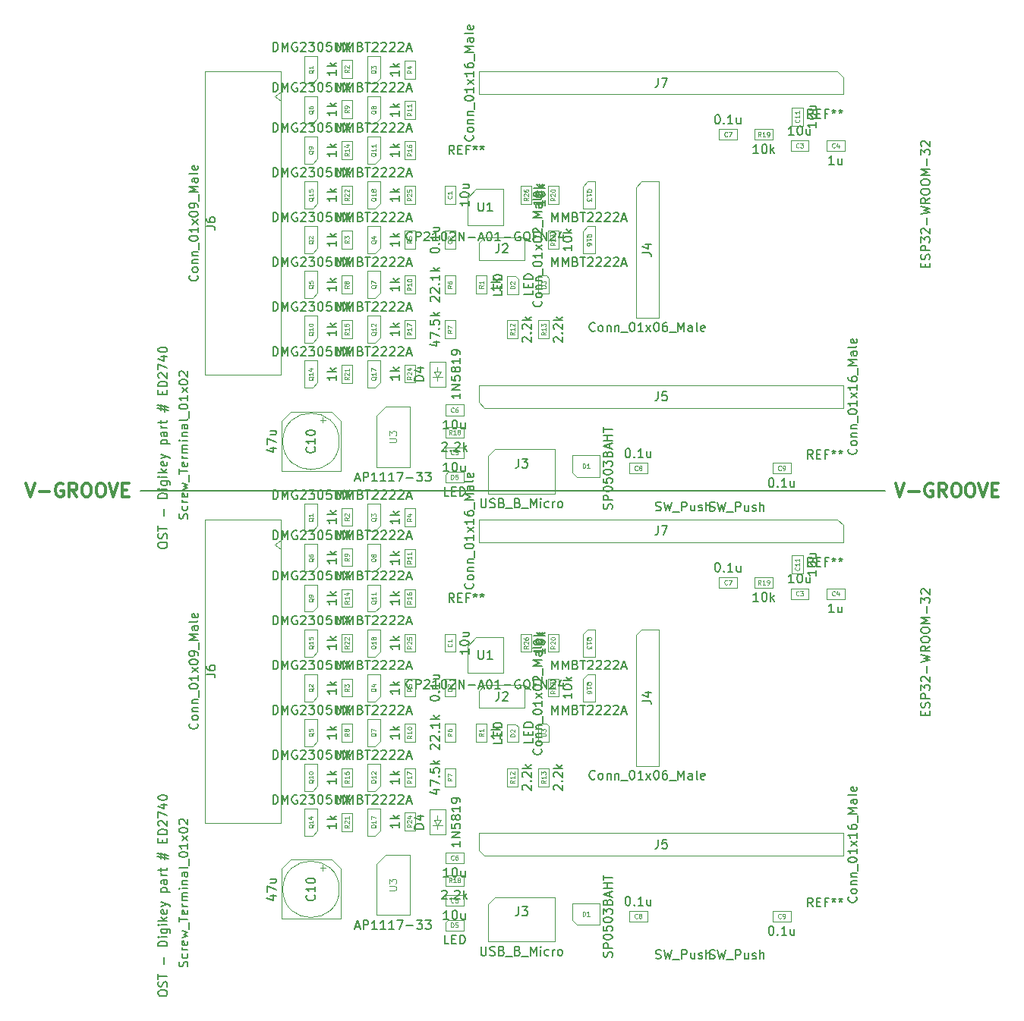
<source format=gbr>
G04 #@! TF.GenerationSoftware,KiCad,Pcbnew,5.0.1*
G04 #@! TF.CreationDate,2019-02-10T14:23:21-05:00*
G04 #@! TF.ProjectId,12V-SmartSwitch_2panel,3132562D536D6172745377697463685F,rev?*
G04 #@! TF.SameCoordinates,Original*
G04 #@! TF.FileFunction,Other,Fab,Top*
%FSLAX46Y46*%
G04 Gerber Fmt 4.6, Leading zero omitted, Abs format (unit mm)*
G04 Created by KiCad (PCBNEW 5.0.1) date Sun 10 Feb 2019 02:23:21 PM EST*
%MOMM*%
%LPD*%
G01*
G04 APERTURE LIST*
%ADD10C,0.300000*%
%ADD11C,0.200000*%
%ADD12C,0.100000*%
%ADD13C,0.120000*%
%ADD14C,0.150000*%
%ADD15C,0.080000*%
%ADD16C,0.075000*%
G04 APERTURE END LIST*
D10*
X100178571Y-80178571D02*
X100678571Y-81678571D01*
X101178571Y-80178571D01*
X101678571Y-81107142D02*
X102821428Y-81107142D01*
X104321428Y-80250000D02*
X104178571Y-80178571D01*
X103964285Y-80178571D01*
X103750000Y-80250000D01*
X103607142Y-80392857D01*
X103535714Y-80535714D01*
X103464285Y-80821428D01*
X103464285Y-81035714D01*
X103535714Y-81321428D01*
X103607142Y-81464285D01*
X103750000Y-81607142D01*
X103964285Y-81678571D01*
X104107142Y-81678571D01*
X104321428Y-81607142D01*
X104392857Y-81535714D01*
X104392857Y-81035714D01*
X104107142Y-81035714D01*
X105892857Y-81678571D02*
X105392857Y-80964285D01*
X105035714Y-81678571D02*
X105035714Y-80178571D01*
X105607142Y-80178571D01*
X105750000Y-80250000D01*
X105821428Y-80321428D01*
X105892857Y-80464285D01*
X105892857Y-80678571D01*
X105821428Y-80821428D01*
X105750000Y-80892857D01*
X105607142Y-80964285D01*
X105035714Y-80964285D01*
X106821428Y-80178571D02*
X107107142Y-80178571D01*
X107250000Y-80250000D01*
X107392857Y-80392857D01*
X107464285Y-80678571D01*
X107464285Y-81178571D01*
X107392857Y-81464285D01*
X107250000Y-81607142D01*
X107107142Y-81678571D01*
X106821428Y-81678571D01*
X106678571Y-81607142D01*
X106535714Y-81464285D01*
X106464285Y-81178571D01*
X106464285Y-80678571D01*
X106535714Y-80392857D01*
X106678571Y-80250000D01*
X106821428Y-80178571D01*
X108392857Y-80178571D02*
X108678571Y-80178571D01*
X108821428Y-80250000D01*
X108964285Y-80392857D01*
X109035714Y-80678571D01*
X109035714Y-81178571D01*
X108964285Y-81464285D01*
X108821428Y-81607142D01*
X108678571Y-81678571D01*
X108392857Y-81678571D01*
X108250000Y-81607142D01*
X108107142Y-81464285D01*
X108035714Y-81178571D01*
X108035714Y-80678571D01*
X108107142Y-80392857D01*
X108250000Y-80250000D01*
X108392857Y-80178571D01*
X109464285Y-80178571D02*
X109964285Y-81678571D01*
X110464285Y-80178571D01*
X110964285Y-80892857D02*
X111464285Y-80892857D01*
X111678571Y-81678571D02*
X110964285Y-81678571D01*
X110964285Y-80178571D01*
X111678571Y-80178571D01*
X197178571Y-80178571D02*
X197678571Y-81678571D01*
X198178571Y-80178571D01*
X198678571Y-81107142D02*
X199821428Y-81107142D01*
X201321428Y-80250000D02*
X201178571Y-80178571D01*
X200964285Y-80178571D01*
X200750000Y-80250000D01*
X200607142Y-80392857D01*
X200535714Y-80535714D01*
X200464285Y-80821428D01*
X200464285Y-81035714D01*
X200535714Y-81321428D01*
X200607142Y-81464285D01*
X200750000Y-81607142D01*
X200964285Y-81678571D01*
X201107142Y-81678571D01*
X201321428Y-81607142D01*
X201392857Y-81535714D01*
X201392857Y-81035714D01*
X201107142Y-81035714D01*
X202892857Y-81678571D02*
X202392857Y-80964285D01*
X202035714Y-81678571D02*
X202035714Y-80178571D01*
X202607142Y-80178571D01*
X202750000Y-80250000D01*
X202821428Y-80321428D01*
X202892857Y-80464285D01*
X202892857Y-80678571D01*
X202821428Y-80821428D01*
X202750000Y-80892857D01*
X202607142Y-80964285D01*
X202035714Y-80964285D01*
X203821428Y-80178571D02*
X204107142Y-80178571D01*
X204250000Y-80250000D01*
X204392857Y-80392857D01*
X204464285Y-80678571D01*
X204464285Y-81178571D01*
X204392857Y-81464285D01*
X204250000Y-81607142D01*
X204107142Y-81678571D01*
X203821428Y-81678571D01*
X203678571Y-81607142D01*
X203535714Y-81464285D01*
X203464285Y-81178571D01*
X203464285Y-80678571D01*
X203535714Y-80392857D01*
X203678571Y-80250000D01*
X203821428Y-80178571D01*
X205392857Y-80178571D02*
X205678571Y-80178571D01*
X205821428Y-80250000D01*
X205964285Y-80392857D01*
X206035714Y-80678571D01*
X206035714Y-81178571D01*
X205964285Y-81464285D01*
X205821428Y-81607142D01*
X205678571Y-81678571D01*
X205392857Y-81678571D01*
X205250000Y-81607142D01*
X205107142Y-81464285D01*
X205035714Y-81178571D01*
X205035714Y-80678571D01*
X205107142Y-80392857D01*
X205250000Y-80250000D01*
X205392857Y-80178571D01*
X206464285Y-80178571D02*
X206964285Y-81678571D01*
X207464285Y-80178571D01*
X207964285Y-80892857D02*
X208464285Y-80892857D01*
X208678571Y-81678571D02*
X207964285Y-81678571D01*
X207964285Y-80178571D01*
X208678571Y-80178571D01*
D11*
X196000000Y-81000000D02*
X113000000Y-81000000D01*
D12*
G04 #@! TO.C,C11*
X186850000Y-40250000D02*
X185650000Y-40250000D01*
X185650000Y-40250000D02*
X185650000Y-38250000D01*
X185650000Y-38250000D02*
X186850000Y-38250000D01*
X186850000Y-38250000D02*
X186850000Y-40250000D01*
G04 #@! TO.C,C10*
X133645000Y-73110162D02*
X133015000Y-73110162D01*
X133330000Y-72795162D02*
X133330000Y-73425162D01*
X129700000Y-72200000D02*
X128700000Y-73200000D01*
X134300000Y-72200000D02*
X135300000Y-73200000D01*
X134300000Y-72200000D02*
X129700000Y-72200000D01*
X128700000Y-73200000D02*
X128700000Y-78800000D01*
X135300000Y-73200000D02*
X135300000Y-78800000D01*
X135300000Y-78800000D02*
X128700000Y-78800000D01*
X135150000Y-75500000D02*
G75*
G03X135150000Y-75500000I-3150000J0D01*
G01*
G04 #@! TO.C,J5*
X151365000Y-71770000D02*
X150730000Y-71135000D01*
X191370000Y-71770000D02*
X151365000Y-71770000D01*
X191370000Y-69230000D02*
X191370000Y-71770000D01*
X150730000Y-69230000D02*
X191370000Y-69230000D01*
X150730000Y-71135000D02*
X150730000Y-69230000D01*
G04 #@! TO.C,J4*
X168230000Y-47115000D02*
X168865000Y-46480000D01*
X168230000Y-61720000D02*
X168230000Y-47115000D01*
X170770000Y-61720000D02*
X168230000Y-61720000D01*
X170770000Y-46480000D02*
X170770000Y-61720000D01*
X168865000Y-46480000D02*
X170770000Y-46480000D01*
G04 #@! TO.C,J7*
X190735000Y-34230000D02*
X191370000Y-34865000D01*
X150730000Y-34230000D02*
X190735000Y-34230000D01*
X150730000Y-36770000D02*
X150730000Y-34230000D01*
X191370000Y-36770000D02*
X150730000Y-36770000D01*
X191370000Y-34865000D02*
X191370000Y-36770000D01*
G04 #@! TO.C,R26*
X156600000Y-47000000D02*
X156600000Y-49000000D01*
X155400000Y-47000000D02*
X156600000Y-47000000D01*
X155400000Y-49000000D02*
X155400000Y-47000000D01*
X156600000Y-49000000D02*
X155400000Y-49000000D01*
D13*
G04 #@! TO.C,J3*
X151725000Y-77135000D02*
X152525000Y-76385000D01*
X159225000Y-81335000D02*
X151725000Y-81335000D01*
X159225000Y-76385000D02*
X159225000Y-81335000D01*
X152525000Y-76385000D02*
X159225000Y-76385000D01*
X151725000Y-81335000D02*
X151725000Y-77135000D01*
D12*
G04 #@! TO.C,J6*
X128650000Y-34200000D02*
X120150000Y-34200000D01*
X120150000Y-34200000D02*
X120150000Y-68100000D01*
X120150000Y-68100000D02*
X128650000Y-68100000D01*
X128650000Y-68100000D02*
X128650000Y-34200000D01*
X128650000Y-36500000D02*
X127942893Y-37000000D01*
X127942893Y-37000000D02*
X128650000Y-37500000D01*
G04 #@! TO.C,C2*
X146900000Y-52000000D02*
X148100000Y-52000000D01*
X148100000Y-52000000D02*
X148100000Y-54000000D01*
X148100000Y-54000000D02*
X146900000Y-54000000D01*
X146900000Y-54000000D02*
X146900000Y-52000000D01*
G04 #@! TO.C,C3*
X185500000Y-41900000D02*
X187500000Y-41900000D01*
X185500000Y-43100000D02*
X185500000Y-41900000D01*
X187500000Y-43100000D02*
X185500000Y-43100000D01*
X187500000Y-41900000D02*
X187500000Y-43100000D01*
G04 #@! TO.C,C4*
X189500000Y-43100000D02*
X189500000Y-41900000D01*
X189500000Y-41900000D02*
X191500000Y-41900000D01*
X191500000Y-41900000D02*
X191500000Y-43100000D01*
X191500000Y-43100000D02*
X189500000Y-43100000D01*
G04 #@! TO.C,C5*
X149000000Y-77350000D02*
X147000000Y-77350000D01*
X149000000Y-76150000D02*
X149000000Y-77350000D01*
X147000000Y-76150000D02*
X149000000Y-76150000D01*
X147000000Y-77350000D02*
X147000000Y-76150000D01*
G04 #@! TO.C,C6*
X147000000Y-72600000D02*
X147000000Y-71400000D01*
X147000000Y-71400000D02*
X149000000Y-71400000D01*
X149000000Y-71400000D02*
X149000000Y-72600000D01*
X149000000Y-72600000D02*
X147000000Y-72600000D01*
G04 #@! TO.C,C7*
X177500000Y-40650000D02*
X179500000Y-40650000D01*
X177500000Y-41850000D02*
X177500000Y-40650000D01*
X179500000Y-41850000D02*
X177500000Y-41850000D01*
X179500000Y-40650000D02*
X179500000Y-41850000D01*
G04 #@! TO.C,C8*
X169500000Y-77900000D02*
X169500000Y-79100000D01*
X169500000Y-79100000D02*
X167500000Y-79100000D01*
X167500000Y-79100000D02*
X167500000Y-77900000D01*
X167500000Y-77900000D02*
X169500000Y-77900000D01*
G04 #@! TO.C,C9*
X185500000Y-79100000D02*
X183500000Y-79100000D01*
X185500000Y-77900000D02*
X185500000Y-79100000D01*
X183500000Y-77900000D02*
X185500000Y-77900000D01*
X183500000Y-79100000D02*
X183500000Y-77900000D01*
G04 #@! TO.C,C1*
X148100000Y-49000000D02*
X146900000Y-49000000D01*
X146900000Y-49000000D02*
X146900000Y-47000000D01*
X146900000Y-47000000D02*
X148100000Y-47000000D01*
X148100000Y-47000000D02*
X148100000Y-49000000D01*
G04 #@! TO.C,J2*
X150730000Y-55270000D02*
X150730000Y-53365000D01*
X150730000Y-53365000D02*
X151365000Y-52730000D01*
X151365000Y-52730000D02*
X155810000Y-52730000D01*
X155810000Y-52730000D02*
X155810000Y-55270000D01*
X155810000Y-55270000D02*
X150730000Y-55270000D01*
G04 #@! TO.C,D4*
X146100000Y-67750000D02*
X146100000Y-67250000D01*
X146500000Y-67750000D02*
X146100000Y-68350000D01*
X145700000Y-67750000D02*
X146500000Y-67750000D01*
X146100000Y-68350000D02*
X145700000Y-67750000D01*
X146100000Y-68350000D02*
X146650000Y-68350000D01*
X146100000Y-68350000D02*
X145550000Y-68350000D01*
X146100000Y-68750000D02*
X146100000Y-68350000D01*
X147000000Y-69400000D02*
X145200000Y-69400000D01*
X147000000Y-66600000D02*
X147000000Y-69400000D01*
X145200000Y-66600000D02*
X147000000Y-66600000D01*
X145200000Y-69400000D02*
X145200000Y-66600000D01*
G04 #@! TO.C,D5*
X149000000Y-78900000D02*
X147300000Y-78900000D01*
X147300000Y-78900000D02*
X147000000Y-79200000D01*
X147000000Y-79200000D02*
X147000000Y-80100000D01*
X147000000Y-80100000D02*
X149000000Y-80100000D01*
X149000000Y-80100000D02*
X149000000Y-78900000D01*
G04 #@! TO.C,D3*
X157349539Y-59000000D02*
X158549539Y-59000000D01*
X157349539Y-57000000D02*
X157349539Y-59000000D01*
X158249539Y-57000000D02*
X157349539Y-57000000D01*
X158549539Y-57300000D02*
X158249539Y-57000000D01*
X158549539Y-59000000D02*
X158549539Y-57300000D01*
G04 #@! TO.C,D2*
X155100000Y-59062500D02*
X155100000Y-57362500D01*
X155100000Y-57362500D02*
X154800000Y-57062500D01*
X154800000Y-57062500D02*
X153900000Y-57062500D01*
X153900000Y-57062500D02*
X153900000Y-59062500D01*
X153900000Y-59062500D02*
X155100000Y-59062500D01*
G04 #@! TO.C,U1*
X150427288Y-47351848D02*
X153427288Y-47351848D01*
X153427288Y-47351848D02*
X153427288Y-51351848D01*
X153427288Y-51351848D02*
X149427288Y-51351848D01*
X149427288Y-51351848D02*
X149427288Y-48351848D01*
X149427288Y-48351848D02*
X150427288Y-47351848D01*
G04 #@! TO.C,D1*
X161663639Y-79450000D02*
X161163639Y-78950000D01*
X161163639Y-78950000D02*
X161163639Y-77050000D01*
X164163639Y-79450000D02*
X161663639Y-79450000D01*
X164163639Y-77050000D02*
X164163639Y-79450000D01*
X161163639Y-77050000D02*
X164163639Y-77050000D01*
G04 #@! TO.C,U3*
X139294592Y-72650000D02*
X140294592Y-71650000D01*
X139294592Y-72650000D02*
X139294592Y-78350000D01*
X140294592Y-71650000D02*
X142994592Y-71650000D01*
X139294592Y-78350000D02*
X142994592Y-78350000D01*
X142994592Y-71650000D02*
X142994592Y-78350000D01*
G04 #@! TO.C,Q7*
X139700000Y-56480000D02*
X138300000Y-56480000D01*
X138300000Y-59520000D02*
X138300000Y-56480000D01*
X139700000Y-58950000D02*
X139150000Y-59520000D01*
X139150000Y-59520000D02*
X138300000Y-59520000D01*
X139700000Y-58950000D02*
X139700000Y-56500000D01*
G04 #@! TO.C,Q15*
X132700000Y-48950000D02*
X132700000Y-46500000D01*
X132150000Y-49520000D02*
X131300000Y-49520000D01*
X132700000Y-48950000D02*
X132150000Y-49520000D01*
X131300000Y-49520000D02*
X131300000Y-46480000D01*
X132700000Y-46480000D02*
X131300000Y-46480000D01*
G04 #@! TO.C,Q14*
X132700000Y-66480000D02*
X131300000Y-66480000D01*
X131300000Y-69520000D02*
X131300000Y-66480000D01*
X132700000Y-68950000D02*
X132150000Y-69520000D01*
X132150000Y-69520000D02*
X131300000Y-69520000D01*
X132700000Y-68950000D02*
X132700000Y-66500000D01*
G04 #@! TO.C,Q13*
X162300000Y-47050000D02*
X162300000Y-49500000D01*
X162850000Y-46480000D02*
X163700000Y-46480000D01*
X162300000Y-47050000D02*
X162850000Y-46480000D01*
X163700000Y-46480000D02*
X163700000Y-49520000D01*
X162300000Y-49520000D02*
X163700000Y-49520000D01*
G04 #@! TO.C,Q12*
X139700000Y-61480000D02*
X138300000Y-61480000D01*
X138300000Y-64520000D02*
X138300000Y-61480000D01*
X139700000Y-63950000D02*
X139150000Y-64520000D01*
X139150000Y-64520000D02*
X138300000Y-64520000D01*
X139700000Y-63950000D02*
X139700000Y-61500000D01*
G04 #@! TO.C,Q11*
X139700000Y-43950000D02*
X139700000Y-41500000D01*
X139150000Y-44520000D02*
X138300000Y-44520000D01*
X139700000Y-43950000D02*
X139150000Y-44520000D01*
X138300000Y-44520000D02*
X138300000Y-41480000D01*
X139700000Y-41480000D02*
X138300000Y-41480000D01*
G04 #@! TO.C,Q10*
X132700000Y-61480000D02*
X131300000Y-61480000D01*
X131300000Y-64520000D02*
X131300000Y-61480000D01*
X132700000Y-63950000D02*
X132150000Y-64520000D01*
X132150000Y-64520000D02*
X131300000Y-64520000D01*
X132700000Y-63950000D02*
X132700000Y-61500000D01*
G04 #@! TO.C,Q9*
X132700000Y-43950000D02*
X132700000Y-41500000D01*
X132150000Y-44520000D02*
X131300000Y-44520000D01*
X132700000Y-43950000D02*
X132150000Y-44520000D01*
X131300000Y-44520000D02*
X131300000Y-41480000D01*
X132700000Y-41480000D02*
X131300000Y-41480000D01*
G04 #@! TO.C,Q8*
X139700000Y-36980000D02*
X138300000Y-36980000D01*
X138300000Y-40020000D02*
X138300000Y-36980000D01*
X139700000Y-39450000D02*
X139150000Y-40020000D01*
X139150000Y-40020000D02*
X138300000Y-40020000D01*
X139700000Y-39450000D02*
X139700000Y-37000000D01*
G04 #@! TO.C,Q6*
X132700000Y-39450000D02*
X132700000Y-37000000D01*
X132150000Y-40020000D02*
X131300000Y-40020000D01*
X132700000Y-39450000D02*
X132150000Y-40020000D01*
X131300000Y-40020000D02*
X131300000Y-36980000D01*
X132700000Y-36980000D02*
X131300000Y-36980000D01*
G04 #@! TO.C,Q5*
X132700000Y-56480000D02*
X131300000Y-56480000D01*
X131300000Y-59520000D02*
X131300000Y-56480000D01*
X132700000Y-58950000D02*
X132150000Y-59520000D01*
X132150000Y-59520000D02*
X131300000Y-59520000D01*
X132700000Y-58950000D02*
X132700000Y-56500000D01*
G04 #@! TO.C,Q4*
X139700000Y-53950000D02*
X139700000Y-51500000D01*
X139150000Y-54520000D02*
X138300000Y-54520000D01*
X139700000Y-53950000D02*
X139150000Y-54520000D01*
X138300000Y-54520000D02*
X138300000Y-51480000D01*
X139700000Y-51480000D02*
X138300000Y-51480000D01*
G04 #@! TO.C,Q3*
X139700000Y-32480000D02*
X138300000Y-32480000D01*
X138300000Y-35520000D02*
X138300000Y-32480000D01*
X139700000Y-34950000D02*
X139150000Y-35520000D01*
X139150000Y-35520000D02*
X138300000Y-35520000D01*
X139700000Y-34950000D02*
X139700000Y-32500000D01*
G04 #@! TO.C,Q2*
X132700000Y-53950000D02*
X132700000Y-51500000D01*
X132150000Y-54520000D02*
X131300000Y-54520000D01*
X132700000Y-53950000D02*
X132150000Y-54520000D01*
X131300000Y-54520000D02*
X131300000Y-51480000D01*
X132700000Y-51480000D02*
X131300000Y-51480000D01*
G04 #@! TO.C,Q1*
X132700000Y-32480000D02*
X131300000Y-32480000D01*
X131300000Y-35520000D02*
X131300000Y-32480000D01*
X132700000Y-34950000D02*
X132150000Y-35520000D01*
X132150000Y-35520000D02*
X131300000Y-35520000D01*
X132700000Y-34950000D02*
X132700000Y-32500000D01*
G04 #@! TO.C,Q16*
X162300000Y-52050000D02*
X162300000Y-54500000D01*
X162850000Y-51480000D02*
X163700000Y-51480000D01*
X162300000Y-52050000D02*
X162850000Y-51480000D01*
X163700000Y-51480000D02*
X163700000Y-54520000D01*
X162300000Y-54520000D02*
X163700000Y-54520000D01*
G04 #@! TO.C,Q17*
X139700000Y-66480000D02*
X138300000Y-66480000D01*
X138300000Y-69520000D02*
X138300000Y-66480000D01*
X139700000Y-68950000D02*
X139150000Y-69520000D01*
X139150000Y-69520000D02*
X138300000Y-69520000D01*
X139700000Y-68950000D02*
X139700000Y-66500000D01*
G04 #@! TO.C,Q18*
X139700000Y-48950000D02*
X139700000Y-46500000D01*
X139150000Y-49520000D02*
X138300000Y-49520000D01*
X139700000Y-48950000D02*
X139150000Y-49520000D01*
X138300000Y-49520000D02*
X138300000Y-46480000D01*
X139700000Y-46480000D02*
X138300000Y-46480000D01*
G04 #@! TO.C,R14*
X135400000Y-42000000D02*
X136600000Y-42000000D01*
X136600000Y-42000000D02*
X136600000Y-44000000D01*
X136600000Y-44000000D02*
X135400000Y-44000000D01*
X135400000Y-44000000D02*
X135400000Y-42000000D01*
G04 #@! TO.C,R11*
X142400000Y-39500000D02*
X142400000Y-37500000D01*
X143600000Y-39500000D02*
X142400000Y-39500000D01*
X143600000Y-37500000D02*
X143600000Y-39500000D01*
X142400000Y-37500000D02*
X143600000Y-37500000D01*
G04 #@! TO.C,R10*
X142400000Y-57000000D02*
X143600000Y-57000000D01*
X143600000Y-57000000D02*
X143600000Y-59000000D01*
X143600000Y-59000000D02*
X142400000Y-59000000D01*
X142400000Y-59000000D02*
X142400000Y-57000000D01*
G04 #@! TO.C,R9*
X135400000Y-39437500D02*
X135400000Y-37437500D01*
X136600000Y-39437500D02*
X135400000Y-39437500D01*
X136600000Y-37437500D02*
X136600000Y-39437500D01*
X135400000Y-37437500D02*
X136600000Y-37437500D01*
G04 #@! TO.C,R8*
X135400000Y-57000000D02*
X136600000Y-57000000D01*
X136600000Y-57000000D02*
X136600000Y-59000000D01*
X136600000Y-59000000D02*
X135400000Y-59000000D01*
X135400000Y-59000000D02*
X135400000Y-57000000D01*
G04 #@! TO.C,R7*
X146900000Y-64000000D02*
X146900000Y-62000000D01*
X148100000Y-64000000D02*
X146900000Y-64000000D01*
X148100000Y-62000000D02*
X148100000Y-64000000D01*
X146900000Y-62000000D02*
X148100000Y-62000000D01*
G04 #@! TO.C,R6*
X146900000Y-57000000D02*
X148100000Y-57000000D01*
X148100000Y-57000000D02*
X148100000Y-59000000D01*
X148100000Y-59000000D02*
X146900000Y-59000000D01*
X146900000Y-59000000D02*
X146900000Y-57000000D01*
G04 #@! TO.C,R5*
X142400000Y-54000000D02*
X142400000Y-52000000D01*
X143600000Y-54000000D02*
X142400000Y-54000000D01*
X143600000Y-52000000D02*
X143600000Y-54000000D01*
X142400000Y-52000000D02*
X143600000Y-52000000D01*
G04 #@! TO.C,R4*
X142400000Y-33000000D02*
X143600000Y-33000000D01*
X143600000Y-33000000D02*
X143600000Y-35000000D01*
X143600000Y-35000000D02*
X142400000Y-35000000D01*
X142400000Y-35000000D02*
X142400000Y-33000000D01*
G04 #@! TO.C,R3*
X135400000Y-54000000D02*
X135400000Y-52000000D01*
X136600000Y-54000000D02*
X135400000Y-54000000D01*
X136600000Y-52000000D02*
X136600000Y-54000000D01*
X135400000Y-52000000D02*
X136600000Y-52000000D01*
G04 #@! TO.C,R2*
X135400000Y-32937500D02*
X136600000Y-32937500D01*
X136600000Y-32937500D02*
X136600000Y-34937500D01*
X136600000Y-34937500D02*
X135400000Y-34937500D01*
X135400000Y-34937500D02*
X135400000Y-32937500D01*
G04 #@! TO.C,R12*
X155049539Y-62000000D02*
X155049539Y-64000000D01*
X153849539Y-62000000D02*
X155049539Y-62000000D01*
X153849539Y-64000000D02*
X153849539Y-62000000D01*
X155049539Y-64000000D02*
X153849539Y-64000000D01*
G04 #@! TO.C,R13*
X158549539Y-64000000D02*
X157349539Y-64000000D01*
X157349539Y-64000000D02*
X157349539Y-62000000D01*
X157349539Y-62000000D02*
X158549539Y-62000000D01*
X158549539Y-62000000D02*
X158549539Y-64000000D01*
G04 #@! TO.C,R24*
X142400000Y-68937500D02*
X142400000Y-66937500D01*
X143600000Y-68937500D02*
X142400000Y-68937500D01*
X143600000Y-66937500D02*
X143600000Y-68937500D01*
X142400000Y-66937500D02*
X143600000Y-66937500D01*
G04 #@! TO.C,R23*
X159600000Y-54000000D02*
X158400000Y-54000000D01*
X158400000Y-54000000D02*
X158400000Y-52000000D01*
X158400000Y-52000000D02*
X159600000Y-52000000D01*
X159600000Y-52000000D02*
X159600000Y-54000000D01*
G04 #@! TO.C,R22*
X135400000Y-49000000D02*
X135400000Y-47000000D01*
X136600000Y-49000000D02*
X135400000Y-49000000D01*
X136600000Y-47000000D02*
X136600000Y-49000000D01*
X135400000Y-47000000D02*
X136600000Y-47000000D01*
G04 #@! TO.C,R21*
X135400000Y-67000000D02*
X136600000Y-67000000D01*
X136600000Y-67000000D02*
X136600000Y-69000000D01*
X136600000Y-69000000D02*
X135400000Y-69000000D01*
X135400000Y-69000000D02*
X135400000Y-67000000D01*
G04 #@! TO.C,R20*
X158400000Y-49000000D02*
X158400000Y-47000000D01*
X159600000Y-49000000D02*
X158400000Y-49000000D01*
X159600000Y-47000000D02*
X159600000Y-49000000D01*
X158400000Y-47000000D02*
X159600000Y-47000000D01*
G04 #@! TO.C,R19*
X181500000Y-41850000D02*
X181500000Y-40650000D01*
X181500000Y-40650000D02*
X183500000Y-40650000D01*
X183500000Y-40650000D02*
X183500000Y-41850000D01*
X183500000Y-41850000D02*
X181500000Y-41850000D01*
G04 #@! TO.C,R18*
X149000000Y-75100000D02*
X147000000Y-75100000D01*
X149000000Y-73900000D02*
X149000000Y-75100000D01*
X147000000Y-73900000D02*
X149000000Y-73900000D01*
X147000000Y-75100000D02*
X147000000Y-73900000D01*
G04 #@! TO.C,R17*
X142400000Y-62000000D02*
X143600000Y-62000000D01*
X143600000Y-62000000D02*
X143600000Y-64000000D01*
X143600000Y-64000000D02*
X142400000Y-64000000D01*
X142400000Y-64000000D02*
X142400000Y-62000000D01*
G04 #@! TO.C,R16*
X142400000Y-44000000D02*
X142400000Y-42000000D01*
X143600000Y-44000000D02*
X142400000Y-44000000D01*
X143600000Y-42000000D02*
X143600000Y-44000000D01*
X142400000Y-42000000D02*
X143600000Y-42000000D01*
G04 #@! TO.C,R15*
X135400000Y-62000000D02*
X136600000Y-62000000D01*
X136600000Y-62000000D02*
X136600000Y-64000000D01*
X136600000Y-64000000D02*
X135400000Y-64000000D01*
X135400000Y-64000000D02*
X135400000Y-62000000D01*
G04 #@! TO.C,R25*
X142400000Y-49000000D02*
X142400000Y-47000000D01*
X143600000Y-49000000D02*
X142400000Y-49000000D01*
X143600000Y-47000000D02*
X143600000Y-49000000D01*
X142400000Y-47000000D02*
X143600000Y-47000000D01*
G04 #@! TO.C,R1*
X151600000Y-59000000D02*
X150400000Y-59000000D01*
X150400000Y-59000000D02*
X150400000Y-57000000D01*
X150400000Y-57000000D02*
X151600000Y-57000000D01*
X151600000Y-57000000D02*
X151600000Y-59000000D01*
G04 #@! TO.C,C11*
X186850000Y-90250000D02*
X185650000Y-90250000D01*
X185650000Y-90250000D02*
X185650000Y-88250000D01*
X185650000Y-88250000D02*
X186850000Y-88250000D01*
X186850000Y-88250000D02*
X186850000Y-90250000D01*
G04 #@! TO.C,C10*
X133645000Y-123110162D02*
X133015000Y-123110162D01*
X133330000Y-122795162D02*
X133330000Y-123425162D01*
X129700000Y-122200000D02*
X128700000Y-123200000D01*
X134300000Y-122200000D02*
X135300000Y-123200000D01*
X134300000Y-122200000D02*
X129700000Y-122200000D01*
X128700000Y-123200000D02*
X128700000Y-128800000D01*
X135300000Y-123200000D02*
X135300000Y-128800000D01*
X135300000Y-128800000D02*
X128700000Y-128800000D01*
X135150000Y-125500000D02*
G75*
G03X135150000Y-125500000I-3150000J0D01*
G01*
G04 #@! TO.C,J5*
X151365000Y-121770000D02*
X150730000Y-121135000D01*
X191370000Y-121770000D02*
X151365000Y-121770000D01*
X191370000Y-119230000D02*
X191370000Y-121770000D01*
X150730000Y-119230000D02*
X191370000Y-119230000D01*
X150730000Y-121135000D02*
X150730000Y-119230000D01*
G04 #@! TO.C,J4*
X168230000Y-97115000D02*
X168865000Y-96480000D01*
X168230000Y-111720000D02*
X168230000Y-97115000D01*
X170770000Y-111720000D02*
X168230000Y-111720000D01*
X170770000Y-96480000D02*
X170770000Y-111720000D01*
X168865000Y-96480000D02*
X170770000Y-96480000D01*
G04 #@! TO.C,J7*
X190735000Y-84230000D02*
X191370000Y-84865000D01*
X150730000Y-84230000D02*
X190735000Y-84230000D01*
X150730000Y-86770000D02*
X150730000Y-84230000D01*
X191370000Y-86770000D02*
X150730000Y-86770000D01*
X191370000Y-84865000D02*
X191370000Y-86770000D01*
G04 #@! TO.C,R26*
X156600000Y-97000000D02*
X156600000Y-99000000D01*
X155400000Y-97000000D02*
X156600000Y-97000000D01*
X155400000Y-99000000D02*
X155400000Y-97000000D01*
X156600000Y-99000000D02*
X155400000Y-99000000D01*
D13*
G04 #@! TO.C,J3*
X151725000Y-127135000D02*
X152525000Y-126385000D01*
X159225000Y-131335000D02*
X151725000Y-131335000D01*
X159225000Y-126385000D02*
X159225000Y-131335000D01*
X152525000Y-126385000D02*
X159225000Y-126385000D01*
X151725000Y-131335000D02*
X151725000Y-127135000D01*
D12*
G04 #@! TO.C,J6*
X128650000Y-84200000D02*
X120150000Y-84200000D01*
X120150000Y-84200000D02*
X120150000Y-118100000D01*
X120150000Y-118100000D02*
X128650000Y-118100000D01*
X128650000Y-118100000D02*
X128650000Y-84200000D01*
X128650000Y-86500000D02*
X127942893Y-87000000D01*
X127942893Y-87000000D02*
X128650000Y-87500000D01*
G04 #@! TO.C,C2*
X146900000Y-102000000D02*
X148100000Y-102000000D01*
X148100000Y-102000000D02*
X148100000Y-104000000D01*
X148100000Y-104000000D02*
X146900000Y-104000000D01*
X146900000Y-104000000D02*
X146900000Y-102000000D01*
G04 #@! TO.C,C3*
X185500000Y-91900000D02*
X187500000Y-91900000D01*
X185500000Y-93100000D02*
X185500000Y-91900000D01*
X187500000Y-93100000D02*
X185500000Y-93100000D01*
X187500000Y-91900000D02*
X187500000Y-93100000D01*
G04 #@! TO.C,C4*
X189500000Y-93100000D02*
X189500000Y-91900000D01*
X189500000Y-91900000D02*
X191500000Y-91900000D01*
X191500000Y-91900000D02*
X191500000Y-93100000D01*
X191500000Y-93100000D02*
X189500000Y-93100000D01*
G04 #@! TO.C,C5*
X149000000Y-127350000D02*
X147000000Y-127350000D01*
X149000000Y-126150000D02*
X149000000Y-127350000D01*
X147000000Y-126150000D02*
X149000000Y-126150000D01*
X147000000Y-127350000D02*
X147000000Y-126150000D01*
G04 #@! TO.C,C6*
X147000000Y-122600000D02*
X147000000Y-121400000D01*
X147000000Y-121400000D02*
X149000000Y-121400000D01*
X149000000Y-121400000D02*
X149000000Y-122600000D01*
X149000000Y-122600000D02*
X147000000Y-122600000D01*
G04 #@! TO.C,C7*
X177500000Y-90650000D02*
X179500000Y-90650000D01*
X177500000Y-91850000D02*
X177500000Y-90650000D01*
X179500000Y-91850000D02*
X177500000Y-91850000D01*
X179500000Y-90650000D02*
X179500000Y-91850000D01*
G04 #@! TO.C,C8*
X169500000Y-127900000D02*
X169500000Y-129100000D01*
X169500000Y-129100000D02*
X167500000Y-129100000D01*
X167500000Y-129100000D02*
X167500000Y-127900000D01*
X167500000Y-127900000D02*
X169500000Y-127900000D01*
G04 #@! TO.C,C9*
X185500000Y-129100000D02*
X183500000Y-129100000D01*
X185500000Y-127900000D02*
X185500000Y-129100000D01*
X183500000Y-127900000D02*
X185500000Y-127900000D01*
X183500000Y-129100000D02*
X183500000Y-127900000D01*
G04 #@! TO.C,C1*
X148100000Y-99000000D02*
X146900000Y-99000000D01*
X146900000Y-99000000D02*
X146900000Y-97000000D01*
X146900000Y-97000000D02*
X148100000Y-97000000D01*
X148100000Y-97000000D02*
X148100000Y-99000000D01*
G04 #@! TO.C,J2*
X150730000Y-105270000D02*
X150730000Y-103365000D01*
X150730000Y-103365000D02*
X151365000Y-102730000D01*
X151365000Y-102730000D02*
X155810000Y-102730000D01*
X155810000Y-102730000D02*
X155810000Y-105270000D01*
X155810000Y-105270000D02*
X150730000Y-105270000D01*
G04 #@! TO.C,D4*
X146100000Y-117750000D02*
X146100000Y-117250000D01*
X146500000Y-117750000D02*
X146100000Y-118350000D01*
X145700000Y-117750000D02*
X146500000Y-117750000D01*
X146100000Y-118350000D02*
X145700000Y-117750000D01*
X146100000Y-118350000D02*
X146650000Y-118350000D01*
X146100000Y-118350000D02*
X145550000Y-118350000D01*
X146100000Y-118750000D02*
X146100000Y-118350000D01*
X147000000Y-119400000D02*
X145200000Y-119400000D01*
X147000000Y-116600000D02*
X147000000Y-119400000D01*
X145200000Y-116600000D02*
X147000000Y-116600000D01*
X145200000Y-119400000D02*
X145200000Y-116600000D01*
G04 #@! TO.C,D5*
X149000000Y-128900000D02*
X147300000Y-128900000D01*
X147300000Y-128900000D02*
X147000000Y-129200000D01*
X147000000Y-129200000D02*
X147000000Y-130100000D01*
X147000000Y-130100000D02*
X149000000Y-130100000D01*
X149000000Y-130100000D02*
X149000000Y-128900000D01*
G04 #@! TO.C,D3*
X157349539Y-109000000D02*
X158549539Y-109000000D01*
X157349539Y-107000000D02*
X157349539Y-109000000D01*
X158249539Y-107000000D02*
X157349539Y-107000000D01*
X158549539Y-107300000D02*
X158249539Y-107000000D01*
X158549539Y-109000000D02*
X158549539Y-107300000D01*
G04 #@! TO.C,D2*
X155100000Y-109062500D02*
X155100000Y-107362500D01*
X155100000Y-107362500D02*
X154800000Y-107062500D01*
X154800000Y-107062500D02*
X153900000Y-107062500D01*
X153900000Y-107062500D02*
X153900000Y-109062500D01*
X153900000Y-109062500D02*
X155100000Y-109062500D01*
G04 #@! TO.C,U1*
X150427288Y-97351848D02*
X153427288Y-97351848D01*
X153427288Y-97351848D02*
X153427288Y-101351848D01*
X153427288Y-101351848D02*
X149427288Y-101351848D01*
X149427288Y-101351848D02*
X149427288Y-98351848D01*
X149427288Y-98351848D02*
X150427288Y-97351848D01*
G04 #@! TO.C,D1*
X161663639Y-129450000D02*
X161163639Y-128950000D01*
X161163639Y-128950000D02*
X161163639Y-127050000D01*
X164163639Y-129450000D02*
X161663639Y-129450000D01*
X164163639Y-127050000D02*
X164163639Y-129450000D01*
X161163639Y-127050000D02*
X164163639Y-127050000D01*
G04 #@! TO.C,U3*
X139294592Y-122650000D02*
X140294592Y-121650000D01*
X139294592Y-122650000D02*
X139294592Y-128350000D01*
X140294592Y-121650000D02*
X142994592Y-121650000D01*
X139294592Y-128350000D02*
X142994592Y-128350000D01*
X142994592Y-121650000D02*
X142994592Y-128350000D01*
G04 #@! TO.C,Q7*
X139700000Y-106480000D02*
X138300000Y-106480000D01*
X138300000Y-109520000D02*
X138300000Y-106480000D01*
X139700000Y-108950000D02*
X139150000Y-109520000D01*
X139150000Y-109520000D02*
X138300000Y-109520000D01*
X139700000Y-108950000D02*
X139700000Y-106500000D01*
G04 #@! TO.C,Q15*
X132700000Y-98950000D02*
X132700000Y-96500000D01*
X132150000Y-99520000D02*
X131300000Y-99520000D01*
X132700000Y-98950000D02*
X132150000Y-99520000D01*
X131300000Y-99520000D02*
X131300000Y-96480000D01*
X132700000Y-96480000D02*
X131300000Y-96480000D01*
G04 #@! TO.C,Q14*
X132700000Y-116480000D02*
X131300000Y-116480000D01*
X131300000Y-119520000D02*
X131300000Y-116480000D01*
X132700000Y-118950000D02*
X132150000Y-119520000D01*
X132150000Y-119520000D02*
X131300000Y-119520000D01*
X132700000Y-118950000D02*
X132700000Y-116500000D01*
G04 #@! TO.C,Q13*
X162300000Y-97050000D02*
X162300000Y-99500000D01*
X162850000Y-96480000D02*
X163700000Y-96480000D01*
X162300000Y-97050000D02*
X162850000Y-96480000D01*
X163700000Y-96480000D02*
X163700000Y-99520000D01*
X162300000Y-99520000D02*
X163700000Y-99520000D01*
G04 #@! TO.C,Q12*
X139700000Y-111480000D02*
X138300000Y-111480000D01*
X138300000Y-114520000D02*
X138300000Y-111480000D01*
X139700000Y-113950000D02*
X139150000Y-114520000D01*
X139150000Y-114520000D02*
X138300000Y-114520000D01*
X139700000Y-113950000D02*
X139700000Y-111500000D01*
G04 #@! TO.C,Q11*
X139700000Y-93950000D02*
X139700000Y-91500000D01*
X139150000Y-94520000D02*
X138300000Y-94520000D01*
X139700000Y-93950000D02*
X139150000Y-94520000D01*
X138300000Y-94520000D02*
X138300000Y-91480000D01*
X139700000Y-91480000D02*
X138300000Y-91480000D01*
G04 #@! TO.C,Q10*
X132700000Y-111480000D02*
X131300000Y-111480000D01*
X131300000Y-114520000D02*
X131300000Y-111480000D01*
X132700000Y-113950000D02*
X132150000Y-114520000D01*
X132150000Y-114520000D02*
X131300000Y-114520000D01*
X132700000Y-113950000D02*
X132700000Y-111500000D01*
G04 #@! TO.C,Q9*
X132700000Y-93950000D02*
X132700000Y-91500000D01*
X132150000Y-94520000D02*
X131300000Y-94520000D01*
X132700000Y-93950000D02*
X132150000Y-94520000D01*
X131300000Y-94520000D02*
X131300000Y-91480000D01*
X132700000Y-91480000D02*
X131300000Y-91480000D01*
G04 #@! TO.C,Q8*
X139700000Y-86980000D02*
X138300000Y-86980000D01*
X138300000Y-90020000D02*
X138300000Y-86980000D01*
X139700000Y-89450000D02*
X139150000Y-90020000D01*
X139150000Y-90020000D02*
X138300000Y-90020000D01*
X139700000Y-89450000D02*
X139700000Y-87000000D01*
G04 #@! TO.C,Q6*
X132700000Y-89450000D02*
X132700000Y-87000000D01*
X132150000Y-90020000D02*
X131300000Y-90020000D01*
X132700000Y-89450000D02*
X132150000Y-90020000D01*
X131300000Y-90020000D02*
X131300000Y-86980000D01*
X132700000Y-86980000D02*
X131300000Y-86980000D01*
G04 #@! TO.C,Q5*
X132700000Y-106480000D02*
X131300000Y-106480000D01*
X131300000Y-109520000D02*
X131300000Y-106480000D01*
X132700000Y-108950000D02*
X132150000Y-109520000D01*
X132150000Y-109520000D02*
X131300000Y-109520000D01*
X132700000Y-108950000D02*
X132700000Y-106500000D01*
G04 #@! TO.C,Q4*
X139700000Y-103950000D02*
X139700000Y-101500000D01*
X139150000Y-104520000D02*
X138300000Y-104520000D01*
X139700000Y-103950000D02*
X139150000Y-104520000D01*
X138300000Y-104520000D02*
X138300000Y-101480000D01*
X139700000Y-101480000D02*
X138300000Y-101480000D01*
G04 #@! TO.C,Q3*
X139700000Y-82480000D02*
X138300000Y-82480000D01*
X138300000Y-85520000D02*
X138300000Y-82480000D01*
X139700000Y-84950000D02*
X139150000Y-85520000D01*
X139150000Y-85520000D02*
X138300000Y-85520000D01*
X139700000Y-84950000D02*
X139700000Y-82500000D01*
G04 #@! TO.C,Q2*
X132700000Y-103950000D02*
X132700000Y-101500000D01*
X132150000Y-104520000D02*
X131300000Y-104520000D01*
X132700000Y-103950000D02*
X132150000Y-104520000D01*
X131300000Y-104520000D02*
X131300000Y-101480000D01*
X132700000Y-101480000D02*
X131300000Y-101480000D01*
G04 #@! TO.C,Q1*
X132700000Y-82480000D02*
X131300000Y-82480000D01*
X131300000Y-85520000D02*
X131300000Y-82480000D01*
X132700000Y-84950000D02*
X132150000Y-85520000D01*
X132150000Y-85520000D02*
X131300000Y-85520000D01*
X132700000Y-84950000D02*
X132700000Y-82500000D01*
G04 #@! TO.C,Q16*
X162300000Y-102050000D02*
X162300000Y-104500000D01*
X162850000Y-101480000D02*
X163700000Y-101480000D01*
X162300000Y-102050000D02*
X162850000Y-101480000D01*
X163700000Y-101480000D02*
X163700000Y-104520000D01*
X162300000Y-104520000D02*
X163700000Y-104520000D01*
G04 #@! TO.C,Q17*
X139700000Y-116480000D02*
X138300000Y-116480000D01*
X138300000Y-119520000D02*
X138300000Y-116480000D01*
X139700000Y-118950000D02*
X139150000Y-119520000D01*
X139150000Y-119520000D02*
X138300000Y-119520000D01*
X139700000Y-118950000D02*
X139700000Y-116500000D01*
G04 #@! TO.C,Q18*
X139700000Y-98950000D02*
X139700000Y-96500000D01*
X139150000Y-99520000D02*
X138300000Y-99520000D01*
X139700000Y-98950000D02*
X139150000Y-99520000D01*
X138300000Y-99520000D02*
X138300000Y-96480000D01*
X139700000Y-96480000D02*
X138300000Y-96480000D01*
G04 #@! TO.C,R14*
X135400000Y-92000000D02*
X136600000Y-92000000D01*
X136600000Y-92000000D02*
X136600000Y-94000000D01*
X136600000Y-94000000D02*
X135400000Y-94000000D01*
X135400000Y-94000000D02*
X135400000Y-92000000D01*
G04 #@! TO.C,R11*
X142400000Y-89500000D02*
X142400000Y-87500000D01*
X143600000Y-89500000D02*
X142400000Y-89500000D01*
X143600000Y-87500000D02*
X143600000Y-89500000D01*
X142400000Y-87500000D02*
X143600000Y-87500000D01*
G04 #@! TO.C,R10*
X142400000Y-107000000D02*
X143600000Y-107000000D01*
X143600000Y-107000000D02*
X143600000Y-109000000D01*
X143600000Y-109000000D02*
X142400000Y-109000000D01*
X142400000Y-109000000D02*
X142400000Y-107000000D01*
G04 #@! TO.C,R9*
X135400000Y-89437500D02*
X135400000Y-87437500D01*
X136600000Y-89437500D02*
X135400000Y-89437500D01*
X136600000Y-87437500D02*
X136600000Y-89437500D01*
X135400000Y-87437500D02*
X136600000Y-87437500D01*
G04 #@! TO.C,R8*
X135400000Y-107000000D02*
X136600000Y-107000000D01*
X136600000Y-107000000D02*
X136600000Y-109000000D01*
X136600000Y-109000000D02*
X135400000Y-109000000D01*
X135400000Y-109000000D02*
X135400000Y-107000000D01*
G04 #@! TO.C,R7*
X146900000Y-114000000D02*
X146900000Y-112000000D01*
X148100000Y-114000000D02*
X146900000Y-114000000D01*
X148100000Y-112000000D02*
X148100000Y-114000000D01*
X146900000Y-112000000D02*
X148100000Y-112000000D01*
G04 #@! TO.C,R6*
X146900000Y-107000000D02*
X148100000Y-107000000D01*
X148100000Y-107000000D02*
X148100000Y-109000000D01*
X148100000Y-109000000D02*
X146900000Y-109000000D01*
X146900000Y-109000000D02*
X146900000Y-107000000D01*
G04 #@! TO.C,R5*
X142400000Y-104000000D02*
X142400000Y-102000000D01*
X143600000Y-104000000D02*
X142400000Y-104000000D01*
X143600000Y-102000000D02*
X143600000Y-104000000D01*
X142400000Y-102000000D02*
X143600000Y-102000000D01*
G04 #@! TO.C,R4*
X142400000Y-83000000D02*
X143600000Y-83000000D01*
X143600000Y-83000000D02*
X143600000Y-85000000D01*
X143600000Y-85000000D02*
X142400000Y-85000000D01*
X142400000Y-85000000D02*
X142400000Y-83000000D01*
G04 #@! TO.C,R3*
X135400000Y-104000000D02*
X135400000Y-102000000D01*
X136600000Y-104000000D02*
X135400000Y-104000000D01*
X136600000Y-102000000D02*
X136600000Y-104000000D01*
X135400000Y-102000000D02*
X136600000Y-102000000D01*
G04 #@! TO.C,R2*
X135400000Y-82937500D02*
X136600000Y-82937500D01*
X136600000Y-82937500D02*
X136600000Y-84937500D01*
X136600000Y-84937500D02*
X135400000Y-84937500D01*
X135400000Y-84937500D02*
X135400000Y-82937500D01*
G04 #@! TO.C,R12*
X155049539Y-112000000D02*
X155049539Y-114000000D01*
X153849539Y-112000000D02*
X155049539Y-112000000D01*
X153849539Y-114000000D02*
X153849539Y-112000000D01*
X155049539Y-114000000D02*
X153849539Y-114000000D01*
G04 #@! TO.C,R13*
X158549539Y-114000000D02*
X157349539Y-114000000D01*
X157349539Y-114000000D02*
X157349539Y-112000000D01*
X157349539Y-112000000D02*
X158549539Y-112000000D01*
X158549539Y-112000000D02*
X158549539Y-114000000D01*
G04 #@! TO.C,R24*
X142400000Y-118937500D02*
X142400000Y-116937500D01*
X143600000Y-118937500D02*
X142400000Y-118937500D01*
X143600000Y-116937500D02*
X143600000Y-118937500D01*
X142400000Y-116937500D02*
X143600000Y-116937500D01*
G04 #@! TO.C,R23*
X159600000Y-104000000D02*
X158400000Y-104000000D01*
X158400000Y-104000000D02*
X158400000Y-102000000D01*
X158400000Y-102000000D02*
X159600000Y-102000000D01*
X159600000Y-102000000D02*
X159600000Y-104000000D01*
G04 #@! TO.C,R22*
X135400000Y-99000000D02*
X135400000Y-97000000D01*
X136600000Y-99000000D02*
X135400000Y-99000000D01*
X136600000Y-97000000D02*
X136600000Y-99000000D01*
X135400000Y-97000000D02*
X136600000Y-97000000D01*
G04 #@! TO.C,R21*
X135400000Y-117000000D02*
X136600000Y-117000000D01*
X136600000Y-117000000D02*
X136600000Y-119000000D01*
X136600000Y-119000000D02*
X135400000Y-119000000D01*
X135400000Y-119000000D02*
X135400000Y-117000000D01*
G04 #@! TO.C,R20*
X158400000Y-99000000D02*
X158400000Y-97000000D01*
X159600000Y-99000000D02*
X158400000Y-99000000D01*
X159600000Y-97000000D02*
X159600000Y-99000000D01*
X158400000Y-97000000D02*
X159600000Y-97000000D01*
G04 #@! TO.C,R19*
X181500000Y-91850000D02*
X181500000Y-90650000D01*
X181500000Y-90650000D02*
X183500000Y-90650000D01*
X183500000Y-90650000D02*
X183500000Y-91850000D01*
X183500000Y-91850000D02*
X181500000Y-91850000D01*
G04 #@! TO.C,R18*
X149000000Y-125100000D02*
X147000000Y-125100000D01*
X149000000Y-123900000D02*
X149000000Y-125100000D01*
X147000000Y-123900000D02*
X149000000Y-123900000D01*
X147000000Y-125100000D02*
X147000000Y-123900000D01*
G04 #@! TO.C,R17*
X142400000Y-112000000D02*
X143600000Y-112000000D01*
X143600000Y-112000000D02*
X143600000Y-114000000D01*
X143600000Y-114000000D02*
X142400000Y-114000000D01*
X142400000Y-114000000D02*
X142400000Y-112000000D01*
G04 #@! TO.C,R16*
X142400000Y-94000000D02*
X142400000Y-92000000D01*
X143600000Y-94000000D02*
X142400000Y-94000000D01*
X143600000Y-92000000D02*
X143600000Y-94000000D01*
X142400000Y-92000000D02*
X143600000Y-92000000D01*
G04 #@! TO.C,R15*
X135400000Y-112000000D02*
X136600000Y-112000000D01*
X136600000Y-112000000D02*
X136600000Y-114000000D01*
X136600000Y-114000000D02*
X135400000Y-114000000D01*
X135400000Y-114000000D02*
X135400000Y-112000000D01*
G04 #@! TO.C,R25*
X142400000Y-99000000D02*
X142400000Y-97000000D01*
X143600000Y-99000000D02*
X142400000Y-99000000D01*
X143600000Y-97000000D02*
X143600000Y-99000000D01*
X142400000Y-97000000D02*
X143600000Y-97000000D01*
G04 #@! TO.C,R1*
X151600000Y-109000000D02*
X150400000Y-109000000D01*
X150400000Y-109000000D02*
X150400000Y-107000000D01*
X150400000Y-107000000D02*
X151600000Y-107000000D01*
X151600000Y-107000000D02*
X151600000Y-109000000D01*
G04 #@! TD*
G04 #@! TO.C,C11*
D14*
X188352380Y-39892857D02*
X188352380Y-40464285D01*
X188352380Y-40178571D02*
X187352380Y-40178571D01*
X187495238Y-40273809D01*
X187590476Y-40369047D01*
X187638095Y-40464285D01*
X187352380Y-39273809D02*
X187352380Y-39178571D01*
X187400000Y-39083333D01*
X187447619Y-39035714D01*
X187542857Y-38988095D01*
X187733333Y-38940476D01*
X187971428Y-38940476D01*
X188161904Y-38988095D01*
X188257142Y-39035714D01*
X188304761Y-39083333D01*
X188352380Y-39178571D01*
X188352380Y-39273809D01*
X188304761Y-39369047D01*
X188257142Y-39416666D01*
X188161904Y-39464285D01*
X187971428Y-39511904D01*
X187733333Y-39511904D01*
X187542857Y-39464285D01*
X187447619Y-39416666D01*
X187400000Y-39369047D01*
X187352380Y-39273809D01*
X187685714Y-38083333D02*
X188352380Y-38083333D01*
X187685714Y-38511904D02*
X188209523Y-38511904D01*
X188304761Y-38464285D01*
X188352380Y-38369047D01*
X188352380Y-38226190D01*
X188304761Y-38130952D01*
X188257142Y-38083333D01*
D15*
X186428571Y-39571428D02*
X186452380Y-39595238D01*
X186476190Y-39666666D01*
X186476190Y-39714285D01*
X186452380Y-39785714D01*
X186404761Y-39833333D01*
X186357142Y-39857142D01*
X186261904Y-39880952D01*
X186190476Y-39880952D01*
X186095238Y-39857142D01*
X186047619Y-39833333D01*
X186000000Y-39785714D01*
X185976190Y-39714285D01*
X185976190Y-39666666D01*
X186000000Y-39595238D01*
X186023809Y-39571428D01*
X186476190Y-39095238D02*
X186476190Y-39380952D01*
X186476190Y-39238095D02*
X185976190Y-39238095D01*
X186047619Y-39285714D01*
X186095238Y-39333333D01*
X186119047Y-39380952D01*
X186476190Y-38619047D02*
X186476190Y-38904761D01*
X186476190Y-38761904D02*
X185976190Y-38761904D01*
X186047619Y-38809523D01*
X186095238Y-38857142D01*
X186119047Y-38904761D01*
G04 #@! TO.C,REF\002A\002A*
D14*
X187966666Y-39452380D02*
X187633333Y-38976190D01*
X187395238Y-39452380D02*
X187395238Y-38452380D01*
X187776190Y-38452380D01*
X187871428Y-38500000D01*
X187919047Y-38547619D01*
X187966666Y-38642857D01*
X187966666Y-38785714D01*
X187919047Y-38880952D01*
X187871428Y-38928571D01*
X187776190Y-38976190D01*
X187395238Y-38976190D01*
X188395238Y-38928571D02*
X188728571Y-38928571D01*
X188871428Y-39452380D02*
X188395238Y-39452380D01*
X188395238Y-38452380D01*
X188871428Y-38452380D01*
X189633333Y-38928571D02*
X189300000Y-38928571D01*
X189300000Y-39452380D02*
X189300000Y-38452380D01*
X189776190Y-38452380D01*
X190300000Y-38452380D02*
X190300000Y-38690476D01*
X190061904Y-38595238D02*
X190300000Y-38690476D01*
X190538095Y-38595238D01*
X190157142Y-38880952D02*
X190300000Y-38690476D01*
X190442857Y-38880952D01*
X191061904Y-38452380D02*
X191061904Y-38690476D01*
X190823809Y-38595238D02*
X191061904Y-38690476D01*
X191300000Y-38595238D01*
X190919047Y-38880952D02*
X191061904Y-38690476D01*
X191204761Y-38880952D01*
X147966666Y-43452380D02*
X147633333Y-42976190D01*
X147395238Y-43452380D02*
X147395238Y-42452380D01*
X147776190Y-42452380D01*
X147871428Y-42500000D01*
X147919047Y-42547619D01*
X147966666Y-42642857D01*
X147966666Y-42785714D01*
X147919047Y-42880952D01*
X147871428Y-42928571D01*
X147776190Y-42976190D01*
X147395238Y-42976190D01*
X148395238Y-42928571D02*
X148728571Y-42928571D01*
X148871428Y-43452380D02*
X148395238Y-43452380D01*
X148395238Y-42452380D01*
X148871428Y-42452380D01*
X149633333Y-42928571D02*
X149300000Y-42928571D01*
X149300000Y-43452380D02*
X149300000Y-42452380D01*
X149776190Y-42452380D01*
X150300000Y-42452380D02*
X150300000Y-42690476D01*
X150061904Y-42595238D02*
X150300000Y-42690476D01*
X150538095Y-42595238D01*
X150157142Y-42880952D02*
X150300000Y-42690476D01*
X150442857Y-42880952D01*
X151061904Y-42452380D02*
X151061904Y-42690476D01*
X150823809Y-42595238D02*
X151061904Y-42690476D01*
X151300000Y-42595238D01*
X150919047Y-42880952D02*
X151061904Y-42690476D01*
X151204761Y-42880952D01*
G04 #@! TO.C,C10*
X127435714Y-76238095D02*
X128102380Y-76238095D01*
X127054761Y-76476190D02*
X127769047Y-76714285D01*
X127769047Y-76095238D01*
X127102380Y-75809523D02*
X127102380Y-75142857D01*
X128102380Y-75571428D01*
X127435714Y-74333333D02*
X128102380Y-74333333D01*
X127435714Y-74761904D02*
X127959523Y-74761904D01*
X128054761Y-74714285D01*
X128102380Y-74619047D01*
X128102380Y-74476190D01*
X128054761Y-74380952D01*
X128007142Y-74333333D01*
X132357142Y-76142857D02*
X132404761Y-76190476D01*
X132452380Y-76333333D01*
X132452380Y-76428571D01*
X132404761Y-76571428D01*
X132309523Y-76666666D01*
X132214285Y-76714285D01*
X132023809Y-76761904D01*
X131880952Y-76761904D01*
X131690476Y-76714285D01*
X131595238Y-76666666D01*
X131500000Y-76571428D01*
X131452380Y-76428571D01*
X131452380Y-76333333D01*
X131500000Y-76190476D01*
X131547619Y-76142857D01*
X132452380Y-75190476D02*
X132452380Y-75761904D01*
X132452380Y-75476190D02*
X131452380Y-75476190D01*
X131595238Y-75571428D01*
X131690476Y-75666666D01*
X131738095Y-75761904D01*
X131452380Y-74571428D02*
X131452380Y-74476190D01*
X131500000Y-74380952D01*
X131547619Y-74333333D01*
X131642857Y-74285714D01*
X131833333Y-74238095D01*
X132071428Y-74238095D01*
X132261904Y-74285714D01*
X132357142Y-74333333D01*
X132404761Y-74380952D01*
X132452380Y-74476190D01*
X132452380Y-74571428D01*
X132404761Y-74666666D01*
X132357142Y-74714285D01*
X132261904Y-74761904D01*
X132071428Y-74809523D01*
X131833333Y-74809523D01*
X131642857Y-74761904D01*
X131547619Y-74714285D01*
X131500000Y-74666666D01*
X131452380Y-74571428D01*
G04 #@! TO.C,J5*
X192787142Y-76333333D02*
X192834761Y-76380952D01*
X192882380Y-76523809D01*
X192882380Y-76619047D01*
X192834761Y-76761904D01*
X192739523Y-76857142D01*
X192644285Y-76904761D01*
X192453809Y-76952380D01*
X192310952Y-76952380D01*
X192120476Y-76904761D01*
X192025238Y-76857142D01*
X191930000Y-76761904D01*
X191882380Y-76619047D01*
X191882380Y-76523809D01*
X191930000Y-76380952D01*
X191977619Y-76333333D01*
X192882380Y-75761904D02*
X192834761Y-75857142D01*
X192787142Y-75904761D01*
X192691904Y-75952380D01*
X192406190Y-75952380D01*
X192310952Y-75904761D01*
X192263333Y-75857142D01*
X192215714Y-75761904D01*
X192215714Y-75619047D01*
X192263333Y-75523809D01*
X192310952Y-75476190D01*
X192406190Y-75428571D01*
X192691904Y-75428571D01*
X192787142Y-75476190D01*
X192834761Y-75523809D01*
X192882380Y-75619047D01*
X192882380Y-75761904D01*
X192215714Y-75000000D02*
X192882380Y-75000000D01*
X192310952Y-75000000D02*
X192263333Y-74952380D01*
X192215714Y-74857142D01*
X192215714Y-74714285D01*
X192263333Y-74619047D01*
X192358571Y-74571428D01*
X192882380Y-74571428D01*
X192215714Y-74095238D02*
X192882380Y-74095238D01*
X192310952Y-74095238D02*
X192263333Y-74047619D01*
X192215714Y-73952380D01*
X192215714Y-73809523D01*
X192263333Y-73714285D01*
X192358571Y-73666666D01*
X192882380Y-73666666D01*
X192977619Y-73428571D02*
X192977619Y-72666666D01*
X191882380Y-72238095D02*
X191882380Y-72142857D01*
X191930000Y-72047619D01*
X191977619Y-72000000D01*
X192072857Y-71952380D01*
X192263333Y-71904761D01*
X192501428Y-71904761D01*
X192691904Y-71952380D01*
X192787142Y-72000000D01*
X192834761Y-72047619D01*
X192882380Y-72142857D01*
X192882380Y-72238095D01*
X192834761Y-72333333D01*
X192787142Y-72380952D01*
X192691904Y-72428571D01*
X192501428Y-72476190D01*
X192263333Y-72476190D01*
X192072857Y-72428571D01*
X191977619Y-72380952D01*
X191930000Y-72333333D01*
X191882380Y-72238095D01*
X192882380Y-70952380D02*
X192882380Y-71523809D01*
X192882380Y-71238095D02*
X191882380Y-71238095D01*
X192025238Y-71333333D01*
X192120476Y-71428571D01*
X192168095Y-71523809D01*
X192882380Y-70619047D02*
X192215714Y-70095238D01*
X192215714Y-70619047D02*
X192882380Y-70095238D01*
X192882380Y-69190476D02*
X192882380Y-69761904D01*
X192882380Y-69476190D02*
X191882380Y-69476190D01*
X192025238Y-69571428D01*
X192120476Y-69666666D01*
X192168095Y-69761904D01*
X191882380Y-68333333D02*
X191882380Y-68523809D01*
X191930000Y-68619047D01*
X191977619Y-68666666D01*
X192120476Y-68761904D01*
X192310952Y-68809523D01*
X192691904Y-68809523D01*
X192787142Y-68761904D01*
X192834761Y-68714285D01*
X192882380Y-68619047D01*
X192882380Y-68428571D01*
X192834761Y-68333333D01*
X192787142Y-68285714D01*
X192691904Y-68238095D01*
X192453809Y-68238095D01*
X192358571Y-68285714D01*
X192310952Y-68333333D01*
X192263333Y-68428571D01*
X192263333Y-68619047D01*
X192310952Y-68714285D01*
X192358571Y-68761904D01*
X192453809Y-68809523D01*
X192977619Y-68047619D02*
X192977619Y-67285714D01*
X192882380Y-67047619D02*
X191882380Y-67047619D01*
X192596666Y-66714285D01*
X191882380Y-66380952D01*
X192882380Y-66380952D01*
X192882380Y-65476190D02*
X192358571Y-65476190D01*
X192263333Y-65523809D01*
X192215714Y-65619047D01*
X192215714Y-65809523D01*
X192263333Y-65904761D01*
X192834761Y-65476190D02*
X192882380Y-65571428D01*
X192882380Y-65809523D01*
X192834761Y-65904761D01*
X192739523Y-65952380D01*
X192644285Y-65952380D01*
X192549047Y-65904761D01*
X192501428Y-65809523D01*
X192501428Y-65571428D01*
X192453809Y-65476190D01*
X192882380Y-64857142D02*
X192834761Y-64952380D01*
X192739523Y-65000000D01*
X191882380Y-65000000D01*
X192834761Y-64095238D02*
X192882380Y-64190476D01*
X192882380Y-64380952D01*
X192834761Y-64476190D01*
X192739523Y-64523809D01*
X192358571Y-64523809D01*
X192263333Y-64476190D01*
X192215714Y-64380952D01*
X192215714Y-64190476D01*
X192263333Y-64095238D01*
X192358571Y-64047619D01*
X192453809Y-64047619D01*
X192549047Y-64523809D01*
X170716666Y-69952380D02*
X170716666Y-70666666D01*
X170669047Y-70809523D01*
X170573809Y-70904761D01*
X170430952Y-70952380D01*
X170335714Y-70952380D01*
X171669047Y-69952380D02*
X171192857Y-69952380D01*
X171145238Y-70428571D01*
X171192857Y-70380952D01*
X171288095Y-70333333D01*
X171526190Y-70333333D01*
X171621428Y-70380952D01*
X171669047Y-70428571D01*
X171716666Y-70523809D01*
X171716666Y-70761904D01*
X171669047Y-70857142D01*
X171621428Y-70904761D01*
X171526190Y-70952380D01*
X171288095Y-70952380D01*
X171192857Y-70904761D01*
X171145238Y-70857142D01*
G04 #@! TO.C,J4*
X163666666Y-63137142D02*
X163619047Y-63184761D01*
X163476190Y-63232380D01*
X163380952Y-63232380D01*
X163238095Y-63184761D01*
X163142857Y-63089523D01*
X163095238Y-62994285D01*
X163047619Y-62803809D01*
X163047619Y-62660952D01*
X163095238Y-62470476D01*
X163142857Y-62375238D01*
X163238095Y-62280000D01*
X163380952Y-62232380D01*
X163476190Y-62232380D01*
X163619047Y-62280000D01*
X163666666Y-62327619D01*
X164238095Y-63232380D02*
X164142857Y-63184761D01*
X164095238Y-63137142D01*
X164047619Y-63041904D01*
X164047619Y-62756190D01*
X164095238Y-62660952D01*
X164142857Y-62613333D01*
X164238095Y-62565714D01*
X164380952Y-62565714D01*
X164476190Y-62613333D01*
X164523809Y-62660952D01*
X164571428Y-62756190D01*
X164571428Y-63041904D01*
X164523809Y-63137142D01*
X164476190Y-63184761D01*
X164380952Y-63232380D01*
X164238095Y-63232380D01*
X165000000Y-62565714D02*
X165000000Y-63232380D01*
X165000000Y-62660952D02*
X165047619Y-62613333D01*
X165142857Y-62565714D01*
X165285714Y-62565714D01*
X165380952Y-62613333D01*
X165428571Y-62708571D01*
X165428571Y-63232380D01*
X165904761Y-62565714D02*
X165904761Y-63232380D01*
X165904761Y-62660952D02*
X165952380Y-62613333D01*
X166047619Y-62565714D01*
X166190476Y-62565714D01*
X166285714Y-62613333D01*
X166333333Y-62708571D01*
X166333333Y-63232380D01*
X166571428Y-63327619D02*
X167333333Y-63327619D01*
X167761904Y-62232380D02*
X167857142Y-62232380D01*
X167952380Y-62280000D01*
X168000000Y-62327619D01*
X168047619Y-62422857D01*
X168095238Y-62613333D01*
X168095238Y-62851428D01*
X168047619Y-63041904D01*
X168000000Y-63137142D01*
X167952380Y-63184761D01*
X167857142Y-63232380D01*
X167761904Y-63232380D01*
X167666666Y-63184761D01*
X167619047Y-63137142D01*
X167571428Y-63041904D01*
X167523809Y-62851428D01*
X167523809Y-62613333D01*
X167571428Y-62422857D01*
X167619047Y-62327619D01*
X167666666Y-62280000D01*
X167761904Y-62232380D01*
X169047619Y-63232380D02*
X168476190Y-63232380D01*
X168761904Y-63232380D02*
X168761904Y-62232380D01*
X168666666Y-62375238D01*
X168571428Y-62470476D01*
X168476190Y-62518095D01*
X169380952Y-63232380D02*
X169904761Y-62565714D01*
X169380952Y-62565714D02*
X169904761Y-63232380D01*
X170476190Y-62232380D02*
X170571428Y-62232380D01*
X170666666Y-62280000D01*
X170714285Y-62327619D01*
X170761904Y-62422857D01*
X170809523Y-62613333D01*
X170809523Y-62851428D01*
X170761904Y-63041904D01*
X170714285Y-63137142D01*
X170666666Y-63184761D01*
X170571428Y-63232380D01*
X170476190Y-63232380D01*
X170380952Y-63184761D01*
X170333333Y-63137142D01*
X170285714Y-63041904D01*
X170238095Y-62851428D01*
X170238095Y-62613333D01*
X170285714Y-62422857D01*
X170333333Y-62327619D01*
X170380952Y-62280000D01*
X170476190Y-62232380D01*
X171666666Y-62232380D02*
X171476190Y-62232380D01*
X171380952Y-62280000D01*
X171333333Y-62327619D01*
X171238095Y-62470476D01*
X171190476Y-62660952D01*
X171190476Y-63041904D01*
X171238095Y-63137142D01*
X171285714Y-63184761D01*
X171380952Y-63232380D01*
X171571428Y-63232380D01*
X171666666Y-63184761D01*
X171714285Y-63137142D01*
X171761904Y-63041904D01*
X171761904Y-62803809D01*
X171714285Y-62708571D01*
X171666666Y-62660952D01*
X171571428Y-62613333D01*
X171380952Y-62613333D01*
X171285714Y-62660952D01*
X171238095Y-62708571D01*
X171190476Y-62803809D01*
X171952380Y-63327619D02*
X172714285Y-63327619D01*
X172952380Y-63232380D02*
X172952380Y-62232380D01*
X173285714Y-62946666D01*
X173619047Y-62232380D01*
X173619047Y-63232380D01*
X174523809Y-63232380D02*
X174523809Y-62708571D01*
X174476190Y-62613333D01*
X174380952Y-62565714D01*
X174190476Y-62565714D01*
X174095238Y-62613333D01*
X174523809Y-63184761D02*
X174428571Y-63232380D01*
X174190476Y-63232380D01*
X174095238Y-63184761D01*
X174047619Y-63089523D01*
X174047619Y-62994285D01*
X174095238Y-62899047D01*
X174190476Y-62851428D01*
X174428571Y-62851428D01*
X174523809Y-62803809D01*
X175142857Y-63232380D02*
X175047619Y-63184761D01*
X175000000Y-63089523D01*
X175000000Y-62232380D01*
X175904761Y-63184761D02*
X175809523Y-63232380D01*
X175619047Y-63232380D01*
X175523809Y-63184761D01*
X175476190Y-63089523D01*
X175476190Y-62708571D01*
X175523809Y-62613333D01*
X175619047Y-62565714D01*
X175809523Y-62565714D01*
X175904761Y-62613333D01*
X175952380Y-62708571D01*
X175952380Y-62803809D01*
X175476190Y-62899047D01*
X168952380Y-54433333D02*
X169666666Y-54433333D01*
X169809523Y-54480952D01*
X169904761Y-54576190D01*
X169952380Y-54719047D01*
X169952380Y-54814285D01*
X169285714Y-53528571D02*
X169952380Y-53528571D01*
X168904761Y-53766666D02*
X169619047Y-54004761D01*
X169619047Y-53385714D01*
G04 #@! TO.C,J7*
X150027142Y-41333333D02*
X150074761Y-41380952D01*
X150122380Y-41523809D01*
X150122380Y-41619047D01*
X150074761Y-41761904D01*
X149979523Y-41857142D01*
X149884285Y-41904761D01*
X149693809Y-41952380D01*
X149550952Y-41952380D01*
X149360476Y-41904761D01*
X149265238Y-41857142D01*
X149170000Y-41761904D01*
X149122380Y-41619047D01*
X149122380Y-41523809D01*
X149170000Y-41380952D01*
X149217619Y-41333333D01*
X150122380Y-40761904D02*
X150074761Y-40857142D01*
X150027142Y-40904761D01*
X149931904Y-40952380D01*
X149646190Y-40952380D01*
X149550952Y-40904761D01*
X149503333Y-40857142D01*
X149455714Y-40761904D01*
X149455714Y-40619047D01*
X149503333Y-40523809D01*
X149550952Y-40476190D01*
X149646190Y-40428571D01*
X149931904Y-40428571D01*
X150027142Y-40476190D01*
X150074761Y-40523809D01*
X150122380Y-40619047D01*
X150122380Y-40761904D01*
X149455714Y-40000000D02*
X150122380Y-40000000D01*
X149550952Y-40000000D02*
X149503333Y-39952380D01*
X149455714Y-39857142D01*
X149455714Y-39714285D01*
X149503333Y-39619047D01*
X149598571Y-39571428D01*
X150122380Y-39571428D01*
X149455714Y-39095238D02*
X150122380Y-39095238D01*
X149550952Y-39095238D02*
X149503333Y-39047619D01*
X149455714Y-38952380D01*
X149455714Y-38809523D01*
X149503333Y-38714285D01*
X149598571Y-38666666D01*
X150122380Y-38666666D01*
X150217619Y-38428571D02*
X150217619Y-37666666D01*
X149122380Y-37238095D02*
X149122380Y-37142857D01*
X149170000Y-37047619D01*
X149217619Y-37000000D01*
X149312857Y-36952380D01*
X149503333Y-36904761D01*
X149741428Y-36904761D01*
X149931904Y-36952380D01*
X150027142Y-37000000D01*
X150074761Y-37047619D01*
X150122380Y-37142857D01*
X150122380Y-37238095D01*
X150074761Y-37333333D01*
X150027142Y-37380952D01*
X149931904Y-37428571D01*
X149741428Y-37476190D01*
X149503333Y-37476190D01*
X149312857Y-37428571D01*
X149217619Y-37380952D01*
X149170000Y-37333333D01*
X149122380Y-37238095D01*
X150122380Y-35952380D02*
X150122380Y-36523809D01*
X150122380Y-36238095D02*
X149122380Y-36238095D01*
X149265238Y-36333333D01*
X149360476Y-36428571D01*
X149408095Y-36523809D01*
X150122380Y-35619047D02*
X149455714Y-35095238D01*
X149455714Y-35619047D02*
X150122380Y-35095238D01*
X150122380Y-34190476D02*
X150122380Y-34761904D01*
X150122380Y-34476190D02*
X149122380Y-34476190D01*
X149265238Y-34571428D01*
X149360476Y-34666666D01*
X149408095Y-34761904D01*
X149122380Y-33333333D02*
X149122380Y-33523809D01*
X149170000Y-33619047D01*
X149217619Y-33666666D01*
X149360476Y-33761904D01*
X149550952Y-33809523D01*
X149931904Y-33809523D01*
X150027142Y-33761904D01*
X150074761Y-33714285D01*
X150122380Y-33619047D01*
X150122380Y-33428571D01*
X150074761Y-33333333D01*
X150027142Y-33285714D01*
X149931904Y-33238095D01*
X149693809Y-33238095D01*
X149598571Y-33285714D01*
X149550952Y-33333333D01*
X149503333Y-33428571D01*
X149503333Y-33619047D01*
X149550952Y-33714285D01*
X149598571Y-33761904D01*
X149693809Y-33809523D01*
X150217619Y-33047619D02*
X150217619Y-32285714D01*
X150122380Y-32047619D02*
X149122380Y-32047619D01*
X149836666Y-31714285D01*
X149122380Y-31380952D01*
X150122380Y-31380952D01*
X150122380Y-30476190D02*
X149598571Y-30476190D01*
X149503333Y-30523809D01*
X149455714Y-30619047D01*
X149455714Y-30809523D01*
X149503333Y-30904761D01*
X150074761Y-30476190D02*
X150122380Y-30571428D01*
X150122380Y-30809523D01*
X150074761Y-30904761D01*
X149979523Y-30952380D01*
X149884285Y-30952380D01*
X149789047Y-30904761D01*
X149741428Y-30809523D01*
X149741428Y-30571428D01*
X149693809Y-30476190D01*
X150122380Y-29857142D02*
X150074761Y-29952380D01*
X149979523Y-30000000D01*
X149122380Y-30000000D01*
X150074761Y-29095238D02*
X150122380Y-29190476D01*
X150122380Y-29380952D01*
X150074761Y-29476190D01*
X149979523Y-29523809D01*
X149598571Y-29523809D01*
X149503333Y-29476190D01*
X149455714Y-29380952D01*
X149455714Y-29190476D01*
X149503333Y-29095238D01*
X149598571Y-29047619D01*
X149693809Y-29047619D01*
X149789047Y-29523809D01*
X170716666Y-34952380D02*
X170716666Y-35666666D01*
X170669047Y-35809523D01*
X170573809Y-35904761D01*
X170430952Y-35952380D01*
X170335714Y-35952380D01*
X171097619Y-34952380D02*
X171764285Y-34952380D01*
X171335714Y-35952380D01*
G04 #@! TO.C,R26*
X158102380Y-48595238D02*
X158102380Y-49166666D01*
X158102380Y-48880952D02*
X157102380Y-48880952D01*
X157245238Y-48976190D01*
X157340476Y-49071428D01*
X157388095Y-49166666D01*
X157102380Y-47976190D02*
X157102380Y-47880952D01*
X157150000Y-47785714D01*
X157197619Y-47738095D01*
X157292857Y-47690476D01*
X157483333Y-47642857D01*
X157721428Y-47642857D01*
X157911904Y-47690476D01*
X158007142Y-47738095D01*
X158054761Y-47785714D01*
X158102380Y-47880952D01*
X158102380Y-47976190D01*
X158054761Y-48071428D01*
X158007142Y-48119047D01*
X157911904Y-48166666D01*
X157721428Y-48214285D01*
X157483333Y-48214285D01*
X157292857Y-48166666D01*
X157197619Y-48119047D01*
X157150000Y-48071428D01*
X157102380Y-47976190D01*
X158102380Y-47214285D02*
X157102380Y-47214285D01*
X157721428Y-47119047D02*
X158102380Y-46833333D01*
X157435714Y-46833333D02*
X157816666Y-47214285D01*
D15*
X156226190Y-48321428D02*
X155988095Y-48488095D01*
X156226190Y-48607142D02*
X155726190Y-48607142D01*
X155726190Y-48416666D01*
X155750000Y-48369047D01*
X155773809Y-48345238D01*
X155821428Y-48321428D01*
X155892857Y-48321428D01*
X155940476Y-48345238D01*
X155964285Y-48369047D01*
X155988095Y-48416666D01*
X155988095Y-48607142D01*
X155773809Y-48130952D02*
X155750000Y-48107142D01*
X155726190Y-48059523D01*
X155726190Y-47940476D01*
X155750000Y-47892857D01*
X155773809Y-47869047D01*
X155821428Y-47845238D01*
X155869047Y-47845238D01*
X155940476Y-47869047D01*
X156226190Y-48154761D01*
X156226190Y-47845238D01*
X155726190Y-47416666D02*
X155726190Y-47511904D01*
X155750000Y-47559523D01*
X155773809Y-47583333D01*
X155845238Y-47630952D01*
X155940476Y-47654761D01*
X156130952Y-47654761D01*
X156178571Y-47630952D01*
X156202380Y-47607142D01*
X156226190Y-47559523D01*
X156226190Y-47464285D01*
X156202380Y-47416666D01*
X156178571Y-47392857D01*
X156130952Y-47369047D01*
X156011904Y-47369047D01*
X155964285Y-47392857D01*
X155940476Y-47416666D01*
X155916666Y-47464285D01*
X155916666Y-47559523D01*
X155940476Y-47607142D01*
X155964285Y-47630952D01*
X156011904Y-47654761D01*
G04 #@! TO.C,J1*
D14*
X118204761Y-84133132D02*
X118252380Y-83990275D01*
X118252380Y-83752179D01*
X118204761Y-83656941D01*
X118157142Y-83609322D01*
X118061904Y-83561703D01*
X117966666Y-83561703D01*
X117871428Y-83609322D01*
X117823809Y-83656941D01*
X117776190Y-83752179D01*
X117728571Y-83942656D01*
X117680952Y-84037894D01*
X117633333Y-84085513D01*
X117538095Y-84133132D01*
X117442857Y-84133132D01*
X117347619Y-84085513D01*
X117300000Y-84037894D01*
X117252380Y-83942656D01*
X117252380Y-83704560D01*
X117300000Y-83561703D01*
X118204761Y-82704560D02*
X118252380Y-82799798D01*
X118252380Y-82990275D01*
X118204761Y-83085513D01*
X118157142Y-83133132D01*
X118061904Y-83180751D01*
X117776190Y-83180751D01*
X117680952Y-83133132D01*
X117633333Y-83085513D01*
X117585714Y-82990275D01*
X117585714Y-82799798D01*
X117633333Y-82704560D01*
X118252380Y-82275989D02*
X117585714Y-82275989D01*
X117776190Y-82275989D02*
X117680952Y-82228370D01*
X117633333Y-82180751D01*
X117585714Y-82085513D01*
X117585714Y-81990275D01*
X118204761Y-81275989D02*
X118252380Y-81371227D01*
X118252380Y-81561703D01*
X118204761Y-81656941D01*
X118109523Y-81704560D01*
X117728571Y-81704560D01*
X117633333Y-81656941D01*
X117585714Y-81561703D01*
X117585714Y-81371227D01*
X117633333Y-81275989D01*
X117728571Y-81228370D01*
X117823809Y-81228370D01*
X117919047Y-81704560D01*
X117585714Y-80895037D02*
X118252380Y-80704560D01*
X117776190Y-80514084D01*
X118252380Y-80323608D01*
X117585714Y-80133132D01*
X118347619Y-79990275D02*
X118347619Y-79228370D01*
X117252380Y-79133132D02*
X117252380Y-78561703D01*
X118252380Y-78847417D02*
X117252380Y-78847417D01*
X118204761Y-77847417D02*
X118252380Y-77942656D01*
X118252380Y-78133132D01*
X118204761Y-78228370D01*
X118109523Y-78275989D01*
X117728571Y-78275989D01*
X117633333Y-78228370D01*
X117585714Y-78133132D01*
X117585714Y-77942656D01*
X117633333Y-77847417D01*
X117728571Y-77799798D01*
X117823809Y-77799798D01*
X117919047Y-78275989D01*
X118252380Y-77371227D02*
X117585714Y-77371227D01*
X117776190Y-77371227D02*
X117680952Y-77323608D01*
X117633333Y-77275989D01*
X117585714Y-77180751D01*
X117585714Y-77085513D01*
X118252380Y-76752179D02*
X117585714Y-76752179D01*
X117680952Y-76752179D02*
X117633333Y-76704560D01*
X117585714Y-76609322D01*
X117585714Y-76466465D01*
X117633333Y-76371227D01*
X117728571Y-76323608D01*
X118252380Y-76323608D01*
X117728571Y-76323608D02*
X117633333Y-76275989D01*
X117585714Y-76180751D01*
X117585714Y-76037894D01*
X117633333Y-75942656D01*
X117728571Y-75895037D01*
X118252380Y-75895037D01*
X118252380Y-75418846D02*
X117585714Y-75418846D01*
X117252380Y-75418846D02*
X117300000Y-75466465D01*
X117347619Y-75418846D01*
X117300000Y-75371227D01*
X117252380Y-75418846D01*
X117347619Y-75418846D01*
X117585714Y-74942656D02*
X118252380Y-74942656D01*
X117680952Y-74942656D02*
X117633333Y-74895037D01*
X117585714Y-74799798D01*
X117585714Y-74656941D01*
X117633333Y-74561703D01*
X117728571Y-74514084D01*
X118252380Y-74514084D01*
X118252380Y-73609322D02*
X117728571Y-73609322D01*
X117633333Y-73656941D01*
X117585714Y-73752179D01*
X117585714Y-73942656D01*
X117633333Y-74037894D01*
X118204761Y-73609322D02*
X118252380Y-73704560D01*
X118252380Y-73942656D01*
X118204761Y-74037894D01*
X118109523Y-74085513D01*
X118014285Y-74085513D01*
X117919047Y-74037894D01*
X117871428Y-73942656D01*
X117871428Y-73704560D01*
X117823809Y-73609322D01*
X118252380Y-72990275D02*
X118204761Y-73085513D01*
X118109523Y-73133132D01*
X117252380Y-73133132D01*
X118347619Y-72847417D02*
X118347619Y-72085513D01*
X117252380Y-71656941D02*
X117252380Y-71561703D01*
X117300000Y-71466465D01*
X117347619Y-71418846D01*
X117442857Y-71371227D01*
X117633333Y-71323608D01*
X117871428Y-71323608D01*
X118061904Y-71371227D01*
X118157142Y-71418846D01*
X118204761Y-71466465D01*
X118252380Y-71561703D01*
X118252380Y-71656941D01*
X118204761Y-71752179D01*
X118157142Y-71799798D01*
X118061904Y-71847417D01*
X117871428Y-71895037D01*
X117633333Y-71895037D01*
X117442857Y-71847417D01*
X117347619Y-71799798D01*
X117300000Y-71752179D01*
X117252380Y-71656941D01*
X118252380Y-70371227D02*
X118252380Y-70942656D01*
X118252380Y-70656941D02*
X117252380Y-70656941D01*
X117395238Y-70752179D01*
X117490476Y-70847417D01*
X117538095Y-70942656D01*
X118252380Y-70037894D02*
X117585714Y-69514084D01*
X117585714Y-70037894D02*
X118252380Y-69514084D01*
X117252380Y-68942656D02*
X117252380Y-68847417D01*
X117300000Y-68752179D01*
X117347619Y-68704560D01*
X117442857Y-68656941D01*
X117633333Y-68609322D01*
X117871428Y-68609322D01*
X118061904Y-68656941D01*
X118157142Y-68704560D01*
X118204761Y-68752179D01*
X118252380Y-68847417D01*
X118252380Y-68942656D01*
X118204761Y-69037894D01*
X118157142Y-69085513D01*
X118061904Y-69133132D01*
X117871428Y-69180751D01*
X117633333Y-69180751D01*
X117442857Y-69133132D01*
X117347619Y-69085513D01*
X117300000Y-69037894D01*
X117252380Y-68942656D01*
X117347619Y-68228370D02*
X117300000Y-68180751D01*
X117252380Y-68085513D01*
X117252380Y-67847417D01*
X117300000Y-67752179D01*
X117347619Y-67704560D01*
X117442857Y-67656941D01*
X117538095Y-67656941D01*
X117680952Y-67704560D01*
X118252380Y-68275989D01*
X118252380Y-67656941D01*
X114952380Y-87171227D02*
X114952380Y-86980751D01*
X115000000Y-86885513D01*
X115095238Y-86790275D01*
X115285714Y-86742656D01*
X115619047Y-86742656D01*
X115809523Y-86790275D01*
X115904761Y-86885513D01*
X115952380Y-86980751D01*
X115952380Y-87171227D01*
X115904761Y-87266465D01*
X115809523Y-87361703D01*
X115619047Y-87409322D01*
X115285714Y-87409322D01*
X115095238Y-87361703D01*
X115000000Y-87266465D01*
X114952380Y-87171227D01*
X115904761Y-86361703D02*
X115952380Y-86218846D01*
X115952380Y-85980751D01*
X115904761Y-85885513D01*
X115857142Y-85837894D01*
X115761904Y-85790275D01*
X115666666Y-85790275D01*
X115571428Y-85837894D01*
X115523809Y-85885513D01*
X115476190Y-85980751D01*
X115428571Y-86171227D01*
X115380952Y-86266465D01*
X115333333Y-86314084D01*
X115238095Y-86361703D01*
X115142857Y-86361703D01*
X115047619Y-86314084D01*
X115000000Y-86266465D01*
X114952380Y-86171227D01*
X114952380Y-85933132D01*
X115000000Y-85790275D01*
X114952380Y-85504560D02*
X114952380Y-84933132D01*
X115952380Y-85218846D02*
X114952380Y-85218846D01*
X115571428Y-83837894D02*
X115571428Y-83075989D01*
X115952380Y-81837894D02*
X114952380Y-81837894D01*
X114952380Y-81599798D01*
X115000000Y-81456941D01*
X115095238Y-81361703D01*
X115190476Y-81314084D01*
X115380952Y-81266465D01*
X115523809Y-81266465D01*
X115714285Y-81314084D01*
X115809523Y-81361703D01*
X115904761Y-81456941D01*
X115952380Y-81599798D01*
X115952380Y-81837894D01*
X115952380Y-80837894D02*
X115285714Y-80837894D01*
X114952380Y-80837894D02*
X115000000Y-80885513D01*
X115047619Y-80837894D01*
X115000000Y-80790275D01*
X114952380Y-80837894D01*
X115047619Y-80837894D01*
X115285714Y-79933132D02*
X116095238Y-79933132D01*
X116190476Y-79980751D01*
X116238095Y-80028370D01*
X116285714Y-80123608D01*
X116285714Y-80266465D01*
X116238095Y-80361703D01*
X115904761Y-79933132D02*
X115952380Y-80028370D01*
X115952380Y-80218846D01*
X115904761Y-80314084D01*
X115857142Y-80361703D01*
X115761904Y-80409322D01*
X115476190Y-80409322D01*
X115380952Y-80361703D01*
X115333333Y-80314084D01*
X115285714Y-80218846D01*
X115285714Y-80028370D01*
X115333333Y-79933132D01*
X115952380Y-79456941D02*
X115285714Y-79456941D01*
X114952380Y-79456941D02*
X115000000Y-79504560D01*
X115047619Y-79456941D01*
X115000000Y-79409322D01*
X114952380Y-79456941D01*
X115047619Y-79456941D01*
X115952380Y-78980751D02*
X114952380Y-78980751D01*
X115571428Y-78885513D02*
X115952380Y-78599798D01*
X115285714Y-78599798D02*
X115666666Y-78980751D01*
X115904761Y-77790275D02*
X115952380Y-77885513D01*
X115952380Y-78075989D01*
X115904761Y-78171227D01*
X115809523Y-78218846D01*
X115428571Y-78218846D01*
X115333333Y-78171227D01*
X115285714Y-78075989D01*
X115285714Y-77885513D01*
X115333333Y-77790275D01*
X115428571Y-77742656D01*
X115523809Y-77742656D01*
X115619047Y-78218846D01*
X115285714Y-77409322D02*
X115952380Y-77171227D01*
X115285714Y-76933132D02*
X115952380Y-77171227D01*
X116190476Y-77266465D01*
X116238095Y-77314084D01*
X116285714Y-77409322D01*
X115285714Y-75790275D02*
X116285714Y-75790275D01*
X115333333Y-75790275D02*
X115285714Y-75695037D01*
X115285714Y-75504560D01*
X115333333Y-75409322D01*
X115380952Y-75361703D01*
X115476190Y-75314084D01*
X115761904Y-75314084D01*
X115857142Y-75361703D01*
X115904761Y-75409322D01*
X115952380Y-75504560D01*
X115952380Y-75695037D01*
X115904761Y-75790275D01*
X115952380Y-74456941D02*
X115428571Y-74456941D01*
X115333333Y-74504560D01*
X115285714Y-74599798D01*
X115285714Y-74790275D01*
X115333333Y-74885513D01*
X115904761Y-74456941D02*
X115952380Y-74552179D01*
X115952380Y-74790275D01*
X115904761Y-74885513D01*
X115809523Y-74933132D01*
X115714285Y-74933132D01*
X115619047Y-74885513D01*
X115571428Y-74790275D01*
X115571428Y-74552179D01*
X115523809Y-74456941D01*
X115952380Y-73980751D02*
X115285714Y-73980751D01*
X115476190Y-73980751D02*
X115380952Y-73933132D01*
X115333333Y-73885513D01*
X115285714Y-73790275D01*
X115285714Y-73695037D01*
X115285714Y-73504560D02*
X115285714Y-73123608D01*
X114952380Y-73361703D02*
X115809523Y-73361703D01*
X115904761Y-73314084D01*
X115952380Y-73218846D01*
X115952380Y-73123608D01*
X115285714Y-72075989D02*
X115285714Y-71361703D01*
X114857142Y-71790275D02*
X116142857Y-72075989D01*
X115714285Y-71456941D02*
X115714285Y-72171227D01*
X116142857Y-71742656D02*
X114857142Y-71456941D01*
X115428571Y-70266465D02*
X115428571Y-69933132D01*
X115952380Y-69790275D02*
X115952380Y-70266465D01*
X114952380Y-70266465D01*
X114952380Y-69790275D01*
X115952380Y-69361703D02*
X114952380Y-69361703D01*
X114952380Y-69123608D01*
X115000000Y-68980751D01*
X115095238Y-68885513D01*
X115190476Y-68837894D01*
X115380952Y-68790275D01*
X115523809Y-68790275D01*
X115714285Y-68837894D01*
X115809523Y-68885513D01*
X115904761Y-68980751D01*
X115952380Y-69123608D01*
X115952380Y-69361703D01*
X115047619Y-68409322D02*
X115000000Y-68361703D01*
X114952380Y-68266465D01*
X114952380Y-68028370D01*
X115000000Y-67933132D01*
X115047619Y-67885513D01*
X115142857Y-67837894D01*
X115238095Y-67837894D01*
X115380952Y-67885513D01*
X115952380Y-68456941D01*
X115952380Y-67837894D01*
X114952380Y-67504560D02*
X114952380Y-66837894D01*
X115952380Y-67266465D01*
X115285714Y-66028370D02*
X115952380Y-66028370D01*
X114904761Y-66266465D02*
X115619047Y-66504560D01*
X115619047Y-65885513D01*
X114952380Y-65314084D02*
X114952380Y-65218846D01*
X115000000Y-65123608D01*
X115047619Y-65075989D01*
X115142857Y-65028370D01*
X115333333Y-64980751D01*
X115571428Y-64980751D01*
X115761904Y-65028370D01*
X115857142Y-65075989D01*
X115904761Y-65123608D01*
X115952380Y-65218846D01*
X115952380Y-65314084D01*
X115904761Y-65409322D01*
X115857142Y-65456941D01*
X115761904Y-65504560D01*
X115571428Y-65552179D01*
X115333333Y-65552179D01*
X115142857Y-65504560D01*
X115047619Y-65456941D01*
X115000000Y-65409322D01*
X114952380Y-65314084D01*
G04 #@! TO.C,J3*
X150951190Y-81887380D02*
X150951190Y-82696904D01*
X150998809Y-82792142D01*
X151046428Y-82839761D01*
X151141666Y-82887380D01*
X151332142Y-82887380D01*
X151427380Y-82839761D01*
X151475000Y-82792142D01*
X151522619Y-82696904D01*
X151522619Y-81887380D01*
X151951190Y-82839761D02*
X152094047Y-82887380D01*
X152332142Y-82887380D01*
X152427380Y-82839761D01*
X152475000Y-82792142D01*
X152522619Y-82696904D01*
X152522619Y-82601666D01*
X152475000Y-82506428D01*
X152427380Y-82458809D01*
X152332142Y-82411190D01*
X152141666Y-82363571D01*
X152046428Y-82315952D01*
X151998809Y-82268333D01*
X151951190Y-82173095D01*
X151951190Y-82077857D01*
X151998809Y-81982619D01*
X152046428Y-81935000D01*
X152141666Y-81887380D01*
X152379761Y-81887380D01*
X152522619Y-81935000D01*
X153284523Y-82363571D02*
X153427380Y-82411190D01*
X153475000Y-82458809D01*
X153522619Y-82554047D01*
X153522619Y-82696904D01*
X153475000Y-82792142D01*
X153427380Y-82839761D01*
X153332142Y-82887380D01*
X152951190Y-82887380D01*
X152951190Y-81887380D01*
X153284523Y-81887380D01*
X153379761Y-81935000D01*
X153427380Y-81982619D01*
X153475000Y-82077857D01*
X153475000Y-82173095D01*
X153427380Y-82268333D01*
X153379761Y-82315952D01*
X153284523Y-82363571D01*
X152951190Y-82363571D01*
X153713095Y-82982619D02*
X154475000Y-82982619D01*
X155046428Y-82363571D02*
X155189285Y-82411190D01*
X155236904Y-82458809D01*
X155284523Y-82554047D01*
X155284523Y-82696904D01*
X155236904Y-82792142D01*
X155189285Y-82839761D01*
X155094047Y-82887380D01*
X154713095Y-82887380D01*
X154713095Y-81887380D01*
X155046428Y-81887380D01*
X155141666Y-81935000D01*
X155189285Y-81982619D01*
X155236904Y-82077857D01*
X155236904Y-82173095D01*
X155189285Y-82268333D01*
X155141666Y-82315952D01*
X155046428Y-82363571D01*
X154713095Y-82363571D01*
X155475000Y-82982619D02*
X156236904Y-82982619D01*
X156475000Y-82887380D02*
X156475000Y-81887380D01*
X156808333Y-82601666D01*
X157141666Y-81887380D01*
X157141666Y-82887380D01*
X157617857Y-82887380D02*
X157617857Y-82220714D01*
X157617857Y-81887380D02*
X157570238Y-81935000D01*
X157617857Y-81982619D01*
X157665476Y-81935000D01*
X157617857Y-81887380D01*
X157617857Y-81982619D01*
X158522619Y-82839761D02*
X158427380Y-82887380D01*
X158236904Y-82887380D01*
X158141666Y-82839761D01*
X158094047Y-82792142D01*
X158046428Y-82696904D01*
X158046428Y-82411190D01*
X158094047Y-82315952D01*
X158141666Y-82268333D01*
X158236904Y-82220714D01*
X158427380Y-82220714D01*
X158522619Y-82268333D01*
X158951190Y-82887380D02*
X158951190Y-82220714D01*
X158951190Y-82411190D02*
X158998809Y-82315952D01*
X159046428Y-82268333D01*
X159141666Y-82220714D01*
X159236904Y-82220714D01*
X159713095Y-82887380D02*
X159617857Y-82839761D01*
X159570238Y-82792142D01*
X159522619Y-82696904D01*
X159522619Y-82411190D01*
X159570238Y-82315952D01*
X159617857Y-82268333D01*
X159713095Y-82220714D01*
X159855952Y-82220714D01*
X159951190Y-82268333D01*
X159998809Y-82315952D01*
X160046428Y-82411190D01*
X160046428Y-82696904D01*
X159998809Y-82792142D01*
X159951190Y-82839761D01*
X159855952Y-82887380D01*
X159713095Y-82887380D01*
X155141666Y-77437380D02*
X155141666Y-78151666D01*
X155094047Y-78294523D01*
X154998809Y-78389761D01*
X154855952Y-78437380D01*
X154760714Y-78437380D01*
X155522619Y-77437380D02*
X156141666Y-77437380D01*
X155808333Y-77818333D01*
X155951190Y-77818333D01*
X156046428Y-77865952D01*
X156094047Y-77913571D01*
X156141666Y-78008809D01*
X156141666Y-78246904D01*
X156094047Y-78342142D01*
X156046428Y-78389761D01*
X155951190Y-78437380D01*
X155665476Y-78437380D01*
X155570238Y-78389761D01*
X155522619Y-78342142D01*
G04 #@! TO.C,J6*
X119307142Y-56983333D02*
X119354761Y-57030952D01*
X119402380Y-57173809D01*
X119402380Y-57269047D01*
X119354761Y-57411904D01*
X119259523Y-57507142D01*
X119164285Y-57554761D01*
X118973809Y-57602380D01*
X118830952Y-57602380D01*
X118640476Y-57554761D01*
X118545238Y-57507142D01*
X118450000Y-57411904D01*
X118402380Y-57269047D01*
X118402380Y-57173809D01*
X118450000Y-57030952D01*
X118497619Y-56983333D01*
X119402380Y-56411904D02*
X119354761Y-56507142D01*
X119307142Y-56554761D01*
X119211904Y-56602380D01*
X118926190Y-56602380D01*
X118830952Y-56554761D01*
X118783333Y-56507142D01*
X118735714Y-56411904D01*
X118735714Y-56269047D01*
X118783333Y-56173809D01*
X118830952Y-56126190D01*
X118926190Y-56078571D01*
X119211904Y-56078571D01*
X119307142Y-56126190D01*
X119354761Y-56173809D01*
X119402380Y-56269047D01*
X119402380Y-56411904D01*
X118735714Y-55650000D02*
X119402380Y-55650000D01*
X118830952Y-55650000D02*
X118783333Y-55602380D01*
X118735714Y-55507142D01*
X118735714Y-55364285D01*
X118783333Y-55269047D01*
X118878571Y-55221428D01*
X119402380Y-55221428D01*
X118735714Y-54745238D02*
X119402380Y-54745238D01*
X118830952Y-54745238D02*
X118783333Y-54697619D01*
X118735714Y-54602380D01*
X118735714Y-54459523D01*
X118783333Y-54364285D01*
X118878571Y-54316666D01*
X119402380Y-54316666D01*
X119497619Y-54078571D02*
X119497619Y-53316666D01*
X118402380Y-52888095D02*
X118402380Y-52792857D01*
X118450000Y-52697619D01*
X118497619Y-52650000D01*
X118592857Y-52602380D01*
X118783333Y-52554761D01*
X119021428Y-52554761D01*
X119211904Y-52602380D01*
X119307142Y-52650000D01*
X119354761Y-52697619D01*
X119402380Y-52792857D01*
X119402380Y-52888095D01*
X119354761Y-52983333D01*
X119307142Y-53030952D01*
X119211904Y-53078571D01*
X119021428Y-53126190D01*
X118783333Y-53126190D01*
X118592857Y-53078571D01*
X118497619Y-53030952D01*
X118450000Y-52983333D01*
X118402380Y-52888095D01*
X119402380Y-51602380D02*
X119402380Y-52173809D01*
X119402380Y-51888095D02*
X118402380Y-51888095D01*
X118545238Y-51983333D01*
X118640476Y-52078571D01*
X118688095Y-52173809D01*
X119402380Y-51269047D02*
X118735714Y-50745238D01*
X118735714Y-51269047D02*
X119402380Y-50745238D01*
X118402380Y-50173809D02*
X118402380Y-50078571D01*
X118450000Y-49983333D01*
X118497619Y-49935714D01*
X118592857Y-49888095D01*
X118783333Y-49840476D01*
X119021428Y-49840476D01*
X119211904Y-49888095D01*
X119307142Y-49935714D01*
X119354761Y-49983333D01*
X119402380Y-50078571D01*
X119402380Y-50173809D01*
X119354761Y-50269047D01*
X119307142Y-50316666D01*
X119211904Y-50364285D01*
X119021428Y-50411904D01*
X118783333Y-50411904D01*
X118592857Y-50364285D01*
X118497619Y-50316666D01*
X118450000Y-50269047D01*
X118402380Y-50173809D01*
X119402380Y-49364285D02*
X119402380Y-49173809D01*
X119354761Y-49078571D01*
X119307142Y-49030952D01*
X119164285Y-48935714D01*
X118973809Y-48888095D01*
X118592857Y-48888095D01*
X118497619Y-48935714D01*
X118450000Y-48983333D01*
X118402380Y-49078571D01*
X118402380Y-49269047D01*
X118450000Y-49364285D01*
X118497619Y-49411904D01*
X118592857Y-49459523D01*
X118830952Y-49459523D01*
X118926190Y-49411904D01*
X118973809Y-49364285D01*
X119021428Y-49269047D01*
X119021428Y-49078571D01*
X118973809Y-48983333D01*
X118926190Y-48935714D01*
X118830952Y-48888095D01*
X119497619Y-48697619D02*
X119497619Y-47935714D01*
X119402380Y-47697619D02*
X118402380Y-47697619D01*
X119116666Y-47364285D01*
X118402380Y-47030952D01*
X119402380Y-47030952D01*
X119402380Y-46126190D02*
X118878571Y-46126190D01*
X118783333Y-46173809D01*
X118735714Y-46269047D01*
X118735714Y-46459523D01*
X118783333Y-46554761D01*
X119354761Y-46126190D02*
X119402380Y-46221428D01*
X119402380Y-46459523D01*
X119354761Y-46554761D01*
X119259523Y-46602380D01*
X119164285Y-46602380D01*
X119069047Y-46554761D01*
X119021428Y-46459523D01*
X119021428Y-46221428D01*
X118973809Y-46126190D01*
X119402380Y-45507142D02*
X119354761Y-45602380D01*
X119259523Y-45650000D01*
X118402380Y-45650000D01*
X119354761Y-44745238D02*
X119402380Y-44840476D01*
X119402380Y-45030952D01*
X119354761Y-45126190D01*
X119259523Y-45173809D01*
X118878571Y-45173809D01*
X118783333Y-45126190D01*
X118735714Y-45030952D01*
X118735714Y-44840476D01*
X118783333Y-44745238D01*
X118878571Y-44697619D01*
X118973809Y-44697619D01*
X119069047Y-45173809D01*
X120302380Y-51483333D02*
X121016666Y-51483333D01*
X121159523Y-51530952D01*
X121254761Y-51626190D01*
X121302380Y-51769047D01*
X121302380Y-51864285D01*
X120302380Y-50578571D02*
X120302380Y-50769047D01*
X120350000Y-50864285D01*
X120397619Y-50911904D01*
X120540476Y-51007142D01*
X120730952Y-51054761D01*
X121111904Y-51054761D01*
X121207142Y-51007142D01*
X121254761Y-50959523D01*
X121302380Y-50864285D01*
X121302380Y-50673809D01*
X121254761Y-50578571D01*
X121207142Y-50530952D01*
X121111904Y-50483333D01*
X120873809Y-50483333D01*
X120778571Y-50530952D01*
X120730952Y-50578571D01*
X120683333Y-50673809D01*
X120683333Y-50864285D01*
X120730952Y-50959523D01*
X120778571Y-51007142D01*
X120873809Y-51054761D01*
G04 #@! TO.C,U2*
X200502571Y-56058809D02*
X200502571Y-55725476D01*
X201026380Y-55582619D02*
X201026380Y-56058809D01*
X200026380Y-56058809D01*
X200026380Y-55582619D01*
X200978761Y-55201666D02*
X201026380Y-55058809D01*
X201026380Y-54820714D01*
X200978761Y-54725476D01*
X200931142Y-54677857D01*
X200835904Y-54630238D01*
X200740666Y-54630238D01*
X200645428Y-54677857D01*
X200597809Y-54725476D01*
X200550190Y-54820714D01*
X200502571Y-55011190D01*
X200454952Y-55106428D01*
X200407333Y-55154047D01*
X200312095Y-55201666D01*
X200216857Y-55201666D01*
X200121619Y-55154047D01*
X200074000Y-55106428D01*
X200026380Y-55011190D01*
X200026380Y-54773095D01*
X200074000Y-54630238D01*
X201026380Y-54201666D02*
X200026380Y-54201666D01*
X200026380Y-53820714D01*
X200074000Y-53725476D01*
X200121619Y-53677857D01*
X200216857Y-53630238D01*
X200359714Y-53630238D01*
X200454952Y-53677857D01*
X200502571Y-53725476D01*
X200550190Y-53820714D01*
X200550190Y-54201666D01*
X200026380Y-53296904D02*
X200026380Y-52677857D01*
X200407333Y-53011190D01*
X200407333Y-52868333D01*
X200454952Y-52773095D01*
X200502571Y-52725476D01*
X200597809Y-52677857D01*
X200835904Y-52677857D01*
X200931142Y-52725476D01*
X200978761Y-52773095D01*
X201026380Y-52868333D01*
X201026380Y-53154047D01*
X200978761Y-53249285D01*
X200931142Y-53296904D01*
X200121619Y-52296904D02*
X200074000Y-52249285D01*
X200026380Y-52154047D01*
X200026380Y-51915952D01*
X200074000Y-51820714D01*
X200121619Y-51773095D01*
X200216857Y-51725476D01*
X200312095Y-51725476D01*
X200454952Y-51773095D01*
X201026380Y-52344523D01*
X201026380Y-51725476D01*
X200645428Y-51296904D02*
X200645428Y-50535000D01*
X200026380Y-50154047D02*
X201026380Y-49915952D01*
X200312095Y-49725476D01*
X201026380Y-49535000D01*
X200026380Y-49296904D01*
X201026380Y-48344523D02*
X200550190Y-48677857D01*
X201026380Y-48915952D02*
X200026380Y-48915952D01*
X200026380Y-48535000D01*
X200074000Y-48439761D01*
X200121619Y-48392142D01*
X200216857Y-48344523D01*
X200359714Y-48344523D01*
X200454952Y-48392142D01*
X200502571Y-48439761D01*
X200550190Y-48535000D01*
X200550190Y-48915952D01*
X200026380Y-47725476D02*
X200026380Y-47535000D01*
X200074000Y-47439761D01*
X200169238Y-47344523D01*
X200359714Y-47296904D01*
X200693047Y-47296904D01*
X200883523Y-47344523D01*
X200978761Y-47439761D01*
X201026380Y-47535000D01*
X201026380Y-47725476D01*
X200978761Y-47820714D01*
X200883523Y-47915952D01*
X200693047Y-47963571D01*
X200359714Y-47963571D01*
X200169238Y-47915952D01*
X200074000Y-47820714D01*
X200026380Y-47725476D01*
X200026380Y-46677857D02*
X200026380Y-46487380D01*
X200074000Y-46392142D01*
X200169238Y-46296904D01*
X200359714Y-46249285D01*
X200693047Y-46249285D01*
X200883523Y-46296904D01*
X200978761Y-46392142D01*
X201026380Y-46487380D01*
X201026380Y-46677857D01*
X200978761Y-46773095D01*
X200883523Y-46868333D01*
X200693047Y-46915952D01*
X200359714Y-46915952D01*
X200169238Y-46868333D01*
X200074000Y-46773095D01*
X200026380Y-46677857D01*
X201026380Y-45820714D02*
X200026380Y-45820714D01*
X200740666Y-45487380D01*
X200026380Y-45154047D01*
X201026380Y-45154047D01*
X200645428Y-44677857D02*
X200645428Y-43915952D01*
X200026380Y-43535000D02*
X200026380Y-42915952D01*
X200407333Y-43249285D01*
X200407333Y-43106428D01*
X200454952Y-43011190D01*
X200502571Y-42963571D01*
X200597809Y-42915952D01*
X200835904Y-42915952D01*
X200931142Y-42963571D01*
X200978761Y-43011190D01*
X201026380Y-43106428D01*
X201026380Y-43392142D01*
X200978761Y-43487380D01*
X200931142Y-43535000D01*
X200121619Y-42535000D02*
X200074000Y-42487380D01*
X200026380Y-42392142D01*
X200026380Y-42154047D01*
X200074000Y-42058809D01*
X200121619Y-42011190D01*
X200216857Y-41963571D01*
X200312095Y-41963571D01*
X200454952Y-42011190D01*
X201026380Y-42582619D01*
X201026380Y-41963571D01*
G04 #@! TO.C,SW2*
X176452380Y-83231521D02*
X176595238Y-83279140D01*
X176833333Y-83279140D01*
X176928571Y-83231521D01*
X176976190Y-83183902D01*
X177023809Y-83088664D01*
X177023809Y-82993426D01*
X176976190Y-82898188D01*
X176928571Y-82850569D01*
X176833333Y-82802950D01*
X176642857Y-82755331D01*
X176547619Y-82707712D01*
X176500000Y-82660093D01*
X176452380Y-82564855D01*
X176452380Y-82469617D01*
X176500000Y-82374379D01*
X176547619Y-82326760D01*
X176642857Y-82279140D01*
X176880952Y-82279140D01*
X177023809Y-82326760D01*
X177357142Y-82279140D02*
X177595238Y-83279140D01*
X177785714Y-82564855D01*
X177976190Y-83279140D01*
X178214285Y-82279140D01*
X178357142Y-83374379D02*
X179119047Y-83374379D01*
X179357142Y-83279140D02*
X179357142Y-82279140D01*
X179738095Y-82279140D01*
X179833333Y-82326760D01*
X179880952Y-82374379D01*
X179928571Y-82469617D01*
X179928571Y-82612474D01*
X179880952Y-82707712D01*
X179833333Y-82755331D01*
X179738095Y-82802950D01*
X179357142Y-82802950D01*
X180785714Y-82612474D02*
X180785714Y-83279140D01*
X180357142Y-82612474D02*
X180357142Y-83136283D01*
X180404761Y-83231521D01*
X180500000Y-83279140D01*
X180642857Y-83279140D01*
X180738095Y-83231521D01*
X180785714Y-83183902D01*
X181214285Y-83231521D02*
X181309523Y-83279140D01*
X181500000Y-83279140D01*
X181595238Y-83231521D01*
X181642857Y-83136283D01*
X181642857Y-83088664D01*
X181595238Y-82993426D01*
X181500000Y-82945807D01*
X181357142Y-82945807D01*
X181261904Y-82898188D01*
X181214285Y-82802950D01*
X181214285Y-82755331D01*
X181261904Y-82660093D01*
X181357142Y-82612474D01*
X181500000Y-82612474D01*
X181595238Y-82660093D01*
X182071428Y-83279140D02*
X182071428Y-82279140D01*
X182500000Y-83279140D02*
X182500000Y-82755331D01*
X182452380Y-82660093D01*
X182357142Y-82612474D01*
X182214285Y-82612474D01*
X182119047Y-82660093D01*
X182071428Y-82707712D01*
G04 #@! TO.C,SW1*
X170452380Y-83204761D02*
X170595238Y-83252380D01*
X170833333Y-83252380D01*
X170928571Y-83204761D01*
X170976190Y-83157142D01*
X171023809Y-83061904D01*
X171023809Y-82966666D01*
X170976190Y-82871428D01*
X170928571Y-82823809D01*
X170833333Y-82776190D01*
X170642857Y-82728571D01*
X170547619Y-82680952D01*
X170500000Y-82633333D01*
X170452380Y-82538095D01*
X170452380Y-82442857D01*
X170500000Y-82347619D01*
X170547619Y-82300000D01*
X170642857Y-82252380D01*
X170880952Y-82252380D01*
X171023809Y-82300000D01*
X171357142Y-82252380D02*
X171595238Y-83252380D01*
X171785714Y-82538095D01*
X171976190Y-83252380D01*
X172214285Y-82252380D01*
X172357142Y-83347619D02*
X173119047Y-83347619D01*
X173357142Y-83252380D02*
X173357142Y-82252380D01*
X173738095Y-82252380D01*
X173833333Y-82300000D01*
X173880952Y-82347619D01*
X173928571Y-82442857D01*
X173928571Y-82585714D01*
X173880952Y-82680952D01*
X173833333Y-82728571D01*
X173738095Y-82776190D01*
X173357142Y-82776190D01*
X174785714Y-82585714D02*
X174785714Y-83252380D01*
X174357142Y-82585714D02*
X174357142Y-83109523D01*
X174404761Y-83204761D01*
X174500000Y-83252380D01*
X174642857Y-83252380D01*
X174738095Y-83204761D01*
X174785714Y-83157142D01*
X175214285Y-83204761D02*
X175309523Y-83252380D01*
X175500000Y-83252380D01*
X175595238Y-83204761D01*
X175642857Y-83109523D01*
X175642857Y-83061904D01*
X175595238Y-82966666D01*
X175500000Y-82919047D01*
X175357142Y-82919047D01*
X175261904Y-82871428D01*
X175214285Y-82776190D01*
X175214285Y-82728571D01*
X175261904Y-82633333D01*
X175357142Y-82585714D01*
X175500000Y-82585714D01*
X175595238Y-82633333D01*
X176071428Y-83252380D02*
X176071428Y-82252380D01*
X176500000Y-83252380D02*
X176500000Y-82728571D01*
X176452380Y-82633333D01*
X176357142Y-82585714D01*
X176214285Y-82585714D01*
X176119047Y-82633333D01*
X176071428Y-82680952D01*
G04 #@! TO.C,C2*
X145302380Y-54214285D02*
X145302380Y-54119047D01*
X145350000Y-54023809D01*
X145397619Y-53976190D01*
X145492857Y-53928571D01*
X145683333Y-53880952D01*
X145921428Y-53880952D01*
X146111904Y-53928571D01*
X146207142Y-53976190D01*
X146254761Y-54023809D01*
X146302380Y-54119047D01*
X146302380Y-54214285D01*
X146254761Y-54309523D01*
X146207142Y-54357142D01*
X146111904Y-54404761D01*
X145921428Y-54452380D01*
X145683333Y-54452380D01*
X145492857Y-54404761D01*
X145397619Y-54357142D01*
X145350000Y-54309523D01*
X145302380Y-54214285D01*
X146207142Y-53452380D02*
X146254761Y-53404761D01*
X146302380Y-53452380D01*
X146254761Y-53500000D01*
X146207142Y-53452380D01*
X146302380Y-53452380D01*
X146302380Y-52452380D02*
X146302380Y-53023809D01*
X146302380Y-52738095D02*
X145302380Y-52738095D01*
X145445238Y-52833333D01*
X145540476Y-52928571D01*
X145588095Y-53023809D01*
X145635714Y-51595238D02*
X146302380Y-51595238D01*
X145635714Y-52023809D02*
X146159523Y-52023809D01*
X146254761Y-51976190D01*
X146302380Y-51880952D01*
X146302380Y-51738095D01*
X146254761Y-51642857D01*
X146207142Y-51595238D01*
D15*
X147678571Y-53083333D02*
X147702380Y-53107142D01*
X147726190Y-53178571D01*
X147726190Y-53226190D01*
X147702380Y-53297619D01*
X147654761Y-53345238D01*
X147607142Y-53369047D01*
X147511904Y-53392857D01*
X147440476Y-53392857D01*
X147345238Y-53369047D01*
X147297619Y-53345238D01*
X147250000Y-53297619D01*
X147226190Y-53226190D01*
X147226190Y-53178571D01*
X147250000Y-53107142D01*
X147273809Y-53083333D01*
X147273809Y-52892857D02*
X147250000Y-52869047D01*
X147226190Y-52821428D01*
X147226190Y-52702380D01*
X147250000Y-52654761D01*
X147273809Y-52630952D01*
X147321428Y-52607142D01*
X147369047Y-52607142D01*
X147440476Y-52630952D01*
X147726190Y-52916666D01*
X147726190Y-52607142D01*
G04 #@! TO.C,C3*
D14*
X185857142Y-41302380D02*
X185285714Y-41302380D01*
X185571428Y-41302380D02*
X185571428Y-40302380D01*
X185476190Y-40445238D01*
X185380952Y-40540476D01*
X185285714Y-40588095D01*
X186476190Y-40302380D02*
X186571428Y-40302380D01*
X186666666Y-40350000D01*
X186714285Y-40397619D01*
X186761904Y-40492857D01*
X186809523Y-40683333D01*
X186809523Y-40921428D01*
X186761904Y-41111904D01*
X186714285Y-41207142D01*
X186666666Y-41254761D01*
X186571428Y-41302380D01*
X186476190Y-41302380D01*
X186380952Y-41254761D01*
X186333333Y-41207142D01*
X186285714Y-41111904D01*
X186238095Y-40921428D01*
X186238095Y-40683333D01*
X186285714Y-40492857D01*
X186333333Y-40397619D01*
X186380952Y-40350000D01*
X186476190Y-40302380D01*
X187666666Y-40635714D02*
X187666666Y-41302380D01*
X187238095Y-40635714D02*
X187238095Y-41159523D01*
X187285714Y-41254761D01*
X187380952Y-41302380D01*
X187523809Y-41302380D01*
X187619047Y-41254761D01*
X187666666Y-41207142D01*
D15*
X186416666Y-42678571D02*
X186392857Y-42702380D01*
X186321428Y-42726190D01*
X186273809Y-42726190D01*
X186202380Y-42702380D01*
X186154761Y-42654761D01*
X186130952Y-42607142D01*
X186107142Y-42511904D01*
X186107142Y-42440476D01*
X186130952Y-42345238D01*
X186154761Y-42297619D01*
X186202380Y-42250000D01*
X186273809Y-42226190D01*
X186321428Y-42226190D01*
X186392857Y-42250000D01*
X186416666Y-42273809D01*
X186583333Y-42226190D02*
X186892857Y-42226190D01*
X186726190Y-42416666D01*
X186797619Y-42416666D01*
X186845238Y-42440476D01*
X186869047Y-42464285D01*
X186892857Y-42511904D01*
X186892857Y-42630952D01*
X186869047Y-42678571D01*
X186845238Y-42702380D01*
X186797619Y-42726190D01*
X186654761Y-42726190D01*
X186607142Y-42702380D01*
X186583333Y-42678571D01*
G04 #@! TO.C,C4*
D14*
X190333333Y-44602380D02*
X189761904Y-44602380D01*
X190047619Y-44602380D02*
X190047619Y-43602380D01*
X189952380Y-43745238D01*
X189857142Y-43840476D01*
X189761904Y-43888095D01*
X191190476Y-43935714D02*
X191190476Y-44602380D01*
X190761904Y-43935714D02*
X190761904Y-44459523D01*
X190809523Y-44554761D01*
X190904761Y-44602380D01*
X191047619Y-44602380D01*
X191142857Y-44554761D01*
X191190476Y-44507142D01*
D15*
X190416666Y-42678571D02*
X190392857Y-42702380D01*
X190321428Y-42726190D01*
X190273809Y-42726190D01*
X190202380Y-42702380D01*
X190154761Y-42654761D01*
X190130952Y-42607142D01*
X190107142Y-42511904D01*
X190107142Y-42440476D01*
X190130952Y-42345238D01*
X190154761Y-42297619D01*
X190202380Y-42250000D01*
X190273809Y-42226190D01*
X190321428Y-42226190D01*
X190392857Y-42250000D01*
X190416666Y-42273809D01*
X190845238Y-42392857D02*
X190845238Y-42726190D01*
X190726190Y-42202380D02*
X190607142Y-42559523D01*
X190916666Y-42559523D01*
G04 #@! TO.C,C5*
D14*
X147357142Y-78852380D02*
X146785714Y-78852380D01*
X147071428Y-78852380D02*
X147071428Y-77852380D01*
X146976190Y-77995238D01*
X146880952Y-78090476D01*
X146785714Y-78138095D01*
X147976190Y-77852380D02*
X148071428Y-77852380D01*
X148166666Y-77900000D01*
X148214285Y-77947619D01*
X148261904Y-78042857D01*
X148309523Y-78233333D01*
X148309523Y-78471428D01*
X148261904Y-78661904D01*
X148214285Y-78757142D01*
X148166666Y-78804761D01*
X148071428Y-78852380D01*
X147976190Y-78852380D01*
X147880952Y-78804761D01*
X147833333Y-78757142D01*
X147785714Y-78661904D01*
X147738095Y-78471428D01*
X147738095Y-78233333D01*
X147785714Y-78042857D01*
X147833333Y-77947619D01*
X147880952Y-77900000D01*
X147976190Y-77852380D01*
X149166666Y-78185714D02*
X149166666Y-78852380D01*
X148738095Y-78185714D02*
X148738095Y-78709523D01*
X148785714Y-78804761D01*
X148880952Y-78852380D01*
X149023809Y-78852380D01*
X149119047Y-78804761D01*
X149166666Y-78757142D01*
D15*
X147916666Y-76928571D02*
X147892857Y-76952380D01*
X147821428Y-76976190D01*
X147773809Y-76976190D01*
X147702380Y-76952380D01*
X147654761Y-76904761D01*
X147630952Y-76857142D01*
X147607142Y-76761904D01*
X147607142Y-76690476D01*
X147630952Y-76595238D01*
X147654761Y-76547619D01*
X147702380Y-76500000D01*
X147773809Y-76476190D01*
X147821428Y-76476190D01*
X147892857Y-76500000D01*
X147916666Y-76523809D01*
X148369047Y-76476190D02*
X148130952Y-76476190D01*
X148107142Y-76714285D01*
X148130952Y-76690476D01*
X148178571Y-76666666D01*
X148297619Y-76666666D01*
X148345238Y-76690476D01*
X148369047Y-76714285D01*
X148392857Y-76761904D01*
X148392857Y-76880952D01*
X148369047Y-76928571D01*
X148345238Y-76952380D01*
X148297619Y-76976190D01*
X148178571Y-76976190D01*
X148130952Y-76952380D01*
X148107142Y-76928571D01*
G04 #@! TO.C,C6*
D14*
X147357142Y-74102380D02*
X146785714Y-74102380D01*
X147071428Y-74102380D02*
X147071428Y-73102380D01*
X146976190Y-73245238D01*
X146880952Y-73340476D01*
X146785714Y-73388095D01*
X147976190Y-73102380D02*
X148071428Y-73102380D01*
X148166666Y-73150000D01*
X148214285Y-73197619D01*
X148261904Y-73292857D01*
X148309523Y-73483333D01*
X148309523Y-73721428D01*
X148261904Y-73911904D01*
X148214285Y-74007142D01*
X148166666Y-74054761D01*
X148071428Y-74102380D01*
X147976190Y-74102380D01*
X147880952Y-74054761D01*
X147833333Y-74007142D01*
X147785714Y-73911904D01*
X147738095Y-73721428D01*
X147738095Y-73483333D01*
X147785714Y-73292857D01*
X147833333Y-73197619D01*
X147880952Y-73150000D01*
X147976190Y-73102380D01*
X149166666Y-73435714D02*
X149166666Y-74102380D01*
X148738095Y-73435714D02*
X148738095Y-73959523D01*
X148785714Y-74054761D01*
X148880952Y-74102380D01*
X149023809Y-74102380D01*
X149119047Y-74054761D01*
X149166666Y-74007142D01*
D15*
X147916666Y-72178571D02*
X147892857Y-72202380D01*
X147821428Y-72226190D01*
X147773809Y-72226190D01*
X147702380Y-72202380D01*
X147654761Y-72154761D01*
X147630952Y-72107142D01*
X147607142Y-72011904D01*
X147607142Y-71940476D01*
X147630952Y-71845238D01*
X147654761Y-71797619D01*
X147702380Y-71750000D01*
X147773809Y-71726190D01*
X147821428Y-71726190D01*
X147892857Y-71750000D01*
X147916666Y-71773809D01*
X148345238Y-71726190D02*
X148250000Y-71726190D01*
X148202380Y-71750000D01*
X148178571Y-71773809D01*
X148130952Y-71845238D01*
X148107142Y-71940476D01*
X148107142Y-72130952D01*
X148130952Y-72178571D01*
X148154761Y-72202380D01*
X148202380Y-72226190D01*
X148297619Y-72226190D01*
X148345238Y-72202380D01*
X148369047Y-72178571D01*
X148392857Y-72130952D01*
X148392857Y-72011904D01*
X148369047Y-71964285D01*
X148345238Y-71940476D01*
X148297619Y-71916666D01*
X148202380Y-71916666D01*
X148154761Y-71940476D01*
X148130952Y-71964285D01*
X148107142Y-72011904D01*
G04 #@! TO.C,C7*
D14*
X177285714Y-39052380D02*
X177380952Y-39052380D01*
X177476190Y-39100000D01*
X177523809Y-39147619D01*
X177571428Y-39242857D01*
X177619047Y-39433333D01*
X177619047Y-39671428D01*
X177571428Y-39861904D01*
X177523809Y-39957142D01*
X177476190Y-40004761D01*
X177380952Y-40052380D01*
X177285714Y-40052380D01*
X177190476Y-40004761D01*
X177142857Y-39957142D01*
X177095238Y-39861904D01*
X177047619Y-39671428D01*
X177047619Y-39433333D01*
X177095238Y-39242857D01*
X177142857Y-39147619D01*
X177190476Y-39100000D01*
X177285714Y-39052380D01*
X178047619Y-39957142D02*
X178095238Y-40004761D01*
X178047619Y-40052380D01*
X178000000Y-40004761D01*
X178047619Y-39957142D01*
X178047619Y-40052380D01*
X179047619Y-40052380D02*
X178476190Y-40052380D01*
X178761904Y-40052380D02*
X178761904Y-39052380D01*
X178666666Y-39195238D01*
X178571428Y-39290476D01*
X178476190Y-39338095D01*
X179904761Y-39385714D02*
X179904761Y-40052380D01*
X179476190Y-39385714D02*
X179476190Y-39909523D01*
X179523809Y-40004761D01*
X179619047Y-40052380D01*
X179761904Y-40052380D01*
X179857142Y-40004761D01*
X179904761Y-39957142D01*
D15*
X178416666Y-41428571D02*
X178392857Y-41452380D01*
X178321428Y-41476190D01*
X178273809Y-41476190D01*
X178202380Y-41452380D01*
X178154761Y-41404761D01*
X178130952Y-41357142D01*
X178107142Y-41261904D01*
X178107142Y-41190476D01*
X178130952Y-41095238D01*
X178154761Y-41047619D01*
X178202380Y-41000000D01*
X178273809Y-40976190D01*
X178321428Y-40976190D01*
X178392857Y-41000000D01*
X178416666Y-41023809D01*
X178583333Y-40976190D02*
X178916666Y-40976190D01*
X178702380Y-41476190D01*
G04 #@! TO.C,C8*
D14*
X167285714Y-76302380D02*
X167380952Y-76302380D01*
X167476190Y-76350000D01*
X167523809Y-76397619D01*
X167571428Y-76492857D01*
X167619047Y-76683333D01*
X167619047Y-76921428D01*
X167571428Y-77111904D01*
X167523809Y-77207142D01*
X167476190Y-77254761D01*
X167380952Y-77302380D01*
X167285714Y-77302380D01*
X167190476Y-77254761D01*
X167142857Y-77207142D01*
X167095238Y-77111904D01*
X167047619Y-76921428D01*
X167047619Y-76683333D01*
X167095238Y-76492857D01*
X167142857Y-76397619D01*
X167190476Y-76350000D01*
X167285714Y-76302380D01*
X168047619Y-77207142D02*
X168095238Y-77254761D01*
X168047619Y-77302380D01*
X168000000Y-77254761D01*
X168047619Y-77207142D01*
X168047619Y-77302380D01*
X169047619Y-77302380D02*
X168476190Y-77302380D01*
X168761904Y-77302380D02*
X168761904Y-76302380D01*
X168666666Y-76445238D01*
X168571428Y-76540476D01*
X168476190Y-76588095D01*
X169904761Y-76635714D02*
X169904761Y-77302380D01*
X169476190Y-76635714D02*
X169476190Y-77159523D01*
X169523809Y-77254761D01*
X169619047Y-77302380D01*
X169761904Y-77302380D01*
X169857142Y-77254761D01*
X169904761Y-77207142D01*
D15*
X168416666Y-78678571D02*
X168392857Y-78702380D01*
X168321428Y-78726190D01*
X168273809Y-78726190D01*
X168202380Y-78702380D01*
X168154761Y-78654761D01*
X168130952Y-78607142D01*
X168107142Y-78511904D01*
X168107142Y-78440476D01*
X168130952Y-78345238D01*
X168154761Y-78297619D01*
X168202380Y-78250000D01*
X168273809Y-78226190D01*
X168321428Y-78226190D01*
X168392857Y-78250000D01*
X168416666Y-78273809D01*
X168702380Y-78440476D02*
X168654761Y-78416666D01*
X168630952Y-78392857D01*
X168607142Y-78345238D01*
X168607142Y-78321428D01*
X168630952Y-78273809D01*
X168654761Y-78250000D01*
X168702380Y-78226190D01*
X168797619Y-78226190D01*
X168845238Y-78250000D01*
X168869047Y-78273809D01*
X168892857Y-78321428D01*
X168892857Y-78345238D01*
X168869047Y-78392857D01*
X168845238Y-78416666D01*
X168797619Y-78440476D01*
X168702380Y-78440476D01*
X168654761Y-78464285D01*
X168630952Y-78488095D01*
X168607142Y-78535714D01*
X168607142Y-78630952D01*
X168630952Y-78678571D01*
X168654761Y-78702380D01*
X168702380Y-78726190D01*
X168797619Y-78726190D01*
X168845238Y-78702380D01*
X168869047Y-78678571D01*
X168892857Y-78630952D01*
X168892857Y-78535714D01*
X168869047Y-78488095D01*
X168845238Y-78464285D01*
X168797619Y-78440476D01*
G04 #@! TO.C,C9*
D14*
X183285714Y-79602380D02*
X183380952Y-79602380D01*
X183476190Y-79650000D01*
X183523809Y-79697619D01*
X183571428Y-79792857D01*
X183619047Y-79983333D01*
X183619047Y-80221428D01*
X183571428Y-80411904D01*
X183523809Y-80507142D01*
X183476190Y-80554761D01*
X183380952Y-80602380D01*
X183285714Y-80602380D01*
X183190476Y-80554761D01*
X183142857Y-80507142D01*
X183095238Y-80411904D01*
X183047619Y-80221428D01*
X183047619Y-79983333D01*
X183095238Y-79792857D01*
X183142857Y-79697619D01*
X183190476Y-79650000D01*
X183285714Y-79602380D01*
X184047619Y-80507142D02*
X184095238Y-80554761D01*
X184047619Y-80602380D01*
X184000000Y-80554761D01*
X184047619Y-80507142D01*
X184047619Y-80602380D01*
X185047619Y-80602380D02*
X184476190Y-80602380D01*
X184761904Y-80602380D02*
X184761904Y-79602380D01*
X184666666Y-79745238D01*
X184571428Y-79840476D01*
X184476190Y-79888095D01*
X185904761Y-79935714D02*
X185904761Y-80602380D01*
X185476190Y-79935714D02*
X185476190Y-80459523D01*
X185523809Y-80554761D01*
X185619047Y-80602380D01*
X185761904Y-80602380D01*
X185857142Y-80554761D01*
X185904761Y-80507142D01*
D15*
X184416666Y-78678571D02*
X184392857Y-78702380D01*
X184321428Y-78726190D01*
X184273809Y-78726190D01*
X184202380Y-78702380D01*
X184154761Y-78654761D01*
X184130952Y-78607142D01*
X184107142Y-78511904D01*
X184107142Y-78440476D01*
X184130952Y-78345238D01*
X184154761Y-78297619D01*
X184202380Y-78250000D01*
X184273809Y-78226190D01*
X184321428Y-78226190D01*
X184392857Y-78250000D01*
X184416666Y-78273809D01*
X184654761Y-78726190D02*
X184750000Y-78726190D01*
X184797619Y-78702380D01*
X184821428Y-78678571D01*
X184869047Y-78607142D01*
X184892857Y-78511904D01*
X184892857Y-78321428D01*
X184869047Y-78273809D01*
X184845238Y-78250000D01*
X184797619Y-78226190D01*
X184702380Y-78226190D01*
X184654761Y-78250000D01*
X184630952Y-78273809D01*
X184607142Y-78321428D01*
X184607142Y-78440476D01*
X184630952Y-78488095D01*
X184654761Y-78511904D01*
X184702380Y-78535714D01*
X184797619Y-78535714D01*
X184845238Y-78511904D01*
X184869047Y-78488095D01*
X184892857Y-78440476D01*
G04 #@! TO.C,C1*
D14*
X149602380Y-48642857D02*
X149602380Y-49214285D01*
X149602380Y-48928571D02*
X148602380Y-48928571D01*
X148745238Y-49023809D01*
X148840476Y-49119047D01*
X148888095Y-49214285D01*
X148602380Y-48023809D02*
X148602380Y-47928571D01*
X148650000Y-47833333D01*
X148697619Y-47785714D01*
X148792857Y-47738095D01*
X148983333Y-47690476D01*
X149221428Y-47690476D01*
X149411904Y-47738095D01*
X149507142Y-47785714D01*
X149554761Y-47833333D01*
X149602380Y-47928571D01*
X149602380Y-48023809D01*
X149554761Y-48119047D01*
X149507142Y-48166666D01*
X149411904Y-48214285D01*
X149221428Y-48261904D01*
X148983333Y-48261904D01*
X148792857Y-48214285D01*
X148697619Y-48166666D01*
X148650000Y-48119047D01*
X148602380Y-48023809D01*
X148935714Y-46833333D02*
X149602380Y-46833333D01*
X148935714Y-47261904D02*
X149459523Y-47261904D01*
X149554761Y-47214285D01*
X149602380Y-47119047D01*
X149602380Y-46976190D01*
X149554761Y-46880952D01*
X149507142Y-46833333D01*
D15*
X147678571Y-48083333D02*
X147702380Y-48107142D01*
X147726190Y-48178571D01*
X147726190Y-48226190D01*
X147702380Y-48297619D01*
X147654761Y-48345238D01*
X147607142Y-48369047D01*
X147511904Y-48392857D01*
X147440476Y-48392857D01*
X147345238Y-48369047D01*
X147297619Y-48345238D01*
X147250000Y-48297619D01*
X147226190Y-48226190D01*
X147226190Y-48178571D01*
X147250000Y-48107142D01*
X147273809Y-48083333D01*
X147726190Y-47607142D02*
X147726190Y-47892857D01*
X147726190Y-47750000D02*
X147226190Y-47750000D01*
X147297619Y-47797619D01*
X147345238Y-47845238D01*
X147369047Y-47892857D01*
G04 #@! TO.C,J2*
D14*
X157667142Y-59833333D02*
X157714761Y-59880952D01*
X157762380Y-60023809D01*
X157762380Y-60119047D01*
X157714761Y-60261904D01*
X157619523Y-60357142D01*
X157524285Y-60404761D01*
X157333809Y-60452380D01*
X157190952Y-60452380D01*
X157000476Y-60404761D01*
X156905238Y-60357142D01*
X156810000Y-60261904D01*
X156762380Y-60119047D01*
X156762380Y-60023809D01*
X156810000Y-59880952D01*
X156857619Y-59833333D01*
X157762380Y-59261904D02*
X157714761Y-59357142D01*
X157667142Y-59404761D01*
X157571904Y-59452380D01*
X157286190Y-59452380D01*
X157190952Y-59404761D01*
X157143333Y-59357142D01*
X157095714Y-59261904D01*
X157095714Y-59119047D01*
X157143333Y-59023809D01*
X157190952Y-58976190D01*
X157286190Y-58928571D01*
X157571904Y-58928571D01*
X157667142Y-58976190D01*
X157714761Y-59023809D01*
X157762380Y-59119047D01*
X157762380Y-59261904D01*
X157095714Y-58500000D02*
X157762380Y-58500000D01*
X157190952Y-58500000D02*
X157143333Y-58452380D01*
X157095714Y-58357142D01*
X157095714Y-58214285D01*
X157143333Y-58119047D01*
X157238571Y-58071428D01*
X157762380Y-58071428D01*
X157095714Y-57595238D02*
X157762380Y-57595238D01*
X157190952Y-57595238D02*
X157143333Y-57547619D01*
X157095714Y-57452380D01*
X157095714Y-57309523D01*
X157143333Y-57214285D01*
X157238571Y-57166666D01*
X157762380Y-57166666D01*
X157857619Y-56928571D02*
X157857619Y-56166666D01*
X156762380Y-55738095D02*
X156762380Y-55642857D01*
X156810000Y-55547619D01*
X156857619Y-55500000D01*
X156952857Y-55452380D01*
X157143333Y-55404761D01*
X157381428Y-55404761D01*
X157571904Y-55452380D01*
X157667142Y-55500000D01*
X157714761Y-55547619D01*
X157762380Y-55642857D01*
X157762380Y-55738095D01*
X157714761Y-55833333D01*
X157667142Y-55880952D01*
X157571904Y-55928571D01*
X157381428Y-55976190D01*
X157143333Y-55976190D01*
X156952857Y-55928571D01*
X156857619Y-55880952D01*
X156810000Y-55833333D01*
X156762380Y-55738095D01*
X157762380Y-54452380D02*
X157762380Y-55023809D01*
X157762380Y-54738095D02*
X156762380Y-54738095D01*
X156905238Y-54833333D01*
X157000476Y-54928571D01*
X157048095Y-55023809D01*
X157762380Y-54119047D02*
X157095714Y-53595238D01*
X157095714Y-54119047D02*
X157762380Y-53595238D01*
X156762380Y-53023809D02*
X156762380Y-52928571D01*
X156810000Y-52833333D01*
X156857619Y-52785714D01*
X156952857Y-52738095D01*
X157143333Y-52690476D01*
X157381428Y-52690476D01*
X157571904Y-52738095D01*
X157667142Y-52785714D01*
X157714761Y-52833333D01*
X157762380Y-52928571D01*
X157762380Y-53023809D01*
X157714761Y-53119047D01*
X157667142Y-53166666D01*
X157571904Y-53214285D01*
X157381428Y-53261904D01*
X157143333Y-53261904D01*
X156952857Y-53214285D01*
X156857619Y-53166666D01*
X156810000Y-53119047D01*
X156762380Y-53023809D01*
X156857619Y-52309523D02*
X156810000Y-52261904D01*
X156762380Y-52166666D01*
X156762380Y-51928571D01*
X156810000Y-51833333D01*
X156857619Y-51785714D01*
X156952857Y-51738095D01*
X157048095Y-51738095D01*
X157190952Y-51785714D01*
X157762380Y-52357142D01*
X157762380Y-51738095D01*
X157857619Y-51547619D02*
X157857619Y-50785714D01*
X157762380Y-50547619D02*
X156762380Y-50547619D01*
X157476666Y-50214285D01*
X156762380Y-49880952D01*
X157762380Y-49880952D01*
X157762380Y-48976190D02*
X157238571Y-48976190D01*
X157143333Y-49023809D01*
X157095714Y-49119047D01*
X157095714Y-49309523D01*
X157143333Y-49404761D01*
X157714761Y-48976190D02*
X157762380Y-49071428D01*
X157762380Y-49309523D01*
X157714761Y-49404761D01*
X157619523Y-49452380D01*
X157524285Y-49452380D01*
X157429047Y-49404761D01*
X157381428Y-49309523D01*
X157381428Y-49071428D01*
X157333809Y-48976190D01*
X157762380Y-48357142D02*
X157714761Y-48452380D01*
X157619523Y-48500000D01*
X156762380Y-48500000D01*
X157714761Y-47595238D02*
X157762380Y-47690476D01*
X157762380Y-47880952D01*
X157714761Y-47976190D01*
X157619523Y-48023809D01*
X157238571Y-48023809D01*
X157143333Y-47976190D01*
X157095714Y-47880952D01*
X157095714Y-47690476D01*
X157143333Y-47595238D01*
X157238571Y-47547619D01*
X157333809Y-47547619D01*
X157429047Y-48023809D01*
X152936666Y-53452380D02*
X152936666Y-54166666D01*
X152889047Y-54309523D01*
X152793809Y-54404761D01*
X152650952Y-54452380D01*
X152555714Y-54452380D01*
X153365238Y-53547619D02*
X153412857Y-53500000D01*
X153508095Y-53452380D01*
X153746190Y-53452380D01*
X153841428Y-53500000D01*
X153889047Y-53547619D01*
X153936666Y-53642857D01*
X153936666Y-53738095D01*
X153889047Y-53880952D01*
X153317619Y-54452380D01*
X153936666Y-54452380D01*
G04 #@! TO.C,D4*
X148652380Y-70142857D02*
X148652380Y-70714285D01*
X148652380Y-70428571D02*
X147652380Y-70428571D01*
X147795238Y-70523809D01*
X147890476Y-70619047D01*
X147938095Y-70714285D01*
X148652380Y-69714285D02*
X147652380Y-69714285D01*
X148652380Y-69142857D01*
X147652380Y-69142857D01*
X147652380Y-68190476D02*
X147652380Y-68666666D01*
X148128571Y-68714285D01*
X148080952Y-68666666D01*
X148033333Y-68571428D01*
X148033333Y-68333333D01*
X148080952Y-68238095D01*
X148128571Y-68190476D01*
X148223809Y-68142857D01*
X148461904Y-68142857D01*
X148557142Y-68190476D01*
X148604761Y-68238095D01*
X148652380Y-68333333D01*
X148652380Y-68571428D01*
X148604761Y-68666666D01*
X148557142Y-68714285D01*
X148080952Y-67571428D02*
X148033333Y-67666666D01*
X147985714Y-67714285D01*
X147890476Y-67761904D01*
X147842857Y-67761904D01*
X147747619Y-67714285D01*
X147700000Y-67666666D01*
X147652380Y-67571428D01*
X147652380Y-67380952D01*
X147700000Y-67285714D01*
X147747619Y-67238095D01*
X147842857Y-67190476D01*
X147890476Y-67190476D01*
X147985714Y-67238095D01*
X148033333Y-67285714D01*
X148080952Y-67380952D01*
X148080952Y-67571428D01*
X148128571Y-67666666D01*
X148176190Y-67714285D01*
X148271428Y-67761904D01*
X148461904Y-67761904D01*
X148557142Y-67714285D01*
X148604761Y-67666666D01*
X148652380Y-67571428D01*
X148652380Y-67380952D01*
X148604761Y-67285714D01*
X148557142Y-67238095D01*
X148461904Y-67190476D01*
X148271428Y-67190476D01*
X148176190Y-67238095D01*
X148128571Y-67285714D01*
X148080952Y-67380952D01*
X148652380Y-66238095D02*
X148652380Y-66809523D01*
X148652380Y-66523809D02*
X147652380Y-66523809D01*
X147795238Y-66619047D01*
X147890476Y-66714285D01*
X147938095Y-66809523D01*
X148652380Y-65761904D02*
X148652380Y-65571428D01*
X148604761Y-65476190D01*
X148557142Y-65428571D01*
X148414285Y-65333333D01*
X148223809Y-65285714D01*
X147842857Y-65285714D01*
X147747619Y-65333333D01*
X147700000Y-65380952D01*
X147652380Y-65476190D01*
X147652380Y-65666666D01*
X147700000Y-65761904D01*
X147747619Y-65809523D01*
X147842857Y-65857142D01*
X148080952Y-65857142D01*
X148176190Y-65809523D01*
X148223809Y-65761904D01*
X148271428Y-65666666D01*
X148271428Y-65476190D01*
X148223809Y-65380952D01*
X148176190Y-65333333D01*
X148080952Y-65285714D01*
X144552380Y-68738095D02*
X143552380Y-68738095D01*
X143552380Y-68500000D01*
X143600000Y-68357142D01*
X143695238Y-68261904D01*
X143790476Y-68214285D01*
X143980952Y-68166666D01*
X144123809Y-68166666D01*
X144314285Y-68214285D01*
X144409523Y-68261904D01*
X144504761Y-68357142D01*
X144552380Y-68500000D01*
X144552380Y-68738095D01*
X143885714Y-67309523D02*
X144552380Y-67309523D01*
X143504761Y-67547619D02*
X144219047Y-67785714D01*
X144219047Y-67166666D01*
G04 #@! TO.C,D5*
X147357142Y-81602380D02*
X146880952Y-81602380D01*
X146880952Y-80602380D01*
X147690476Y-81078571D02*
X148023809Y-81078571D01*
X148166666Y-81602380D02*
X147690476Y-81602380D01*
X147690476Y-80602380D01*
X148166666Y-80602380D01*
X148595238Y-81602380D02*
X148595238Y-80602380D01*
X148833333Y-80602380D01*
X148976190Y-80650000D01*
X149071428Y-80745238D01*
X149119047Y-80840476D01*
X149166666Y-81030952D01*
X149166666Y-81173809D01*
X149119047Y-81364285D01*
X149071428Y-81459523D01*
X148976190Y-81554761D01*
X148833333Y-81602380D01*
X148595238Y-81602380D01*
D15*
X147630952Y-79726190D02*
X147630952Y-79226190D01*
X147750000Y-79226190D01*
X147821428Y-79250000D01*
X147869047Y-79297619D01*
X147892857Y-79345238D01*
X147916666Y-79440476D01*
X147916666Y-79511904D01*
X147892857Y-79607142D01*
X147869047Y-79654761D01*
X147821428Y-79702380D01*
X147750000Y-79726190D01*
X147630952Y-79726190D01*
X148369047Y-79226190D02*
X148130952Y-79226190D01*
X148107142Y-79464285D01*
X148130952Y-79440476D01*
X148178571Y-79416666D01*
X148297619Y-79416666D01*
X148345238Y-79440476D01*
X148369047Y-79464285D01*
X148392857Y-79511904D01*
X148392857Y-79630952D01*
X148369047Y-79678571D01*
X148345238Y-79702380D01*
X148297619Y-79726190D01*
X148178571Y-79726190D01*
X148130952Y-79702380D01*
X148107142Y-79678571D01*
G04 #@! TO.C,D3*
D14*
X156751919Y-58642857D02*
X156751919Y-59119047D01*
X155751919Y-59119047D01*
X156228110Y-58309523D02*
X156228110Y-57976190D01*
X156751919Y-57833333D02*
X156751919Y-58309523D01*
X155751919Y-58309523D01*
X155751919Y-57833333D01*
X156751919Y-57404761D02*
X155751919Y-57404761D01*
X155751919Y-57166666D01*
X155799539Y-57023809D01*
X155894777Y-56928571D01*
X155990015Y-56880952D01*
X156180491Y-56833333D01*
X156323348Y-56833333D01*
X156513824Y-56880952D01*
X156609062Y-56928571D01*
X156704300Y-57023809D01*
X156751919Y-57166666D01*
X156751919Y-57404761D01*
D15*
X158175729Y-58369047D02*
X157675729Y-58369047D01*
X157675729Y-58250000D01*
X157699539Y-58178571D01*
X157747158Y-58130952D01*
X157794777Y-58107142D01*
X157890015Y-58083333D01*
X157961443Y-58083333D01*
X158056681Y-58107142D01*
X158104300Y-58130952D01*
X158151919Y-58178571D01*
X158175729Y-58250000D01*
X158175729Y-58369047D01*
X157675729Y-57916666D02*
X157675729Y-57607142D01*
X157866205Y-57773809D01*
X157866205Y-57702380D01*
X157890015Y-57654761D01*
X157913824Y-57630952D01*
X157961443Y-57607142D01*
X158080491Y-57607142D01*
X158128110Y-57630952D01*
X158151919Y-57654761D01*
X158175729Y-57702380D01*
X158175729Y-57845238D01*
X158151919Y-57892857D01*
X158128110Y-57916666D01*
G04 #@! TO.C,D2*
D14*
X153302380Y-58705357D02*
X153302380Y-59181547D01*
X152302380Y-59181547D01*
X152778571Y-58372023D02*
X152778571Y-58038690D01*
X153302380Y-57895833D02*
X153302380Y-58372023D01*
X152302380Y-58372023D01*
X152302380Y-57895833D01*
X153302380Y-57467261D02*
X152302380Y-57467261D01*
X152302380Y-57229166D01*
X152350000Y-57086309D01*
X152445238Y-56991071D01*
X152540476Y-56943452D01*
X152730952Y-56895833D01*
X152873809Y-56895833D01*
X153064285Y-56943452D01*
X153159523Y-56991071D01*
X153254761Y-57086309D01*
X153302380Y-57229166D01*
X153302380Y-57467261D01*
D15*
X154726190Y-58431547D02*
X154226190Y-58431547D01*
X154226190Y-58312500D01*
X154250000Y-58241071D01*
X154297619Y-58193452D01*
X154345238Y-58169642D01*
X154440476Y-58145833D01*
X154511904Y-58145833D01*
X154607142Y-58169642D01*
X154654761Y-58193452D01*
X154702380Y-58241071D01*
X154726190Y-58312500D01*
X154726190Y-58431547D01*
X154273809Y-57955357D02*
X154250000Y-57931547D01*
X154226190Y-57883928D01*
X154226190Y-57764880D01*
X154250000Y-57717261D01*
X154273809Y-57693452D01*
X154321428Y-57669642D01*
X154369047Y-57669642D01*
X154440476Y-57693452D01*
X154726190Y-57979166D01*
X154726190Y-57669642D01*
G04 #@! TO.C,U1*
D14*
X143260621Y-53008990D02*
X143213002Y-53056609D01*
X143070145Y-53104228D01*
X142974907Y-53104228D01*
X142832049Y-53056609D01*
X142736811Y-52961371D01*
X142689192Y-52866133D01*
X142641573Y-52675657D01*
X142641573Y-52532800D01*
X142689192Y-52342324D01*
X142736811Y-52247086D01*
X142832049Y-52151848D01*
X142974907Y-52104228D01*
X143070145Y-52104228D01*
X143213002Y-52151848D01*
X143260621Y-52199467D01*
X143689192Y-53104228D02*
X143689192Y-52104228D01*
X144070145Y-52104228D01*
X144165383Y-52151848D01*
X144213002Y-52199467D01*
X144260621Y-52294705D01*
X144260621Y-52437562D01*
X144213002Y-52532800D01*
X144165383Y-52580419D01*
X144070145Y-52628038D01*
X143689192Y-52628038D01*
X144641573Y-52199467D02*
X144689192Y-52151848D01*
X144784430Y-52104228D01*
X145022526Y-52104228D01*
X145117764Y-52151848D01*
X145165383Y-52199467D01*
X145213002Y-52294705D01*
X145213002Y-52389943D01*
X145165383Y-52532800D01*
X144593954Y-53104228D01*
X145213002Y-53104228D01*
X146165383Y-53104228D02*
X145593954Y-53104228D01*
X145879668Y-53104228D02*
X145879668Y-52104228D01*
X145784430Y-52247086D01*
X145689192Y-52342324D01*
X145593954Y-52389943D01*
X146784430Y-52104228D02*
X146879668Y-52104228D01*
X146974907Y-52151848D01*
X147022526Y-52199467D01*
X147070145Y-52294705D01*
X147117764Y-52485181D01*
X147117764Y-52723276D01*
X147070145Y-52913752D01*
X147022526Y-53008990D01*
X146974907Y-53056609D01*
X146879668Y-53104228D01*
X146784430Y-53104228D01*
X146689192Y-53056609D01*
X146641573Y-53008990D01*
X146593954Y-52913752D01*
X146546335Y-52723276D01*
X146546335Y-52485181D01*
X146593954Y-52294705D01*
X146641573Y-52199467D01*
X146689192Y-52151848D01*
X146784430Y-52104228D01*
X147498716Y-52199467D02*
X147546335Y-52151848D01*
X147641573Y-52104228D01*
X147879668Y-52104228D01*
X147974907Y-52151848D01*
X148022526Y-52199467D01*
X148070145Y-52294705D01*
X148070145Y-52389943D01*
X148022526Y-52532800D01*
X147451097Y-53104228D01*
X148070145Y-53104228D01*
X148498716Y-53104228D02*
X148498716Y-52104228D01*
X149070145Y-53104228D01*
X149070145Y-52104228D01*
X149546335Y-52723276D02*
X150308240Y-52723276D01*
X150736811Y-52818514D02*
X151213002Y-52818514D01*
X150641573Y-53104228D02*
X150974907Y-52104228D01*
X151308240Y-53104228D01*
X151832049Y-52104228D02*
X151927288Y-52104228D01*
X152022526Y-52151848D01*
X152070145Y-52199467D01*
X152117764Y-52294705D01*
X152165383Y-52485181D01*
X152165383Y-52723276D01*
X152117764Y-52913752D01*
X152070145Y-53008990D01*
X152022526Y-53056609D01*
X151927288Y-53104228D01*
X151832049Y-53104228D01*
X151736811Y-53056609D01*
X151689192Y-53008990D01*
X151641573Y-52913752D01*
X151593954Y-52723276D01*
X151593954Y-52485181D01*
X151641573Y-52294705D01*
X151689192Y-52199467D01*
X151736811Y-52151848D01*
X151832049Y-52104228D01*
X153117764Y-53104228D02*
X152546335Y-53104228D01*
X152832049Y-53104228D02*
X152832049Y-52104228D01*
X152736811Y-52247086D01*
X152641573Y-52342324D01*
X152546335Y-52389943D01*
X153546335Y-52723276D02*
X154308240Y-52723276D01*
X155308240Y-52151848D02*
X155213002Y-52104228D01*
X155070145Y-52104228D01*
X154927288Y-52151848D01*
X154832049Y-52247086D01*
X154784430Y-52342324D01*
X154736811Y-52532800D01*
X154736811Y-52675657D01*
X154784430Y-52866133D01*
X154832049Y-52961371D01*
X154927288Y-53056609D01*
X155070145Y-53104228D01*
X155165383Y-53104228D01*
X155308240Y-53056609D01*
X155355859Y-53008990D01*
X155355859Y-52675657D01*
X155165383Y-52675657D01*
X156451097Y-53199467D02*
X156355859Y-53151848D01*
X156260621Y-53056609D01*
X156117764Y-52913752D01*
X156022526Y-52866133D01*
X155927288Y-52866133D01*
X155974907Y-53104228D02*
X155879668Y-53056609D01*
X155784430Y-52961371D01*
X155736811Y-52770895D01*
X155736811Y-52437562D01*
X155784430Y-52247086D01*
X155879668Y-52151848D01*
X155974907Y-52104228D01*
X156165383Y-52104228D01*
X156260621Y-52151848D01*
X156355859Y-52247086D01*
X156403478Y-52437562D01*
X156403478Y-52770895D01*
X156355859Y-52961371D01*
X156260621Y-53056609D01*
X156165383Y-53104228D01*
X155974907Y-53104228D01*
X157165383Y-52580419D02*
X156832049Y-52580419D01*
X156832049Y-53104228D02*
X156832049Y-52104228D01*
X157308240Y-52104228D01*
X157689192Y-53104228D02*
X157689192Y-52104228D01*
X158260621Y-53104228D01*
X158260621Y-52104228D01*
X158689192Y-52199467D02*
X158736811Y-52151848D01*
X158832049Y-52104228D01*
X159070145Y-52104228D01*
X159165383Y-52151848D01*
X159213002Y-52199467D01*
X159260621Y-52294705D01*
X159260621Y-52389943D01*
X159213002Y-52532800D01*
X158641573Y-53104228D01*
X159260621Y-53104228D01*
X160117764Y-52437562D02*
X160117764Y-53104228D01*
X159879668Y-52056609D02*
X159641573Y-52770895D01*
X160260621Y-52770895D01*
X150665383Y-48804228D02*
X150665383Y-49613752D01*
X150713002Y-49708990D01*
X150760621Y-49756609D01*
X150855859Y-49804228D01*
X151046335Y-49804228D01*
X151141573Y-49756609D01*
X151189192Y-49708990D01*
X151236811Y-49613752D01*
X151236811Y-48804228D01*
X152236811Y-49804228D02*
X151665383Y-49804228D01*
X151951097Y-49804228D02*
X151951097Y-48804228D01*
X151855859Y-48947086D01*
X151760621Y-49042324D01*
X151665383Y-49089943D01*
G04 #@! TO.C,D1*
X165548400Y-83053809D02*
X165596019Y-82910952D01*
X165596019Y-82672857D01*
X165548400Y-82577619D01*
X165500781Y-82530000D01*
X165405543Y-82482380D01*
X165310305Y-82482380D01*
X165215067Y-82530000D01*
X165167448Y-82577619D01*
X165119829Y-82672857D01*
X165072210Y-82863333D01*
X165024591Y-82958571D01*
X164976972Y-83006190D01*
X164881734Y-83053809D01*
X164786496Y-83053809D01*
X164691258Y-83006190D01*
X164643639Y-82958571D01*
X164596019Y-82863333D01*
X164596019Y-82625238D01*
X164643639Y-82482380D01*
X165596019Y-82053809D02*
X164596019Y-82053809D01*
X164596019Y-81672857D01*
X164643639Y-81577619D01*
X164691258Y-81530000D01*
X164786496Y-81482380D01*
X164929353Y-81482380D01*
X165024591Y-81530000D01*
X165072210Y-81577619D01*
X165119829Y-81672857D01*
X165119829Y-82053809D01*
X164596019Y-80863333D02*
X164596019Y-80768095D01*
X164643639Y-80672857D01*
X164691258Y-80625238D01*
X164786496Y-80577619D01*
X164976972Y-80530000D01*
X165215067Y-80530000D01*
X165405543Y-80577619D01*
X165500781Y-80625238D01*
X165548400Y-80672857D01*
X165596019Y-80768095D01*
X165596019Y-80863333D01*
X165548400Y-80958571D01*
X165500781Y-81006190D01*
X165405543Y-81053809D01*
X165215067Y-81101428D01*
X164976972Y-81101428D01*
X164786496Y-81053809D01*
X164691258Y-81006190D01*
X164643639Y-80958571D01*
X164596019Y-80863333D01*
X164596019Y-79625238D02*
X164596019Y-80101428D01*
X165072210Y-80149047D01*
X165024591Y-80101428D01*
X164976972Y-80006190D01*
X164976972Y-79768095D01*
X165024591Y-79672857D01*
X165072210Y-79625238D01*
X165167448Y-79577619D01*
X165405543Y-79577619D01*
X165500781Y-79625238D01*
X165548400Y-79672857D01*
X165596019Y-79768095D01*
X165596019Y-80006190D01*
X165548400Y-80101428D01*
X165500781Y-80149047D01*
X164596019Y-78958571D02*
X164596019Y-78863333D01*
X164643639Y-78768095D01*
X164691258Y-78720476D01*
X164786496Y-78672857D01*
X164976972Y-78625238D01*
X165215067Y-78625238D01*
X165405543Y-78672857D01*
X165500781Y-78720476D01*
X165548400Y-78768095D01*
X165596019Y-78863333D01*
X165596019Y-78958571D01*
X165548400Y-79053809D01*
X165500781Y-79101428D01*
X165405543Y-79149047D01*
X165215067Y-79196666D01*
X164976972Y-79196666D01*
X164786496Y-79149047D01*
X164691258Y-79101428D01*
X164643639Y-79053809D01*
X164596019Y-78958571D01*
X164596019Y-78291904D02*
X164596019Y-77672857D01*
X164976972Y-78006190D01*
X164976972Y-77863333D01*
X165024591Y-77768095D01*
X165072210Y-77720476D01*
X165167448Y-77672857D01*
X165405543Y-77672857D01*
X165500781Y-77720476D01*
X165548400Y-77768095D01*
X165596019Y-77863333D01*
X165596019Y-78149047D01*
X165548400Y-78244285D01*
X165500781Y-78291904D01*
X165072210Y-76910952D02*
X165119829Y-76768095D01*
X165167448Y-76720476D01*
X165262686Y-76672857D01*
X165405543Y-76672857D01*
X165500781Y-76720476D01*
X165548400Y-76768095D01*
X165596019Y-76863333D01*
X165596019Y-77244285D01*
X164596019Y-77244285D01*
X164596019Y-76910952D01*
X164643639Y-76815714D01*
X164691258Y-76768095D01*
X164786496Y-76720476D01*
X164881734Y-76720476D01*
X164976972Y-76768095D01*
X165024591Y-76815714D01*
X165072210Y-76910952D01*
X165072210Y-77244285D01*
X165310305Y-76291904D02*
X165310305Y-75815714D01*
X165596019Y-76387142D02*
X164596019Y-76053809D01*
X165596019Y-75720476D01*
X165596019Y-75387142D02*
X164596019Y-75387142D01*
X165072210Y-75387142D02*
X165072210Y-74815714D01*
X165596019Y-74815714D02*
X164596019Y-74815714D01*
X164596019Y-74482380D02*
X164596019Y-73910952D01*
X165596019Y-74196666D02*
X164596019Y-74196666D01*
D16*
X162294591Y-78476190D02*
X162294591Y-77976190D01*
X162413639Y-77976190D01*
X162485067Y-78000000D01*
X162532686Y-78047619D01*
X162556496Y-78095238D01*
X162580305Y-78190476D01*
X162580305Y-78261904D01*
X162556496Y-78357142D01*
X162532686Y-78404761D01*
X162485067Y-78452380D01*
X162413639Y-78476190D01*
X162294591Y-78476190D01*
X163056496Y-78476190D02*
X162770781Y-78476190D01*
X162913639Y-78476190D02*
X162913639Y-77976190D01*
X162866019Y-78047619D01*
X162818400Y-78095238D01*
X162770781Y-78119047D01*
G04 #@! TO.C,U3*
D14*
X136930306Y-79666666D02*
X137406496Y-79666666D01*
X136835068Y-79952380D02*
X137168401Y-78952380D01*
X137501734Y-79952380D01*
X137835068Y-79952380D02*
X137835068Y-78952380D01*
X138216020Y-78952380D01*
X138311258Y-79000000D01*
X138358877Y-79047619D01*
X138406496Y-79142857D01*
X138406496Y-79285714D01*
X138358877Y-79380952D01*
X138311258Y-79428571D01*
X138216020Y-79476190D01*
X137835068Y-79476190D01*
X139358877Y-79952380D02*
X138787449Y-79952380D01*
X139073163Y-79952380D02*
X139073163Y-78952380D01*
X138977925Y-79095238D01*
X138882687Y-79190476D01*
X138787449Y-79238095D01*
X140311258Y-79952380D02*
X139739830Y-79952380D01*
X140025544Y-79952380D02*
X140025544Y-78952380D01*
X139930306Y-79095238D01*
X139835068Y-79190476D01*
X139739830Y-79238095D01*
X141263639Y-79952380D02*
X140692211Y-79952380D01*
X140977925Y-79952380D02*
X140977925Y-78952380D01*
X140882687Y-79095238D01*
X140787449Y-79190476D01*
X140692211Y-79238095D01*
X141596972Y-78952380D02*
X142263639Y-78952380D01*
X141835068Y-79952380D01*
X142644592Y-79571428D02*
X143406496Y-79571428D01*
X143787449Y-78952380D02*
X144406496Y-78952380D01*
X144073163Y-79333333D01*
X144216020Y-79333333D01*
X144311258Y-79380952D01*
X144358877Y-79428571D01*
X144406496Y-79523809D01*
X144406496Y-79761904D01*
X144358877Y-79857142D01*
X144311258Y-79904761D01*
X144216020Y-79952380D01*
X143930306Y-79952380D01*
X143835068Y-79904761D01*
X143787449Y-79857142D01*
X144739830Y-78952380D02*
X145358877Y-78952380D01*
X145025544Y-79333333D01*
X145168401Y-79333333D01*
X145263639Y-79380952D01*
X145311258Y-79428571D01*
X145358877Y-79523809D01*
X145358877Y-79761904D01*
X145311258Y-79857142D01*
X145263639Y-79904761D01*
X145168401Y-79952380D01*
X144882687Y-79952380D01*
X144787449Y-79904761D01*
X144739830Y-79857142D01*
D13*
X140706496Y-75609523D02*
X141354115Y-75609523D01*
X141430306Y-75571428D01*
X141468401Y-75533333D01*
X141506496Y-75457142D01*
X141506496Y-75304761D01*
X141468401Y-75228571D01*
X141430306Y-75190476D01*
X141354115Y-75152380D01*
X140706496Y-75152380D01*
X140706496Y-74847619D02*
X140706496Y-74352380D01*
X141011258Y-74619047D01*
X141011258Y-74504761D01*
X141049353Y-74428571D01*
X141087449Y-74390476D01*
X141163639Y-74352380D01*
X141354115Y-74352380D01*
X141430306Y-74390476D01*
X141468401Y-74428571D01*
X141506496Y-74504761D01*
X141506496Y-74733333D01*
X141468401Y-74809523D01*
X141430306Y-74847619D01*
G04 #@! TO.C,Q7*
D14*
X134880952Y-55952380D02*
X134880952Y-54952380D01*
X135214285Y-55666666D01*
X135547619Y-54952380D01*
X135547619Y-55952380D01*
X136023809Y-55952380D02*
X136023809Y-54952380D01*
X136357142Y-55666666D01*
X136690476Y-54952380D01*
X136690476Y-55952380D01*
X137500000Y-55428571D02*
X137642857Y-55476190D01*
X137690476Y-55523809D01*
X137738095Y-55619047D01*
X137738095Y-55761904D01*
X137690476Y-55857142D01*
X137642857Y-55904761D01*
X137547619Y-55952380D01*
X137166666Y-55952380D01*
X137166666Y-54952380D01*
X137500000Y-54952380D01*
X137595238Y-55000000D01*
X137642857Y-55047619D01*
X137690476Y-55142857D01*
X137690476Y-55238095D01*
X137642857Y-55333333D01*
X137595238Y-55380952D01*
X137500000Y-55428571D01*
X137166666Y-55428571D01*
X138023809Y-54952380D02*
X138595238Y-54952380D01*
X138309523Y-55952380D02*
X138309523Y-54952380D01*
X138880952Y-55047619D02*
X138928571Y-55000000D01*
X139023809Y-54952380D01*
X139261904Y-54952380D01*
X139357142Y-55000000D01*
X139404761Y-55047619D01*
X139452380Y-55142857D01*
X139452380Y-55238095D01*
X139404761Y-55380952D01*
X138833333Y-55952380D01*
X139452380Y-55952380D01*
X139833333Y-55047619D02*
X139880952Y-55000000D01*
X139976190Y-54952380D01*
X140214285Y-54952380D01*
X140309523Y-55000000D01*
X140357142Y-55047619D01*
X140404761Y-55142857D01*
X140404761Y-55238095D01*
X140357142Y-55380952D01*
X139785714Y-55952380D01*
X140404761Y-55952380D01*
X140785714Y-55047619D02*
X140833333Y-55000000D01*
X140928571Y-54952380D01*
X141166666Y-54952380D01*
X141261904Y-55000000D01*
X141309523Y-55047619D01*
X141357142Y-55142857D01*
X141357142Y-55238095D01*
X141309523Y-55380952D01*
X140738095Y-55952380D01*
X141357142Y-55952380D01*
X141738095Y-55047619D02*
X141785714Y-55000000D01*
X141880952Y-54952380D01*
X142119047Y-54952380D01*
X142214285Y-55000000D01*
X142261904Y-55047619D01*
X142309523Y-55142857D01*
X142309523Y-55238095D01*
X142261904Y-55380952D01*
X141690476Y-55952380D01*
X142309523Y-55952380D01*
X142690476Y-55666666D02*
X143166666Y-55666666D01*
X142595238Y-55952380D02*
X142928571Y-54952380D01*
X143261904Y-55952380D01*
D16*
X139273809Y-58047619D02*
X139250000Y-58095238D01*
X139202380Y-58142857D01*
X139130952Y-58214285D01*
X139107142Y-58261904D01*
X139107142Y-58309523D01*
X139226190Y-58285714D02*
X139202380Y-58333333D01*
X139154761Y-58380952D01*
X139059523Y-58404761D01*
X138892857Y-58404761D01*
X138797619Y-58380952D01*
X138750000Y-58333333D01*
X138726190Y-58285714D01*
X138726190Y-58190476D01*
X138750000Y-58142857D01*
X138797619Y-58095238D01*
X138892857Y-58071428D01*
X139059523Y-58071428D01*
X139154761Y-58095238D01*
X139202380Y-58142857D01*
X139226190Y-58190476D01*
X139226190Y-58285714D01*
X138726190Y-57904761D02*
X138726190Y-57571428D01*
X139226190Y-57785714D01*
G04 #@! TO.C,Q15*
D14*
X127761904Y-45952380D02*
X127761904Y-44952380D01*
X128000000Y-44952380D01*
X128142857Y-45000000D01*
X128238095Y-45095238D01*
X128285714Y-45190476D01*
X128333333Y-45380952D01*
X128333333Y-45523809D01*
X128285714Y-45714285D01*
X128238095Y-45809523D01*
X128142857Y-45904761D01*
X128000000Y-45952380D01*
X127761904Y-45952380D01*
X128761904Y-45952380D02*
X128761904Y-44952380D01*
X129095238Y-45666666D01*
X129428571Y-44952380D01*
X129428571Y-45952380D01*
X130428571Y-45000000D02*
X130333333Y-44952380D01*
X130190476Y-44952380D01*
X130047619Y-45000000D01*
X129952380Y-45095238D01*
X129904761Y-45190476D01*
X129857142Y-45380952D01*
X129857142Y-45523809D01*
X129904761Y-45714285D01*
X129952380Y-45809523D01*
X130047619Y-45904761D01*
X130190476Y-45952380D01*
X130285714Y-45952380D01*
X130428571Y-45904761D01*
X130476190Y-45857142D01*
X130476190Y-45523809D01*
X130285714Y-45523809D01*
X130857142Y-45047619D02*
X130904761Y-45000000D01*
X131000000Y-44952380D01*
X131238095Y-44952380D01*
X131333333Y-45000000D01*
X131380952Y-45047619D01*
X131428571Y-45142857D01*
X131428571Y-45238095D01*
X131380952Y-45380952D01*
X130809523Y-45952380D01*
X131428571Y-45952380D01*
X131761904Y-44952380D02*
X132380952Y-44952380D01*
X132047619Y-45333333D01*
X132190476Y-45333333D01*
X132285714Y-45380952D01*
X132333333Y-45428571D01*
X132380952Y-45523809D01*
X132380952Y-45761904D01*
X132333333Y-45857142D01*
X132285714Y-45904761D01*
X132190476Y-45952380D01*
X131904761Y-45952380D01*
X131809523Y-45904761D01*
X131761904Y-45857142D01*
X133000000Y-44952380D02*
X133095238Y-44952380D01*
X133190476Y-45000000D01*
X133238095Y-45047619D01*
X133285714Y-45142857D01*
X133333333Y-45333333D01*
X133333333Y-45571428D01*
X133285714Y-45761904D01*
X133238095Y-45857142D01*
X133190476Y-45904761D01*
X133095238Y-45952380D01*
X133000000Y-45952380D01*
X132904761Y-45904761D01*
X132857142Y-45857142D01*
X132809523Y-45761904D01*
X132761904Y-45571428D01*
X132761904Y-45333333D01*
X132809523Y-45142857D01*
X132857142Y-45047619D01*
X132904761Y-45000000D01*
X133000000Y-44952380D01*
X134238095Y-44952380D02*
X133761904Y-44952380D01*
X133714285Y-45428571D01*
X133761904Y-45380952D01*
X133857142Y-45333333D01*
X134095238Y-45333333D01*
X134190476Y-45380952D01*
X134238095Y-45428571D01*
X134285714Y-45523809D01*
X134285714Y-45761904D01*
X134238095Y-45857142D01*
X134190476Y-45904761D01*
X134095238Y-45952380D01*
X133857142Y-45952380D01*
X133761904Y-45904761D01*
X133714285Y-45857142D01*
X134714285Y-44952380D02*
X134714285Y-45761904D01*
X134761904Y-45857142D01*
X134809523Y-45904761D01*
X134904761Y-45952380D01*
X135095238Y-45952380D01*
X135190476Y-45904761D01*
X135238095Y-45857142D01*
X135285714Y-45761904D01*
X135285714Y-44952380D01*
X135666666Y-44952380D02*
X136333333Y-45952380D01*
X136333333Y-44952380D02*
X135666666Y-45952380D01*
D16*
X132273809Y-48285714D02*
X132250000Y-48333333D01*
X132202380Y-48380952D01*
X132130952Y-48452380D01*
X132107142Y-48500000D01*
X132107142Y-48547619D01*
X132226190Y-48523809D02*
X132202380Y-48571428D01*
X132154761Y-48619047D01*
X132059523Y-48642857D01*
X131892857Y-48642857D01*
X131797619Y-48619047D01*
X131750000Y-48571428D01*
X131726190Y-48523809D01*
X131726190Y-48428571D01*
X131750000Y-48380952D01*
X131797619Y-48333333D01*
X131892857Y-48309523D01*
X132059523Y-48309523D01*
X132154761Y-48333333D01*
X132202380Y-48380952D01*
X132226190Y-48428571D01*
X132226190Y-48523809D01*
X132226190Y-47833333D02*
X132226190Y-48119047D01*
X132226190Y-47976190D02*
X131726190Y-47976190D01*
X131797619Y-48023809D01*
X131845238Y-48071428D01*
X131869047Y-48119047D01*
X131726190Y-47380952D02*
X131726190Y-47619047D01*
X131964285Y-47642857D01*
X131940476Y-47619047D01*
X131916666Y-47571428D01*
X131916666Y-47452380D01*
X131940476Y-47404761D01*
X131964285Y-47380952D01*
X132011904Y-47357142D01*
X132130952Y-47357142D01*
X132178571Y-47380952D01*
X132202380Y-47404761D01*
X132226190Y-47452380D01*
X132226190Y-47571428D01*
X132202380Y-47619047D01*
X132178571Y-47642857D01*
G04 #@! TO.C,Q14*
D14*
X127761904Y-65952380D02*
X127761904Y-64952380D01*
X128000000Y-64952380D01*
X128142857Y-65000000D01*
X128238095Y-65095238D01*
X128285714Y-65190476D01*
X128333333Y-65380952D01*
X128333333Y-65523809D01*
X128285714Y-65714285D01*
X128238095Y-65809523D01*
X128142857Y-65904761D01*
X128000000Y-65952380D01*
X127761904Y-65952380D01*
X128761904Y-65952380D02*
X128761904Y-64952380D01*
X129095238Y-65666666D01*
X129428571Y-64952380D01*
X129428571Y-65952380D01*
X130428571Y-65000000D02*
X130333333Y-64952380D01*
X130190476Y-64952380D01*
X130047619Y-65000000D01*
X129952380Y-65095238D01*
X129904761Y-65190476D01*
X129857142Y-65380952D01*
X129857142Y-65523809D01*
X129904761Y-65714285D01*
X129952380Y-65809523D01*
X130047619Y-65904761D01*
X130190476Y-65952380D01*
X130285714Y-65952380D01*
X130428571Y-65904761D01*
X130476190Y-65857142D01*
X130476190Y-65523809D01*
X130285714Y-65523809D01*
X130857142Y-65047619D02*
X130904761Y-65000000D01*
X131000000Y-64952380D01*
X131238095Y-64952380D01*
X131333333Y-65000000D01*
X131380952Y-65047619D01*
X131428571Y-65142857D01*
X131428571Y-65238095D01*
X131380952Y-65380952D01*
X130809523Y-65952380D01*
X131428571Y-65952380D01*
X131761904Y-64952380D02*
X132380952Y-64952380D01*
X132047619Y-65333333D01*
X132190476Y-65333333D01*
X132285714Y-65380952D01*
X132333333Y-65428571D01*
X132380952Y-65523809D01*
X132380952Y-65761904D01*
X132333333Y-65857142D01*
X132285714Y-65904761D01*
X132190476Y-65952380D01*
X131904761Y-65952380D01*
X131809523Y-65904761D01*
X131761904Y-65857142D01*
X133000000Y-64952380D02*
X133095238Y-64952380D01*
X133190476Y-65000000D01*
X133238095Y-65047619D01*
X133285714Y-65142857D01*
X133333333Y-65333333D01*
X133333333Y-65571428D01*
X133285714Y-65761904D01*
X133238095Y-65857142D01*
X133190476Y-65904761D01*
X133095238Y-65952380D01*
X133000000Y-65952380D01*
X132904761Y-65904761D01*
X132857142Y-65857142D01*
X132809523Y-65761904D01*
X132761904Y-65571428D01*
X132761904Y-65333333D01*
X132809523Y-65142857D01*
X132857142Y-65047619D01*
X132904761Y-65000000D01*
X133000000Y-64952380D01*
X134238095Y-64952380D02*
X133761904Y-64952380D01*
X133714285Y-65428571D01*
X133761904Y-65380952D01*
X133857142Y-65333333D01*
X134095238Y-65333333D01*
X134190476Y-65380952D01*
X134238095Y-65428571D01*
X134285714Y-65523809D01*
X134285714Y-65761904D01*
X134238095Y-65857142D01*
X134190476Y-65904761D01*
X134095238Y-65952380D01*
X133857142Y-65952380D01*
X133761904Y-65904761D01*
X133714285Y-65857142D01*
X134714285Y-64952380D02*
X134714285Y-65761904D01*
X134761904Y-65857142D01*
X134809523Y-65904761D01*
X134904761Y-65952380D01*
X135095238Y-65952380D01*
X135190476Y-65904761D01*
X135238095Y-65857142D01*
X135285714Y-65761904D01*
X135285714Y-64952380D01*
X135666666Y-64952380D02*
X136333333Y-65952380D01*
X136333333Y-64952380D02*
X135666666Y-65952380D01*
D16*
X132273809Y-68285714D02*
X132250000Y-68333333D01*
X132202380Y-68380952D01*
X132130952Y-68452380D01*
X132107142Y-68500000D01*
X132107142Y-68547619D01*
X132226190Y-68523809D02*
X132202380Y-68571428D01*
X132154761Y-68619047D01*
X132059523Y-68642857D01*
X131892857Y-68642857D01*
X131797619Y-68619047D01*
X131750000Y-68571428D01*
X131726190Y-68523809D01*
X131726190Y-68428571D01*
X131750000Y-68380952D01*
X131797619Y-68333333D01*
X131892857Y-68309523D01*
X132059523Y-68309523D01*
X132154761Y-68333333D01*
X132202380Y-68380952D01*
X132226190Y-68428571D01*
X132226190Y-68523809D01*
X132226190Y-67833333D02*
X132226190Y-68119047D01*
X132226190Y-67976190D02*
X131726190Y-67976190D01*
X131797619Y-68023809D01*
X131845238Y-68071428D01*
X131869047Y-68119047D01*
X131892857Y-67404761D02*
X132226190Y-67404761D01*
X131702380Y-67523809D02*
X132059523Y-67642857D01*
X132059523Y-67333333D01*
G04 #@! TO.C,Q13*
D14*
X158880952Y-50952380D02*
X158880952Y-49952380D01*
X159214285Y-50666666D01*
X159547619Y-49952380D01*
X159547619Y-50952380D01*
X160023809Y-50952380D02*
X160023809Y-49952380D01*
X160357142Y-50666666D01*
X160690476Y-49952380D01*
X160690476Y-50952380D01*
X161500000Y-50428571D02*
X161642857Y-50476190D01*
X161690476Y-50523809D01*
X161738095Y-50619047D01*
X161738095Y-50761904D01*
X161690476Y-50857142D01*
X161642857Y-50904761D01*
X161547619Y-50952380D01*
X161166666Y-50952380D01*
X161166666Y-49952380D01*
X161500000Y-49952380D01*
X161595238Y-50000000D01*
X161642857Y-50047619D01*
X161690476Y-50142857D01*
X161690476Y-50238095D01*
X161642857Y-50333333D01*
X161595238Y-50380952D01*
X161500000Y-50428571D01*
X161166666Y-50428571D01*
X162023809Y-49952380D02*
X162595238Y-49952380D01*
X162309523Y-50952380D02*
X162309523Y-49952380D01*
X162880952Y-50047619D02*
X162928571Y-50000000D01*
X163023809Y-49952380D01*
X163261904Y-49952380D01*
X163357142Y-50000000D01*
X163404761Y-50047619D01*
X163452380Y-50142857D01*
X163452380Y-50238095D01*
X163404761Y-50380952D01*
X162833333Y-50952380D01*
X163452380Y-50952380D01*
X163833333Y-50047619D02*
X163880952Y-50000000D01*
X163976190Y-49952380D01*
X164214285Y-49952380D01*
X164309523Y-50000000D01*
X164357142Y-50047619D01*
X164404761Y-50142857D01*
X164404761Y-50238095D01*
X164357142Y-50380952D01*
X163785714Y-50952380D01*
X164404761Y-50952380D01*
X164785714Y-50047619D02*
X164833333Y-50000000D01*
X164928571Y-49952380D01*
X165166666Y-49952380D01*
X165261904Y-50000000D01*
X165309523Y-50047619D01*
X165357142Y-50142857D01*
X165357142Y-50238095D01*
X165309523Y-50380952D01*
X164738095Y-50952380D01*
X165357142Y-50952380D01*
X165738095Y-50047619D02*
X165785714Y-50000000D01*
X165880952Y-49952380D01*
X166119047Y-49952380D01*
X166214285Y-50000000D01*
X166261904Y-50047619D01*
X166309523Y-50142857D01*
X166309523Y-50238095D01*
X166261904Y-50380952D01*
X165690476Y-50952380D01*
X166309523Y-50952380D01*
X166690476Y-50666666D02*
X167166666Y-50666666D01*
X166595238Y-50952380D02*
X166928571Y-49952380D01*
X167261904Y-50952380D01*
D16*
X162726190Y-47714285D02*
X162750000Y-47666666D01*
X162797619Y-47619047D01*
X162869047Y-47547619D01*
X162892857Y-47500000D01*
X162892857Y-47452380D01*
X162773809Y-47476190D02*
X162797619Y-47428571D01*
X162845238Y-47380952D01*
X162940476Y-47357142D01*
X163107142Y-47357142D01*
X163202380Y-47380952D01*
X163250000Y-47428571D01*
X163273809Y-47476190D01*
X163273809Y-47571428D01*
X163250000Y-47619047D01*
X163202380Y-47666666D01*
X163107142Y-47690476D01*
X162940476Y-47690476D01*
X162845238Y-47666666D01*
X162797619Y-47619047D01*
X162773809Y-47571428D01*
X162773809Y-47476190D01*
X162773809Y-48166666D02*
X162773809Y-47880952D01*
X162773809Y-48023809D02*
X163273809Y-48023809D01*
X163202380Y-47976190D01*
X163154761Y-47928571D01*
X163130952Y-47880952D01*
X163273809Y-48333333D02*
X163273809Y-48642857D01*
X163083333Y-48476190D01*
X163083333Y-48547619D01*
X163059523Y-48595238D01*
X163035714Y-48619047D01*
X162988095Y-48642857D01*
X162869047Y-48642857D01*
X162821428Y-48619047D01*
X162797619Y-48595238D01*
X162773809Y-48547619D01*
X162773809Y-48404761D01*
X162797619Y-48357142D01*
X162821428Y-48333333D01*
G04 #@! TO.C,Q12*
D14*
X134880952Y-60952380D02*
X134880952Y-59952380D01*
X135214285Y-60666666D01*
X135547619Y-59952380D01*
X135547619Y-60952380D01*
X136023809Y-60952380D02*
X136023809Y-59952380D01*
X136357142Y-60666666D01*
X136690476Y-59952380D01*
X136690476Y-60952380D01*
X137500000Y-60428571D02*
X137642857Y-60476190D01*
X137690476Y-60523809D01*
X137738095Y-60619047D01*
X137738095Y-60761904D01*
X137690476Y-60857142D01*
X137642857Y-60904761D01*
X137547619Y-60952380D01*
X137166666Y-60952380D01*
X137166666Y-59952380D01*
X137500000Y-59952380D01*
X137595238Y-60000000D01*
X137642857Y-60047619D01*
X137690476Y-60142857D01*
X137690476Y-60238095D01*
X137642857Y-60333333D01*
X137595238Y-60380952D01*
X137500000Y-60428571D01*
X137166666Y-60428571D01*
X138023809Y-59952380D02*
X138595238Y-59952380D01*
X138309523Y-60952380D02*
X138309523Y-59952380D01*
X138880952Y-60047619D02*
X138928571Y-60000000D01*
X139023809Y-59952380D01*
X139261904Y-59952380D01*
X139357142Y-60000000D01*
X139404761Y-60047619D01*
X139452380Y-60142857D01*
X139452380Y-60238095D01*
X139404761Y-60380952D01*
X138833333Y-60952380D01*
X139452380Y-60952380D01*
X139833333Y-60047619D02*
X139880952Y-60000000D01*
X139976190Y-59952380D01*
X140214285Y-59952380D01*
X140309523Y-60000000D01*
X140357142Y-60047619D01*
X140404761Y-60142857D01*
X140404761Y-60238095D01*
X140357142Y-60380952D01*
X139785714Y-60952380D01*
X140404761Y-60952380D01*
X140785714Y-60047619D02*
X140833333Y-60000000D01*
X140928571Y-59952380D01*
X141166666Y-59952380D01*
X141261904Y-60000000D01*
X141309523Y-60047619D01*
X141357142Y-60142857D01*
X141357142Y-60238095D01*
X141309523Y-60380952D01*
X140738095Y-60952380D01*
X141357142Y-60952380D01*
X141738095Y-60047619D02*
X141785714Y-60000000D01*
X141880952Y-59952380D01*
X142119047Y-59952380D01*
X142214285Y-60000000D01*
X142261904Y-60047619D01*
X142309523Y-60142857D01*
X142309523Y-60238095D01*
X142261904Y-60380952D01*
X141690476Y-60952380D01*
X142309523Y-60952380D01*
X142690476Y-60666666D02*
X143166666Y-60666666D01*
X142595238Y-60952380D02*
X142928571Y-59952380D01*
X143261904Y-60952380D01*
D16*
X139273809Y-63285714D02*
X139250000Y-63333333D01*
X139202380Y-63380952D01*
X139130952Y-63452380D01*
X139107142Y-63500000D01*
X139107142Y-63547619D01*
X139226190Y-63523809D02*
X139202380Y-63571428D01*
X139154761Y-63619047D01*
X139059523Y-63642857D01*
X138892857Y-63642857D01*
X138797619Y-63619047D01*
X138750000Y-63571428D01*
X138726190Y-63523809D01*
X138726190Y-63428571D01*
X138750000Y-63380952D01*
X138797619Y-63333333D01*
X138892857Y-63309523D01*
X139059523Y-63309523D01*
X139154761Y-63333333D01*
X139202380Y-63380952D01*
X139226190Y-63428571D01*
X139226190Y-63523809D01*
X139226190Y-62833333D02*
X139226190Y-63119047D01*
X139226190Y-62976190D02*
X138726190Y-62976190D01*
X138797619Y-63023809D01*
X138845238Y-63071428D01*
X138869047Y-63119047D01*
X138773809Y-62642857D02*
X138750000Y-62619047D01*
X138726190Y-62571428D01*
X138726190Y-62452380D01*
X138750000Y-62404761D01*
X138773809Y-62380952D01*
X138821428Y-62357142D01*
X138869047Y-62357142D01*
X138940476Y-62380952D01*
X139226190Y-62666666D01*
X139226190Y-62357142D01*
G04 #@! TO.C,Q11*
D14*
X134880952Y-40952380D02*
X134880952Y-39952380D01*
X135214285Y-40666666D01*
X135547619Y-39952380D01*
X135547619Y-40952380D01*
X136023809Y-40952380D02*
X136023809Y-39952380D01*
X136357142Y-40666666D01*
X136690476Y-39952380D01*
X136690476Y-40952380D01*
X137500000Y-40428571D02*
X137642857Y-40476190D01*
X137690476Y-40523809D01*
X137738095Y-40619047D01*
X137738095Y-40761904D01*
X137690476Y-40857142D01*
X137642857Y-40904761D01*
X137547619Y-40952380D01*
X137166666Y-40952380D01*
X137166666Y-39952380D01*
X137500000Y-39952380D01*
X137595238Y-40000000D01*
X137642857Y-40047619D01*
X137690476Y-40142857D01*
X137690476Y-40238095D01*
X137642857Y-40333333D01*
X137595238Y-40380952D01*
X137500000Y-40428571D01*
X137166666Y-40428571D01*
X138023809Y-39952380D02*
X138595238Y-39952380D01*
X138309523Y-40952380D02*
X138309523Y-39952380D01*
X138880952Y-40047619D02*
X138928571Y-40000000D01*
X139023809Y-39952380D01*
X139261904Y-39952380D01*
X139357142Y-40000000D01*
X139404761Y-40047619D01*
X139452380Y-40142857D01*
X139452380Y-40238095D01*
X139404761Y-40380952D01*
X138833333Y-40952380D01*
X139452380Y-40952380D01*
X139833333Y-40047619D02*
X139880952Y-40000000D01*
X139976190Y-39952380D01*
X140214285Y-39952380D01*
X140309523Y-40000000D01*
X140357142Y-40047619D01*
X140404761Y-40142857D01*
X140404761Y-40238095D01*
X140357142Y-40380952D01*
X139785714Y-40952380D01*
X140404761Y-40952380D01*
X140785714Y-40047619D02*
X140833333Y-40000000D01*
X140928571Y-39952380D01*
X141166666Y-39952380D01*
X141261904Y-40000000D01*
X141309523Y-40047619D01*
X141357142Y-40142857D01*
X141357142Y-40238095D01*
X141309523Y-40380952D01*
X140738095Y-40952380D01*
X141357142Y-40952380D01*
X141738095Y-40047619D02*
X141785714Y-40000000D01*
X141880952Y-39952380D01*
X142119047Y-39952380D01*
X142214285Y-40000000D01*
X142261904Y-40047619D01*
X142309523Y-40142857D01*
X142309523Y-40238095D01*
X142261904Y-40380952D01*
X141690476Y-40952380D01*
X142309523Y-40952380D01*
X142690476Y-40666666D02*
X143166666Y-40666666D01*
X142595238Y-40952380D02*
X142928571Y-39952380D01*
X143261904Y-40952380D01*
D16*
X139273809Y-43285714D02*
X139250000Y-43333333D01*
X139202380Y-43380952D01*
X139130952Y-43452380D01*
X139107142Y-43500000D01*
X139107142Y-43547619D01*
X139226190Y-43523809D02*
X139202380Y-43571428D01*
X139154761Y-43619047D01*
X139059523Y-43642857D01*
X138892857Y-43642857D01*
X138797619Y-43619047D01*
X138750000Y-43571428D01*
X138726190Y-43523809D01*
X138726190Y-43428571D01*
X138750000Y-43380952D01*
X138797619Y-43333333D01*
X138892857Y-43309523D01*
X139059523Y-43309523D01*
X139154761Y-43333333D01*
X139202380Y-43380952D01*
X139226190Y-43428571D01*
X139226190Y-43523809D01*
X139226190Y-42833333D02*
X139226190Y-43119047D01*
X139226190Y-42976190D02*
X138726190Y-42976190D01*
X138797619Y-43023809D01*
X138845238Y-43071428D01*
X138869047Y-43119047D01*
X139226190Y-42357142D02*
X139226190Y-42642857D01*
X139226190Y-42500000D02*
X138726190Y-42500000D01*
X138797619Y-42547619D01*
X138845238Y-42595238D01*
X138869047Y-42642857D01*
G04 #@! TO.C,Q10*
D14*
X127761904Y-60952380D02*
X127761904Y-59952380D01*
X128000000Y-59952380D01*
X128142857Y-60000000D01*
X128238095Y-60095238D01*
X128285714Y-60190476D01*
X128333333Y-60380952D01*
X128333333Y-60523809D01*
X128285714Y-60714285D01*
X128238095Y-60809523D01*
X128142857Y-60904761D01*
X128000000Y-60952380D01*
X127761904Y-60952380D01*
X128761904Y-60952380D02*
X128761904Y-59952380D01*
X129095238Y-60666666D01*
X129428571Y-59952380D01*
X129428571Y-60952380D01*
X130428571Y-60000000D02*
X130333333Y-59952380D01*
X130190476Y-59952380D01*
X130047619Y-60000000D01*
X129952380Y-60095238D01*
X129904761Y-60190476D01*
X129857142Y-60380952D01*
X129857142Y-60523809D01*
X129904761Y-60714285D01*
X129952380Y-60809523D01*
X130047619Y-60904761D01*
X130190476Y-60952380D01*
X130285714Y-60952380D01*
X130428571Y-60904761D01*
X130476190Y-60857142D01*
X130476190Y-60523809D01*
X130285714Y-60523809D01*
X130857142Y-60047619D02*
X130904761Y-60000000D01*
X131000000Y-59952380D01*
X131238095Y-59952380D01*
X131333333Y-60000000D01*
X131380952Y-60047619D01*
X131428571Y-60142857D01*
X131428571Y-60238095D01*
X131380952Y-60380952D01*
X130809523Y-60952380D01*
X131428571Y-60952380D01*
X131761904Y-59952380D02*
X132380952Y-59952380D01*
X132047619Y-60333333D01*
X132190476Y-60333333D01*
X132285714Y-60380952D01*
X132333333Y-60428571D01*
X132380952Y-60523809D01*
X132380952Y-60761904D01*
X132333333Y-60857142D01*
X132285714Y-60904761D01*
X132190476Y-60952380D01*
X131904761Y-60952380D01*
X131809523Y-60904761D01*
X131761904Y-60857142D01*
X133000000Y-59952380D02*
X133095238Y-59952380D01*
X133190476Y-60000000D01*
X133238095Y-60047619D01*
X133285714Y-60142857D01*
X133333333Y-60333333D01*
X133333333Y-60571428D01*
X133285714Y-60761904D01*
X133238095Y-60857142D01*
X133190476Y-60904761D01*
X133095238Y-60952380D01*
X133000000Y-60952380D01*
X132904761Y-60904761D01*
X132857142Y-60857142D01*
X132809523Y-60761904D01*
X132761904Y-60571428D01*
X132761904Y-60333333D01*
X132809523Y-60142857D01*
X132857142Y-60047619D01*
X132904761Y-60000000D01*
X133000000Y-59952380D01*
X134238095Y-59952380D02*
X133761904Y-59952380D01*
X133714285Y-60428571D01*
X133761904Y-60380952D01*
X133857142Y-60333333D01*
X134095238Y-60333333D01*
X134190476Y-60380952D01*
X134238095Y-60428571D01*
X134285714Y-60523809D01*
X134285714Y-60761904D01*
X134238095Y-60857142D01*
X134190476Y-60904761D01*
X134095238Y-60952380D01*
X133857142Y-60952380D01*
X133761904Y-60904761D01*
X133714285Y-60857142D01*
X134714285Y-59952380D02*
X134714285Y-60761904D01*
X134761904Y-60857142D01*
X134809523Y-60904761D01*
X134904761Y-60952380D01*
X135095238Y-60952380D01*
X135190476Y-60904761D01*
X135238095Y-60857142D01*
X135285714Y-60761904D01*
X135285714Y-59952380D01*
X135666666Y-59952380D02*
X136333333Y-60952380D01*
X136333333Y-59952380D02*
X135666666Y-60952380D01*
D16*
X132273809Y-63285714D02*
X132250000Y-63333333D01*
X132202380Y-63380952D01*
X132130952Y-63452380D01*
X132107142Y-63500000D01*
X132107142Y-63547619D01*
X132226190Y-63523809D02*
X132202380Y-63571428D01*
X132154761Y-63619047D01*
X132059523Y-63642857D01*
X131892857Y-63642857D01*
X131797619Y-63619047D01*
X131750000Y-63571428D01*
X131726190Y-63523809D01*
X131726190Y-63428571D01*
X131750000Y-63380952D01*
X131797619Y-63333333D01*
X131892857Y-63309523D01*
X132059523Y-63309523D01*
X132154761Y-63333333D01*
X132202380Y-63380952D01*
X132226190Y-63428571D01*
X132226190Y-63523809D01*
X132226190Y-62833333D02*
X132226190Y-63119047D01*
X132226190Y-62976190D02*
X131726190Y-62976190D01*
X131797619Y-63023809D01*
X131845238Y-63071428D01*
X131869047Y-63119047D01*
X131726190Y-62523809D02*
X131726190Y-62476190D01*
X131750000Y-62428571D01*
X131773809Y-62404761D01*
X131821428Y-62380952D01*
X131916666Y-62357142D01*
X132035714Y-62357142D01*
X132130952Y-62380952D01*
X132178571Y-62404761D01*
X132202380Y-62428571D01*
X132226190Y-62476190D01*
X132226190Y-62523809D01*
X132202380Y-62571428D01*
X132178571Y-62595238D01*
X132130952Y-62619047D01*
X132035714Y-62642857D01*
X131916666Y-62642857D01*
X131821428Y-62619047D01*
X131773809Y-62595238D01*
X131750000Y-62571428D01*
X131726190Y-62523809D01*
G04 #@! TO.C,Q9*
D14*
X127761904Y-40952380D02*
X127761904Y-39952380D01*
X128000000Y-39952380D01*
X128142857Y-40000000D01*
X128238095Y-40095238D01*
X128285714Y-40190476D01*
X128333333Y-40380952D01*
X128333333Y-40523809D01*
X128285714Y-40714285D01*
X128238095Y-40809523D01*
X128142857Y-40904761D01*
X128000000Y-40952380D01*
X127761904Y-40952380D01*
X128761904Y-40952380D02*
X128761904Y-39952380D01*
X129095238Y-40666666D01*
X129428571Y-39952380D01*
X129428571Y-40952380D01*
X130428571Y-40000000D02*
X130333333Y-39952380D01*
X130190476Y-39952380D01*
X130047619Y-40000000D01*
X129952380Y-40095238D01*
X129904761Y-40190476D01*
X129857142Y-40380952D01*
X129857142Y-40523809D01*
X129904761Y-40714285D01*
X129952380Y-40809523D01*
X130047619Y-40904761D01*
X130190476Y-40952380D01*
X130285714Y-40952380D01*
X130428571Y-40904761D01*
X130476190Y-40857142D01*
X130476190Y-40523809D01*
X130285714Y-40523809D01*
X130857142Y-40047619D02*
X130904761Y-40000000D01*
X131000000Y-39952380D01*
X131238095Y-39952380D01*
X131333333Y-40000000D01*
X131380952Y-40047619D01*
X131428571Y-40142857D01*
X131428571Y-40238095D01*
X131380952Y-40380952D01*
X130809523Y-40952380D01*
X131428571Y-40952380D01*
X131761904Y-39952380D02*
X132380952Y-39952380D01*
X132047619Y-40333333D01*
X132190476Y-40333333D01*
X132285714Y-40380952D01*
X132333333Y-40428571D01*
X132380952Y-40523809D01*
X132380952Y-40761904D01*
X132333333Y-40857142D01*
X132285714Y-40904761D01*
X132190476Y-40952380D01*
X131904761Y-40952380D01*
X131809523Y-40904761D01*
X131761904Y-40857142D01*
X133000000Y-39952380D02*
X133095238Y-39952380D01*
X133190476Y-40000000D01*
X133238095Y-40047619D01*
X133285714Y-40142857D01*
X133333333Y-40333333D01*
X133333333Y-40571428D01*
X133285714Y-40761904D01*
X133238095Y-40857142D01*
X133190476Y-40904761D01*
X133095238Y-40952380D01*
X133000000Y-40952380D01*
X132904761Y-40904761D01*
X132857142Y-40857142D01*
X132809523Y-40761904D01*
X132761904Y-40571428D01*
X132761904Y-40333333D01*
X132809523Y-40142857D01*
X132857142Y-40047619D01*
X132904761Y-40000000D01*
X133000000Y-39952380D01*
X134238095Y-39952380D02*
X133761904Y-39952380D01*
X133714285Y-40428571D01*
X133761904Y-40380952D01*
X133857142Y-40333333D01*
X134095238Y-40333333D01*
X134190476Y-40380952D01*
X134238095Y-40428571D01*
X134285714Y-40523809D01*
X134285714Y-40761904D01*
X134238095Y-40857142D01*
X134190476Y-40904761D01*
X134095238Y-40952380D01*
X133857142Y-40952380D01*
X133761904Y-40904761D01*
X133714285Y-40857142D01*
X134714285Y-39952380D02*
X134714285Y-40761904D01*
X134761904Y-40857142D01*
X134809523Y-40904761D01*
X134904761Y-40952380D01*
X135095238Y-40952380D01*
X135190476Y-40904761D01*
X135238095Y-40857142D01*
X135285714Y-40761904D01*
X135285714Y-39952380D01*
X135666666Y-39952380D02*
X136333333Y-40952380D01*
X136333333Y-39952380D02*
X135666666Y-40952380D01*
D16*
X132273809Y-43047619D02*
X132250000Y-43095238D01*
X132202380Y-43142857D01*
X132130952Y-43214285D01*
X132107142Y-43261904D01*
X132107142Y-43309523D01*
X132226190Y-43285714D02*
X132202380Y-43333333D01*
X132154761Y-43380952D01*
X132059523Y-43404761D01*
X131892857Y-43404761D01*
X131797619Y-43380952D01*
X131750000Y-43333333D01*
X131726190Y-43285714D01*
X131726190Y-43190476D01*
X131750000Y-43142857D01*
X131797619Y-43095238D01*
X131892857Y-43071428D01*
X132059523Y-43071428D01*
X132154761Y-43095238D01*
X132202380Y-43142857D01*
X132226190Y-43190476D01*
X132226190Y-43285714D01*
X132226190Y-42833333D02*
X132226190Y-42738095D01*
X132202380Y-42690476D01*
X132178571Y-42666666D01*
X132107142Y-42619047D01*
X132011904Y-42595238D01*
X131821428Y-42595238D01*
X131773809Y-42619047D01*
X131750000Y-42642857D01*
X131726190Y-42690476D01*
X131726190Y-42785714D01*
X131750000Y-42833333D01*
X131773809Y-42857142D01*
X131821428Y-42880952D01*
X131940476Y-42880952D01*
X131988095Y-42857142D01*
X132011904Y-42833333D01*
X132035714Y-42785714D01*
X132035714Y-42690476D01*
X132011904Y-42642857D01*
X131988095Y-42619047D01*
X131940476Y-42595238D01*
G04 #@! TO.C,Q8*
D14*
X134880952Y-36452380D02*
X134880952Y-35452380D01*
X135214285Y-36166666D01*
X135547619Y-35452380D01*
X135547619Y-36452380D01*
X136023809Y-36452380D02*
X136023809Y-35452380D01*
X136357142Y-36166666D01*
X136690476Y-35452380D01*
X136690476Y-36452380D01*
X137500000Y-35928571D02*
X137642857Y-35976190D01*
X137690476Y-36023809D01*
X137738095Y-36119047D01*
X137738095Y-36261904D01*
X137690476Y-36357142D01*
X137642857Y-36404761D01*
X137547619Y-36452380D01*
X137166666Y-36452380D01*
X137166666Y-35452380D01*
X137500000Y-35452380D01*
X137595238Y-35500000D01*
X137642857Y-35547619D01*
X137690476Y-35642857D01*
X137690476Y-35738095D01*
X137642857Y-35833333D01*
X137595238Y-35880952D01*
X137500000Y-35928571D01*
X137166666Y-35928571D01*
X138023809Y-35452380D02*
X138595238Y-35452380D01*
X138309523Y-36452380D02*
X138309523Y-35452380D01*
X138880952Y-35547619D02*
X138928571Y-35500000D01*
X139023809Y-35452380D01*
X139261904Y-35452380D01*
X139357142Y-35500000D01*
X139404761Y-35547619D01*
X139452380Y-35642857D01*
X139452380Y-35738095D01*
X139404761Y-35880952D01*
X138833333Y-36452380D01*
X139452380Y-36452380D01*
X139833333Y-35547619D02*
X139880952Y-35500000D01*
X139976190Y-35452380D01*
X140214285Y-35452380D01*
X140309523Y-35500000D01*
X140357142Y-35547619D01*
X140404761Y-35642857D01*
X140404761Y-35738095D01*
X140357142Y-35880952D01*
X139785714Y-36452380D01*
X140404761Y-36452380D01*
X140785714Y-35547619D02*
X140833333Y-35500000D01*
X140928571Y-35452380D01*
X141166666Y-35452380D01*
X141261904Y-35500000D01*
X141309523Y-35547619D01*
X141357142Y-35642857D01*
X141357142Y-35738095D01*
X141309523Y-35880952D01*
X140738095Y-36452380D01*
X141357142Y-36452380D01*
X141738095Y-35547619D02*
X141785714Y-35500000D01*
X141880952Y-35452380D01*
X142119047Y-35452380D01*
X142214285Y-35500000D01*
X142261904Y-35547619D01*
X142309523Y-35642857D01*
X142309523Y-35738095D01*
X142261904Y-35880952D01*
X141690476Y-36452380D01*
X142309523Y-36452380D01*
X142690476Y-36166666D02*
X143166666Y-36166666D01*
X142595238Y-36452380D02*
X142928571Y-35452380D01*
X143261904Y-36452380D01*
D16*
X139273809Y-38547619D02*
X139250000Y-38595238D01*
X139202380Y-38642857D01*
X139130952Y-38714285D01*
X139107142Y-38761904D01*
X139107142Y-38809523D01*
X139226190Y-38785714D02*
X139202380Y-38833333D01*
X139154761Y-38880952D01*
X139059523Y-38904761D01*
X138892857Y-38904761D01*
X138797619Y-38880952D01*
X138750000Y-38833333D01*
X138726190Y-38785714D01*
X138726190Y-38690476D01*
X138750000Y-38642857D01*
X138797619Y-38595238D01*
X138892857Y-38571428D01*
X139059523Y-38571428D01*
X139154761Y-38595238D01*
X139202380Y-38642857D01*
X139226190Y-38690476D01*
X139226190Y-38785714D01*
X138940476Y-38285714D02*
X138916666Y-38333333D01*
X138892857Y-38357142D01*
X138845238Y-38380952D01*
X138821428Y-38380952D01*
X138773809Y-38357142D01*
X138750000Y-38333333D01*
X138726190Y-38285714D01*
X138726190Y-38190476D01*
X138750000Y-38142857D01*
X138773809Y-38119047D01*
X138821428Y-38095238D01*
X138845238Y-38095238D01*
X138892857Y-38119047D01*
X138916666Y-38142857D01*
X138940476Y-38190476D01*
X138940476Y-38285714D01*
X138964285Y-38333333D01*
X138988095Y-38357142D01*
X139035714Y-38380952D01*
X139130952Y-38380952D01*
X139178571Y-38357142D01*
X139202380Y-38333333D01*
X139226190Y-38285714D01*
X139226190Y-38190476D01*
X139202380Y-38142857D01*
X139178571Y-38119047D01*
X139130952Y-38095238D01*
X139035714Y-38095238D01*
X138988095Y-38119047D01*
X138964285Y-38142857D01*
X138940476Y-38190476D01*
G04 #@! TO.C,Q6*
D14*
X127761904Y-36452380D02*
X127761904Y-35452380D01*
X128000000Y-35452380D01*
X128142857Y-35500000D01*
X128238095Y-35595238D01*
X128285714Y-35690476D01*
X128333333Y-35880952D01*
X128333333Y-36023809D01*
X128285714Y-36214285D01*
X128238095Y-36309523D01*
X128142857Y-36404761D01*
X128000000Y-36452380D01*
X127761904Y-36452380D01*
X128761904Y-36452380D02*
X128761904Y-35452380D01*
X129095238Y-36166666D01*
X129428571Y-35452380D01*
X129428571Y-36452380D01*
X130428571Y-35500000D02*
X130333333Y-35452380D01*
X130190476Y-35452380D01*
X130047619Y-35500000D01*
X129952380Y-35595238D01*
X129904761Y-35690476D01*
X129857142Y-35880952D01*
X129857142Y-36023809D01*
X129904761Y-36214285D01*
X129952380Y-36309523D01*
X130047619Y-36404761D01*
X130190476Y-36452380D01*
X130285714Y-36452380D01*
X130428571Y-36404761D01*
X130476190Y-36357142D01*
X130476190Y-36023809D01*
X130285714Y-36023809D01*
X130857142Y-35547619D02*
X130904761Y-35500000D01*
X131000000Y-35452380D01*
X131238095Y-35452380D01*
X131333333Y-35500000D01*
X131380952Y-35547619D01*
X131428571Y-35642857D01*
X131428571Y-35738095D01*
X131380952Y-35880952D01*
X130809523Y-36452380D01*
X131428571Y-36452380D01*
X131761904Y-35452380D02*
X132380952Y-35452380D01*
X132047619Y-35833333D01*
X132190476Y-35833333D01*
X132285714Y-35880952D01*
X132333333Y-35928571D01*
X132380952Y-36023809D01*
X132380952Y-36261904D01*
X132333333Y-36357142D01*
X132285714Y-36404761D01*
X132190476Y-36452380D01*
X131904761Y-36452380D01*
X131809523Y-36404761D01*
X131761904Y-36357142D01*
X133000000Y-35452380D02*
X133095238Y-35452380D01*
X133190476Y-35500000D01*
X133238095Y-35547619D01*
X133285714Y-35642857D01*
X133333333Y-35833333D01*
X133333333Y-36071428D01*
X133285714Y-36261904D01*
X133238095Y-36357142D01*
X133190476Y-36404761D01*
X133095238Y-36452380D01*
X133000000Y-36452380D01*
X132904761Y-36404761D01*
X132857142Y-36357142D01*
X132809523Y-36261904D01*
X132761904Y-36071428D01*
X132761904Y-35833333D01*
X132809523Y-35642857D01*
X132857142Y-35547619D01*
X132904761Y-35500000D01*
X133000000Y-35452380D01*
X134238095Y-35452380D02*
X133761904Y-35452380D01*
X133714285Y-35928571D01*
X133761904Y-35880952D01*
X133857142Y-35833333D01*
X134095238Y-35833333D01*
X134190476Y-35880952D01*
X134238095Y-35928571D01*
X134285714Y-36023809D01*
X134285714Y-36261904D01*
X134238095Y-36357142D01*
X134190476Y-36404761D01*
X134095238Y-36452380D01*
X133857142Y-36452380D01*
X133761904Y-36404761D01*
X133714285Y-36357142D01*
X134714285Y-35452380D02*
X134714285Y-36261904D01*
X134761904Y-36357142D01*
X134809523Y-36404761D01*
X134904761Y-36452380D01*
X135095238Y-36452380D01*
X135190476Y-36404761D01*
X135238095Y-36357142D01*
X135285714Y-36261904D01*
X135285714Y-35452380D01*
X135666666Y-35452380D02*
X136333333Y-36452380D01*
X136333333Y-35452380D02*
X135666666Y-36452380D01*
D16*
X132273809Y-38547619D02*
X132250000Y-38595238D01*
X132202380Y-38642857D01*
X132130952Y-38714285D01*
X132107142Y-38761904D01*
X132107142Y-38809523D01*
X132226190Y-38785714D02*
X132202380Y-38833333D01*
X132154761Y-38880952D01*
X132059523Y-38904761D01*
X131892857Y-38904761D01*
X131797619Y-38880952D01*
X131750000Y-38833333D01*
X131726190Y-38785714D01*
X131726190Y-38690476D01*
X131750000Y-38642857D01*
X131797619Y-38595238D01*
X131892857Y-38571428D01*
X132059523Y-38571428D01*
X132154761Y-38595238D01*
X132202380Y-38642857D01*
X132226190Y-38690476D01*
X132226190Y-38785714D01*
X131726190Y-38142857D02*
X131726190Y-38238095D01*
X131750000Y-38285714D01*
X131773809Y-38309523D01*
X131845238Y-38357142D01*
X131940476Y-38380952D01*
X132130952Y-38380952D01*
X132178571Y-38357142D01*
X132202380Y-38333333D01*
X132226190Y-38285714D01*
X132226190Y-38190476D01*
X132202380Y-38142857D01*
X132178571Y-38119047D01*
X132130952Y-38095238D01*
X132011904Y-38095238D01*
X131964285Y-38119047D01*
X131940476Y-38142857D01*
X131916666Y-38190476D01*
X131916666Y-38285714D01*
X131940476Y-38333333D01*
X131964285Y-38357142D01*
X132011904Y-38380952D01*
G04 #@! TO.C,Q5*
D14*
X127761904Y-55952380D02*
X127761904Y-54952380D01*
X128000000Y-54952380D01*
X128142857Y-55000000D01*
X128238095Y-55095238D01*
X128285714Y-55190476D01*
X128333333Y-55380952D01*
X128333333Y-55523809D01*
X128285714Y-55714285D01*
X128238095Y-55809523D01*
X128142857Y-55904761D01*
X128000000Y-55952380D01*
X127761904Y-55952380D01*
X128761904Y-55952380D02*
X128761904Y-54952380D01*
X129095238Y-55666666D01*
X129428571Y-54952380D01*
X129428571Y-55952380D01*
X130428571Y-55000000D02*
X130333333Y-54952380D01*
X130190476Y-54952380D01*
X130047619Y-55000000D01*
X129952380Y-55095238D01*
X129904761Y-55190476D01*
X129857142Y-55380952D01*
X129857142Y-55523809D01*
X129904761Y-55714285D01*
X129952380Y-55809523D01*
X130047619Y-55904761D01*
X130190476Y-55952380D01*
X130285714Y-55952380D01*
X130428571Y-55904761D01*
X130476190Y-55857142D01*
X130476190Y-55523809D01*
X130285714Y-55523809D01*
X130857142Y-55047619D02*
X130904761Y-55000000D01*
X131000000Y-54952380D01*
X131238095Y-54952380D01*
X131333333Y-55000000D01*
X131380952Y-55047619D01*
X131428571Y-55142857D01*
X131428571Y-55238095D01*
X131380952Y-55380952D01*
X130809523Y-55952380D01*
X131428571Y-55952380D01*
X131761904Y-54952380D02*
X132380952Y-54952380D01*
X132047619Y-55333333D01*
X132190476Y-55333333D01*
X132285714Y-55380952D01*
X132333333Y-55428571D01*
X132380952Y-55523809D01*
X132380952Y-55761904D01*
X132333333Y-55857142D01*
X132285714Y-55904761D01*
X132190476Y-55952380D01*
X131904761Y-55952380D01*
X131809523Y-55904761D01*
X131761904Y-55857142D01*
X133000000Y-54952380D02*
X133095238Y-54952380D01*
X133190476Y-55000000D01*
X133238095Y-55047619D01*
X133285714Y-55142857D01*
X133333333Y-55333333D01*
X133333333Y-55571428D01*
X133285714Y-55761904D01*
X133238095Y-55857142D01*
X133190476Y-55904761D01*
X133095238Y-55952380D01*
X133000000Y-55952380D01*
X132904761Y-55904761D01*
X132857142Y-55857142D01*
X132809523Y-55761904D01*
X132761904Y-55571428D01*
X132761904Y-55333333D01*
X132809523Y-55142857D01*
X132857142Y-55047619D01*
X132904761Y-55000000D01*
X133000000Y-54952380D01*
X134238095Y-54952380D02*
X133761904Y-54952380D01*
X133714285Y-55428571D01*
X133761904Y-55380952D01*
X133857142Y-55333333D01*
X134095238Y-55333333D01*
X134190476Y-55380952D01*
X134238095Y-55428571D01*
X134285714Y-55523809D01*
X134285714Y-55761904D01*
X134238095Y-55857142D01*
X134190476Y-55904761D01*
X134095238Y-55952380D01*
X133857142Y-55952380D01*
X133761904Y-55904761D01*
X133714285Y-55857142D01*
X134714285Y-54952380D02*
X134714285Y-55761904D01*
X134761904Y-55857142D01*
X134809523Y-55904761D01*
X134904761Y-55952380D01*
X135095238Y-55952380D01*
X135190476Y-55904761D01*
X135238095Y-55857142D01*
X135285714Y-55761904D01*
X135285714Y-54952380D01*
X135666666Y-54952380D02*
X136333333Y-55952380D01*
X136333333Y-54952380D02*
X135666666Y-55952380D01*
D16*
X132273809Y-58047619D02*
X132250000Y-58095238D01*
X132202380Y-58142857D01*
X132130952Y-58214285D01*
X132107142Y-58261904D01*
X132107142Y-58309523D01*
X132226190Y-58285714D02*
X132202380Y-58333333D01*
X132154761Y-58380952D01*
X132059523Y-58404761D01*
X131892857Y-58404761D01*
X131797619Y-58380952D01*
X131750000Y-58333333D01*
X131726190Y-58285714D01*
X131726190Y-58190476D01*
X131750000Y-58142857D01*
X131797619Y-58095238D01*
X131892857Y-58071428D01*
X132059523Y-58071428D01*
X132154761Y-58095238D01*
X132202380Y-58142857D01*
X132226190Y-58190476D01*
X132226190Y-58285714D01*
X131726190Y-57619047D02*
X131726190Y-57857142D01*
X131964285Y-57880952D01*
X131940476Y-57857142D01*
X131916666Y-57809523D01*
X131916666Y-57690476D01*
X131940476Y-57642857D01*
X131964285Y-57619047D01*
X132011904Y-57595238D01*
X132130952Y-57595238D01*
X132178571Y-57619047D01*
X132202380Y-57642857D01*
X132226190Y-57690476D01*
X132226190Y-57809523D01*
X132202380Y-57857142D01*
X132178571Y-57880952D01*
G04 #@! TO.C,Q4*
D14*
X134880952Y-50952380D02*
X134880952Y-49952380D01*
X135214285Y-50666666D01*
X135547619Y-49952380D01*
X135547619Y-50952380D01*
X136023809Y-50952380D02*
X136023809Y-49952380D01*
X136357142Y-50666666D01*
X136690476Y-49952380D01*
X136690476Y-50952380D01*
X137500000Y-50428571D02*
X137642857Y-50476190D01*
X137690476Y-50523809D01*
X137738095Y-50619047D01*
X137738095Y-50761904D01*
X137690476Y-50857142D01*
X137642857Y-50904761D01*
X137547619Y-50952380D01*
X137166666Y-50952380D01*
X137166666Y-49952380D01*
X137500000Y-49952380D01*
X137595238Y-50000000D01*
X137642857Y-50047619D01*
X137690476Y-50142857D01*
X137690476Y-50238095D01*
X137642857Y-50333333D01*
X137595238Y-50380952D01*
X137500000Y-50428571D01*
X137166666Y-50428571D01*
X138023809Y-49952380D02*
X138595238Y-49952380D01*
X138309523Y-50952380D02*
X138309523Y-49952380D01*
X138880952Y-50047619D02*
X138928571Y-50000000D01*
X139023809Y-49952380D01*
X139261904Y-49952380D01*
X139357142Y-50000000D01*
X139404761Y-50047619D01*
X139452380Y-50142857D01*
X139452380Y-50238095D01*
X139404761Y-50380952D01*
X138833333Y-50952380D01*
X139452380Y-50952380D01*
X139833333Y-50047619D02*
X139880952Y-50000000D01*
X139976190Y-49952380D01*
X140214285Y-49952380D01*
X140309523Y-50000000D01*
X140357142Y-50047619D01*
X140404761Y-50142857D01*
X140404761Y-50238095D01*
X140357142Y-50380952D01*
X139785714Y-50952380D01*
X140404761Y-50952380D01*
X140785714Y-50047619D02*
X140833333Y-50000000D01*
X140928571Y-49952380D01*
X141166666Y-49952380D01*
X141261904Y-50000000D01*
X141309523Y-50047619D01*
X141357142Y-50142857D01*
X141357142Y-50238095D01*
X141309523Y-50380952D01*
X140738095Y-50952380D01*
X141357142Y-50952380D01*
X141738095Y-50047619D02*
X141785714Y-50000000D01*
X141880952Y-49952380D01*
X142119047Y-49952380D01*
X142214285Y-50000000D01*
X142261904Y-50047619D01*
X142309523Y-50142857D01*
X142309523Y-50238095D01*
X142261904Y-50380952D01*
X141690476Y-50952380D01*
X142309523Y-50952380D01*
X142690476Y-50666666D02*
X143166666Y-50666666D01*
X142595238Y-50952380D02*
X142928571Y-49952380D01*
X143261904Y-50952380D01*
D16*
X139273809Y-53047619D02*
X139250000Y-53095238D01*
X139202380Y-53142857D01*
X139130952Y-53214285D01*
X139107142Y-53261904D01*
X139107142Y-53309523D01*
X139226190Y-53285714D02*
X139202380Y-53333333D01*
X139154761Y-53380952D01*
X139059523Y-53404761D01*
X138892857Y-53404761D01*
X138797619Y-53380952D01*
X138750000Y-53333333D01*
X138726190Y-53285714D01*
X138726190Y-53190476D01*
X138750000Y-53142857D01*
X138797619Y-53095238D01*
X138892857Y-53071428D01*
X139059523Y-53071428D01*
X139154761Y-53095238D01*
X139202380Y-53142857D01*
X139226190Y-53190476D01*
X139226190Y-53285714D01*
X138892857Y-52642857D02*
X139226190Y-52642857D01*
X138702380Y-52761904D02*
X139059523Y-52880952D01*
X139059523Y-52571428D01*
G04 #@! TO.C,Q3*
D14*
X134880952Y-31952380D02*
X134880952Y-30952380D01*
X135214285Y-31666666D01*
X135547619Y-30952380D01*
X135547619Y-31952380D01*
X136023809Y-31952380D02*
X136023809Y-30952380D01*
X136357142Y-31666666D01*
X136690476Y-30952380D01*
X136690476Y-31952380D01*
X137500000Y-31428571D02*
X137642857Y-31476190D01*
X137690476Y-31523809D01*
X137738095Y-31619047D01*
X137738095Y-31761904D01*
X137690476Y-31857142D01*
X137642857Y-31904761D01*
X137547619Y-31952380D01*
X137166666Y-31952380D01*
X137166666Y-30952380D01*
X137500000Y-30952380D01*
X137595238Y-31000000D01*
X137642857Y-31047619D01*
X137690476Y-31142857D01*
X137690476Y-31238095D01*
X137642857Y-31333333D01*
X137595238Y-31380952D01*
X137500000Y-31428571D01*
X137166666Y-31428571D01*
X138023809Y-30952380D02*
X138595238Y-30952380D01*
X138309523Y-31952380D02*
X138309523Y-30952380D01*
X138880952Y-31047619D02*
X138928571Y-31000000D01*
X139023809Y-30952380D01*
X139261904Y-30952380D01*
X139357142Y-31000000D01*
X139404761Y-31047619D01*
X139452380Y-31142857D01*
X139452380Y-31238095D01*
X139404761Y-31380952D01*
X138833333Y-31952380D01*
X139452380Y-31952380D01*
X139833333Y-31047619D02*
X139880952Y-31000000D01*
X139976190Y-30952380D01*
X140214285Y-30952380D01*
X140309523Y-31000000D01*
X140357142Y-31047619D01*
X140404761Y-31142857D01*
X140404761Y-31238095D01*
X140357142Y-31380952D01*
X139785714Y-31952380D01*
X140404761Y-31952380D01*
X140785714Y-31047619D02*
X140833333Y-31000000D01*
X140928571Y-30952380D01*
X141166666Y-30952380D01*
X141261904Y-31000000D01*
X141309523Y-31047619D01*
X141357142Y-31142857D01*
X141357142Y-31238095D01*
X141309523Y-31380952D01*
X140738095Y-31952380D01*
X141357142Y-31952380D01*
X141738095Y-31047619D02*
X141785714Y-31000000D01*
X141880952Y-30952380D01*
X142119047Y-30952380D01*
X142214285Y-31000000D01*
X142261904Y-31047619D01*
X142309523Y-31142857D01*
X142309523Y-31238095D01*
X142261904Y-31380952D01*
X141690476Y-31952380D01*
X142309523Y-31952380D01*
X142690476Y-31666666D02*
X143166666Y-31666666D01*
X142595238Y-31952380D02*
X142928571Y-30952380D01*
X143261904Y-31952380D01*
D16*
X139273809Y-34047619D02*
X139250000Y-34095238D01*
X139202380Y-34142857D01*
X139130952Y-34214285D01*
X139107142Y-34261904D01*
X139107142Y-34309523D01*
X139226190Y-34285714D02*
X139202380Y-34333333D01*
X139154761Y-34380952D01*
X139059523Y-34404761D01*
X138892857Y-34404761D01*
X138797619Y-34380952D01*
X138750000Y-34333333D01*
X138726190Y-34285714D01*
X138726190Y-34190476D01*
X138750000Y-34142857D01*
X138797619Y-34095238D01*
X138892857Y-34071428D01*
X139059523Y-34071428D01*
X139154761Y-34095238D01*
X139202380Y-34142857D01*
X139226190Y-34190476D01*
X139226190Y-34285714D01*
X138726190Y-33904761D02*
X138726190Y-33595238D01*
X138916666Y-33761904D01*
X138916666Y-33690476D01*
X138940476Y-33642857D01*
X138964285Y-33619047D01*
X139011904Y-33595238D01*
X139130952Y-33595238D01*
X139178571Y-33619047D01*
X139202380Y-33642857D01*
X139226190Y-33690476D01*
X139226190Y-33833333D01*
X139202380Y-33880952D01*
X139178571Y-33904761D01*
G04 #@! TO.C,Q2*
D14*
X127761904Y-50952380D02*
X127761904Y-49952380D01*
X128000000Y-49952380D01*
X128142857Y-50000000D01*
X128238095Y-50095238D01*
X128285714Y-50190476D01*
X128333333Y-50380952D01*
X128333333Y-50523809D01*
X128285714Y-50714285D01*
X128238095Y-50809523D01*
X128142857Y-50904761D01*
X128000000Y-50952380D01*
X127761904Y-50952380D01*
X128761904Y-50952380D02*
X128761904Y-49952380D01*
X129095238Y-50666666D01*
X129428571Y-49952380D01*
X129428571Y-50952380D01*
X130428571Y-50000000D02*
X130333333Y-49952380D01*
X130190476Y-49952380D01*
X130047619Y-50000000D01*
X129952380Y-50095238D01*
X129904761Y-50190476D01*
X129857142Y-50380952D01*
X129857142Y-50523809D01*
X129904761Y-50714285D01*
X129952380Y-50809523D01*
X130047619Y-50904761D01*
X130190476Y-50952380D01*
X130285714Y-50952380D01*
X130428571Y-50904761D01*
X130476190Y-50857142D01*
X130476190Y-50523809D01*
X130285714Y-50523809D01*
X130857142Y-50047619D02*
X130904761Y-50000000D01*
X131000000Y-49952380D01*
X131238095Y-49952380D01*
X131333333Y-50000000D01*
X131380952Y-50047619D01*
X131428571Y-50142857D01*
X131428571Y-50238095D01*
X131380952Y-50380952D01*
X130809523Y-50952380D01*
X131428571Y-50952380D01*
X131761904Y-49952380D02*
X132380952Y-49952380D01*
X132047619Y-50333333D01*
X132190476Y-50333333D01*
X132285714Y-50380952D01*
X132333333Y-50428571D01*
X132380952Y-50523809D01*
X132380952Y-50761904D01*
X132333333Y-50857142D01*
X132285714Y-50904761D01*
X132190476Y-50952380D01*
X131904761Y-50952380D01*
X131809523Y-50904761D01*
X131761904Y-50857142D01*
X133000000Y-49952380D02*
X133095238Y-49952380D01*
X133190476Y-50000000D01*
X133238095Y-50047619D01*
X133285714Y-50142857D01*
X133333333Y-50333333D01*
X133333333Y-50571428D01*
X133285714Y-50761904D01*
X133238095Y-50857142D01*
X133190476Y-50904761D01*
X133095238Y-50952380D01*
X133000000Y-50952380D01*
X132904761Y-50904761D01*
X132857142Y-50857142D01*
X132809523Y-50761904D01*
X132761904Y-50571428D01*
X132761904Y-50333333D01*
X132809523Y-50142857D01*
X132857142Y-50047619D01*
X132904761Y-50000000D01*
X133000000Y-49952380D01*
X134238095Y-49952380D02*
X133761904Y-49952380D01*
X133714285Y-50428571D01*
X133761904Y-50380952D01*
X133857142Y-50333333D01*
X134095238Y-50333333D01*
X134190476Y-50380952D01*
X134238095Y-50428571D01*
X134285714Y-50523809D01*
X134285714Y-50761904D01*
X134238095Y-50857142D01*
X134190476Y-50904761D01*
X134095238Y-50952380D01*
X133857142Y-50952380D01*
X133761904Y-50904761D01*
X133714285Y-50857142D01*
X134714285Y-49952380D02*
X134714285Y-50761904D01*
X134761904Y-50857142D01*
X134809523Y-50904761D01*
X134904761Y-50952380D01*
X135095238Y-50952380D01*
X135190476Y-50904761D01*
X135238095Y-50857142D01*
X135285714Y-50761904D01*
X135285714Y-49952380D01*
X135666666Y-49952380D02*
X136333333Y-50952380D01*
X136333333Y-49952380D02*
X135666666Y-50952380D01*
D16*
X132273809Y-53047619D02*
X132250000Y-53095238D01*
X132202380Y-53142857D01*
X132130952Y-53214285D01*
X132107142Y-53261904D01*
X132107142Y-53309523D01*
X132226190Y-53285714D02*
X132202380Y-53333333D01*
X132154761Y-53380952D01*
X132059523Y-53404761D01*
X131892857Y-53404761D01*
X131797619Y-53380952D01*
X131750000Y-53333333D01*
X131726190Y-53285714D01*
X131726190Y-53190476D01*
X131750000Y-53142857D01*
X131797619Y-53095238D01*
X131892857Y-53071428D01*
X132059523Y-53071428D01*
X132154761Y-53095238D01*
X132202380Y-53142857D01*
X132226190Y-53190476D01*
X132226190Y-53285714D01*
X131773809Y-52880952D02*
X131750000Y-52857142D01*
X131726190Y-52809523D01*
X131726190Y-52690476D01*
X131750000Y-52642857D01*
X131773809Y-52619047D01*
X131821428Y-52595238D01*
X131869047Y-52595238D01*
X131940476Y-52619047D01*
X132226190Y-52904761D01*
X132226190Y-52595238D01*
G04 #@! TO.C,Q1*
D14*
X127761904Y-31952380D02*
X127761904Y-30952380D01*
X128000000Y-30952380D01*
X128142857Y-31000000D01*
X128238095Y-31095238D01*
X128285714Y-31190476D01*
X128333333Y-31380952D01*
X128333333Y-31523809D01*
X128285714Y-31714285D01*
X128238095Y-31809523D01*
X128142857Y-31904761D01*
X128000000Y-31952380D01*
X127761904Y-31952380D01*
X128761904Y-31952380D02*
X128761904Y-30952380D01*
X129095238Y-31666666D01*
X129428571Y-30952380D01*
X129428571Y-31952380D01*
X130428571Y-31000000D02*
X130333333Y-30952380D01*
X130190476Y-30952380D01*
X130047619Y-31000000D01*
X129952380Y-31095238D01*
X129904761Y-31190476D01*
X129857142Y-31380952D01*
X129857142Y-31523809D01*
X129904761Y-31714285D01*
X129952380Y-31809523D01*
X130047619Y-31904761D01*
X130190476Y-31952380D01*
X130285714Y-31952380D01*
X130428571Y-31904761D01*
X130476190Y-31857142D01*
X130476190Y-31523809D01*
X130285714Y-31523809D01*
X130857142Y-31047619D02*
X130904761Y-31000000D01*
X131000000Y-30952380D01*
X131238095Y-30952380D01*
X131333333Y-31000000D01*
X131380952Y-31047619D01*
X131428571Y-31142857D01*
X131428571Y-31238095D01*
X131380952Y-31380952D01*
X130809523Y-31952380D01*
X131428571Y-31952380D01*
X131761904Y-30952380D02*
X132380952Y-30952380D01*
X132047619Y-31333333D01*
X132190476Y-31333333D01*
X132285714Y-31380952D01*
X132333333Y-31428571D01*
X132380952Y-31523809D01*
X132380952Y-31761904D01*
X132333333Y-31857142D01*
X132285714Y-31904761D01*
X132190476Y-31952380D01*
X131904761Y-31952380D01*
X131809523Y-31904761D01*
X131761904Y-31857142D01*
X133000000Y-30952380D02*
X133095238Y-30952380D01*
X133190476Y-31000000D01*
X133238095Y-31047619D01*
X133285714Y-31142857D01*
X133333333Y-31333333D01*
X133333333Y-31571428D01*
X133285714Y-31761904D01*
X133238095Y-31857142D01*
X133190476Y-31904761D01*
X133095238Y-31952380D01*
X133000000Y-31952380D01*
X132904761Y-31904761D01*
X132857142Y-31857142D01*
X132809523Y-31761904D01*
X132761904Y-31571428D01*
X132761904Y-31333333D01*
X132809523Y-31142857D01*
X132857142Y-31047619D01*
X132904761Y-31000000D01*
X133000000Y-30952380D01*
X134238095Y-30952380D02*
X133761904Y-30952380D01*
X133714285Y-31428571D01*
X133761904Y-31380952D01*
X133857142Y-31333333D01*
X134095238Y-31333333D01*
X134190476Y-31380952D01*
X134238095Y-31428571D01*
X134285714Y-31523809D01*
X134285714Y-31761904D01*
X134238095Y-31857142D01*
X134190476Y-31904761D01*
X134095238Y-31952380D01*
X133857142Y-31952380D01*
X133761904Y-31904761D01*
X133714285Y-31857142D01*
X134714285Y-30952380D02*
X134714285Y-31761904D01*
X134761904Y-31857142D01*
X134809523Y-31904761D01*
X134904761Y-31952380D01*
X135095238Y-31952380D01*
X135190476Y-31904761D01*
X135238095Y-31857142D01*
X135285714Y-31761904D01*
X135285714Y-30952380D01*
X135666666Y-30952380D02*
X136333333Y-31952380D01*
X136333333Y-30952380D02*
X135666666Y-31952380D01*
D16*
X132273809Y-34047619D02*
X132250000Y-34095238D01*
X132202380Y-34142857D01*
X132130952Y-34214285D01*
X132107142Y-34261904D01*
X132107142Y-34309523D01*
X132226190Y-34285714D02*
X132202380Y-34333333D01*
X132154761Y-34380952D01*
X132059523Y-34404761D01*
X131892857Y-34404761D01*
X131797619Y-34380952D01*
X131750000Y-34333333D01*
X131726190Y-34285714D01*
X131726190Y-34190476D01*
X131750000Y-34142857D01*
X131797619Y-34095238D01*
X131892857Y-34071428D01*
X132059523Y-34071428D01*
X132154761Y-34095238D01*
X132202380Y-34142857D01*
X132226190Y-34190476D01*
X132226190Y-34285714D01*
X132226190Y-33595238D02*
X132226190Y-33880952D01*
X132226190Y-33738095D02*
X131726190Y-33738095D01*
X131797619Y-33785714D01*
X131845238Y-33833333D01*
X131869047Y-33880952D01*
G04 #@! TO.C,Q16*
D14*
X158880952Y-55952380D02*
X158880952Y-54952380D01*
X159214285Y-55666666D01*
X159547619Y-54952380D01*
X159547619Y-55952380D01*
X160023809Y-55952380D02*
X160023809Y-54952380D01*
X160357142Y-55666666D01*
X160690476Y-54952380D01*
X160690476Y-55952380D01*
X161500000Y-55428571D02*
X161642857Y-55476190D01*
X161690476Y-55523809D01*
X161738095Y-55619047D01*
X161738095Y-55761904D01*
X161690476Y-55857142D01*
X161642857Y-55904761D01*
X161547619Y-55952380D01*
X161166666Y-55952380D01*
X161166666Y-54952380D01*
X161500000Y-54952380D01*
X161595238Y-55000000D01*
X161642857Y-55047619D01*
X161690476Y-55142857D01*
X161690476Y-55238095D01*
X161642857Y-55333333D01*
X161595238Y-55380952D01*
X161500000Y-55428571D01*
X161166666Y-55428571D01*
X162023809Y-54952380D02*
X162595238Y-54952380D01*
X162309523Y-55952380D02*
X162309523Y-54952380D01*
X162880952Y-55047619D02*
X162928571Y-55000000D01*
X163023809Y-54952380D01*
X163261904Y-54952380D01*
X163357142Y-55000000D01*
X163404761Y-55047619D01*
X163452380Y-55142857D01*
X163452380Y-55238095D01*
X163404761Y-55380952D01*
X162833333Y-55952380D01*
X163452380Y-55952380D01*
X163833333Y-55047619D02*
X163880952Y-55000000D01*
X163976190Y-54952380D01*
X164214285Y-54952380D01*
X164309523Y-55000000D01*
X164357142Y-55047619D01*
X164404761Y-55142857D01*
X164404761Y-55238095D01*
X164357142Y-55380952D01*
X163785714Y-55952380D01*
X164404761Y-55952380D01*
X164785714Y-55047619D02*
X164833333Y-55000000D01*
X164928571Y-54952380D01*
X165166666Y-54952380D01*
X165261904Y-55000000D01*
X165309523Y-55047619D01*
X165357142Y-55142857D01*
X165357142Y-55238095D01*
X165309523Y-55380952D01*
X164738095Y-55952380D01*
X165357142Y-55952380D01*
X165738095Y-55047619D02*
X165785714Y-55000000D01*
X165880952Y-54952380D01*
X166119047Y-54952380D01*
X166214285Y-55000000D01*
X166261904Y-55047619D01*
X166309523Y-55142857D01*
X166309523Y-55238095D01*
X166261904Y-55380952D01*
X165690476Y-55952380D01*
X166309523Y-55952380D01*
X166690476Y-55666666D02*
X167166666Y-55666666D01*
X166595238Y-55952380D02*
X166928571Y-54952380D01*
X167261904Y-55952380D01*
D16*
X162726190Y-52714285D02*
X162750000Y-52666666D01*
X162797619Y-52619047D01*
X162869047Y-52547619D01*
X162892857Y-52500000D01*
X162892857Y-52452380D01*
X162773809Y-52476190D02*
X162797619Y-52428571D01*
X162845238Y-52380952D01*
X162940476Y-52357142D01*
X163107142Y-52357142D01*
X163202380Y-52380952D01*
X163250000Y-52428571D01*
X163273809Y-52476190D01*
X163273809Y-52571428D01*
X163250000Y-52619047D01*
X163202380Y-52666666D01*
X163107142Y-52690476D01*
X162940476Y-52690476D01*
X162845238Y-52666666D01*
X162797619Y-52619047D01*
X162773809Y-52571428D01*
X162773809Y-52476190D01*
X162773809Y-53166666D02*
X162773809Y-52880952D01*
X162773809Y-53023809D02*
X163273809Y-53023809D01*
X163202380Y-52976190D01*
X163154761Y-52928571D01*
X163130952Y-52880952D01*
X163273809Y-53595238D02*
X163273809Y-53500000D01*
X163250000Y-53452380D01*
X163226190Y-53428571D01*
X163154761Y-53380952D01*
X163059523Y-53357142D01*
X162869047Y-53357142D01*
X162821428Y-53380952D01*
X162797619Y-53404761D01*
X162773809Y-53452380D01*
X162773809Y-53547619D01*
X162797619Y-53595238D01*
X162821428Y-53619047D01*
X162869047Y-53642857D01*
X162988095Y-53642857D01*
X163035714Y-53619047D01*
X163059523Y-53595238D01*
X163083333Y-53547619D01*
X163083333Y-53452380D01*
X163059523Y-53404761D01*
X163035714Y-53380952D01*
X162988095Y-53357142D01*
G04 #@! TO.C,Q17*
D14*
X134880952Y-65952380D02*
X134880952Y-64952380D01*
X135214285Y-65666666D01*
X135547619Y-64952380D01*
X135547619Y-65952380D01*
X136023809Y-65952380D02*
X136023809Y-64952380D01*
X136357142Y-65666666D01*
X136690476Y-64952380D01*
X136690476Y-65952380D01*
X137500000Y-65428571D02*
X137642857Y-65476190D01*
X137690476Y-65523809D01*
X137738095Y-65619047D01*
X137738095Y-65761904D01*
X137690476Y-65857142D01*
X137642857Y-65904761D01*
X137547619Y-65952380D01*
X137166666Y-65952380D01*
X137166666Y-64952380D01*
X137500000Y-64952380D01*
X137595238Y-65000000D01*
X137642857Y-65047619D01*
X137690476Y-65142857D01*
X137690476Y-65238095D01*
X137642857Y-65333333D01*
X137595238Y-65380952D01*
X137500000Y-65428571D01*
X137166666Y-65428571D01*
X138023809Y-64952380D02*
X138595238Y-64952380D01*
X138309523Y-65952380D02*
X138309523Y-64952380D01*
X138880952Y-65047619D02*
X138928571Y-65000000D01*
X139023809Y-64952380D01*
X139261904Y-64952380D01*
X139357142Y-65000000D01*
X139404761Y-65047619D01*
X139452380Y-65142857D01*
X139452380Y-65238095D01*
X139404761Y-65380952D01*
X138833333Y-65952380D01*
X139452380Y-65952380D01*
X139833333Y-65047619D02*
X139880952Y-65000000D01*
X139976190Y-64952380D01*
X140214285Y-64952380D01*
X140309523Y-65000000D01*
X140357142Y-65047619D01*
X140404761Y-65142857D01*
X140404761Y-65238095D01*
X140357142Y-65380952D01*
X139785714Y-65952380D01*
X140404761Y-65952380D01*
X140785714Y-65047619D02*
X140833333Y-65000000D01*
X140928571Y-64952380D01*
X141166666Y-64952380D01*
X141261904Y-65000000D01*
X141309523Y-65047619D01*
X141357142Y-65142857D01*
X141357142Y-65238095D01*
X141309523Y-65380952D01*
X140738095Y-65952380D01*
X141357142Y-65952380D01*
X141738095Y-65047619D02*
X141785714Y-65000000D01*
X141880952Y-64952380D01*
X142119047Y-64952380D01*
X142214285Y-65000000D01*
X142261904Y-65047619D01*
X142309523Y-65142857D01*
X142309523Y-65238095D01*
X142261904Y-65380952D01*
X141690476Y-65952380D01*
X142309523Y-65952380D01*
X142690476Y-65666666D02*
X143166666Y-65666666D01*
X142595238Y-65952380D02*
X142928571Y-64952380D01*
X143261904Y-65952380D01*
D16*
X139273809Y-68285714D02*
X139250000Y-68333333D01*
X139202380Y-68380952D01*
X139130952Y-68452380D01*
X139107142Y-68500000D01*
X139107142Y-68547619D01*
X139226190Y-68523809D02*
X139202380Y-68571428D01*
X139154761Y-68619047D01*
X139059523Y-68642857D01*
X138892857Y-68642857D01*
X138797619Y-68619047D01*
X138750000Y-68571428D01*
X138726190Y-68523809D01*
X138726190Y-68428571D01*
X138750000Y-68380952D01*
X138797619Y-68333333D01*
X138892857Y-68309523D01*
X139059523Y-68309523D01*
X139154761Y-68333333D01*
X139202380Y-68380952D01*
X139226190Y-68428571D01*
X139226190Y-68523809D01*
X139226190Y-67833333D02*
X139226190Y-68119047D01*
X139226190Y-67976190D02*
X138726190Y-67976190D01*
X138797619Y-68023809D01*
X138845238Y-68071428D01*
X138869047Y-68119047D01*
X138726190Y-67666666D02*
X138726190Y-67333333D01*
X139226190Y-67547619D01*
G04 #@! TO.C,Q18*
D14*
X134880952Y-45952380D02*
X134880952Y-44952380D01*
X135214285Y-45666666D01*
X135547619Y-44952380D01*
X135547619Y-45952380D01*
X136023809Y-45952380D02*
X136023809Y-44952380D01*
X136357142Y-45666666D01*
X136690476Y-44952380D01*
X136690476Y-45952380D01*
X137500000Y-45428571D02*
X137642857Y-45476190D01*
X137690476Y-45523809D01*
X137738095Y-45619047D01*
X137738095Y-45761904D01*
X137690476Y-45857142D01*
X137642857Y-45904761D01*
X137547619Y-45952380D01*
X137166666Y-45952380D01*
X137166666Y-44952380D01*
X137500000Y-44952380D01*
X137595238Y-45000000D01*
X137642857Y-45047619D01*
X137690476Y-45142857D01*
X137690476Y-45238095D01*
X137642857Y-45333333D01*
X137595238Y-45380952D01*
X137500000Y-45428571D01*
X137166666Y-45428571D01*
X138023809Y-44952380D02*
X138595238Y-44952380D01*
X138309523Y-45952380D02*
X138309523Y-44952380D01*
X138880952Y-45047619D02*
X138928571Y-45000000D01*
X139023809Y-44952380D01*
X139261904Y-44952380D01*
X139357142Y-45000000D01*
X139404761Y-45047619D01*
X139452380Y-45142857D01*
X139452380Y-45238095D01*
X139404761Y-45380952D01*
X138833333Y-45952380D01*
X139452380Y-45952380D01*
X139833333Y-45047619D02*
X139880952Y-45000000D01*
X139976190Y-44952380D01*
X140214285Y-44952380D01*
X140309523Y-45000000D01*
X140357142Y-45047619D01*
X140404761Y-45142857D01*
X140404761Y-45238095D01*
X140357142Y-45380952D01*
X139785714Y-45952380D01*
X140404761Y-45952380D01*
X140785714Y-45047619D02*
X140833333Y-45000000D01*
X140928571Y-44952380D01*
X141166666Y-44952380D01*
X141261904Y-45000000D01*
X141309523Y-45047619D01*
X141357142Y-45142857D01*
X141357142Y-45238095D01*
X141309523Y-45380952D01*
X140738095Y-45952380D01*
X141357142Y-45952380D01*
X141738095Y-45047619D02*
X141785714Y-45000000D01*
X141880952Y-44952380D01*
X142119047Y-44952380D01*
X142214285Y-45000000D01*
X142261904Y-45047619D01*
X142309523Y-45142857D01*
X142309523Y-45238095D01*
X142261904Y-45380952D01*
X141690476Y-45952380D01*
X142309523Y-45952380D01*
X142690476Y-45666666D02*
X143166666Y-45666666D01*
X142595238Y-45952380D02*
X142928571Y-44952380D01*
X143261904Y-45952380D01*
D16*
X139273809Y-48285714D02*
X139250000Y-48333333D01*
X139202380Y-48380952D01*
X139130952Y-48452380D01*
X139107142Y-48500000D01*
X139107142Y-48547619D01*
X139226190Y-48523809D02*
X139202380Y-48571428D01*
X139154761Y-48619047D01*
X139059523Y-48642857D01*
X138892857Y-48642857D01*
X138797619Y-48619047D01*
X138750000Y-48571428D01*
X138726190Y-48523809D01*
X138726190Y-48428571D01*
X138750000Y-48380952D01*
X138797619Y-48333333D01*
X138892857Y-48309523D01*
X139059523Y-48309523D01*
X139154761Y-48333333D01*
X139202380Y-48380952D01*
X139226190Y-48428571D01*
X139226190Y-48523809D01*
X139226190Y-47833333D02*
X139226190Y-48119047D01*
X139226190Y-47976190D02*
X138726190Y-47976190D01*
X138797619Y-48023809D01*
X138845238Y-48071428D01*
X138869047Y-48119047D01*
X138940476Y-47547619D02*
X138916666Y-47595238D01*
X138892857Y-47619047D01*
X138845238Y-47642857D01*
X138821428Y-47642857D01*
X138773809Y-47619047D01*
X138750000Y-47595238D01*
X138726190Y-47547619D01*
X138726190Y-47452380D01*
X138750000Y-47404761D01*
X138773809Y-47380952D01*
X138821428Y-47357142D01*
X138845238Y-47357142D01*
X138892857Y-47380952D01*
X138916666Y-47404761D01*
X138940476Y-47452380D01*
X138940476Y-47547619D01*
X138964285Y-47595238D01*
X138988095Y-47619047D01*
X139035714Y-47642857D01*
X139130952Y-47642857D01*
X139178571Y-47619047D01*
X139202380Y-47595238D01*
X139226190Y-47547619D01*
X139226190Y-47452380D01*
X139202380Y-47404761D01*
X139178571Y-47380952D01*
X139130952Y-47357142D01*
X139035714Y-47357142D01*
X138988095Y-47380952D01*
X138964285Y-47404761D01*
X138940476Y-47452380D01*
G04 #@! TO.C,R14*
D14*
X134802380Y-43119047D02*
X134802380Y-43690476D01*
X134802380Y-43404761D02*
X133802380Y-43404761D01*
X133945238Y-43500000D01*
X134040476Y-43595238D01*
X134088095Y-43690476D01*
X134802380Y-42690476D02*
X133802380Y-42690476D01*
X134421428Y-42595238D02*
X134802380Y-42309523D01*
X134135714Y-42309523D02*
X134516666Y-42690476D01*
D15*
X136226190Y-43321428D02*
X135988095Y-43488095D01*
X136226190Y-43607142D02*
X135726190Y-43607142D01*
X135726190Y-43416666D01*
X135750000Y-43369047D01*
X135773809Y-43345238D01*
X135821428Y-43321428D01*
X135892857Y-43321428D01*
X135940476Y-43345238D01*
X135964285Y-43369047D01*
X135988095Y-43416666D01*
X135988095Y-43607142D01*
X136226190Y-42845238D02*
X136226190Y-43130952D01*
X136226190Y-42988095D02*
X135726190Y-42988095D01*
X135797619Y-43035714D01*
X135845238Y-43083333D01*
X135869047Y-43130952D01*
X135892857Y-42416666D02*
X136226190Y-42416666D01*
X135702380Y-42535714D02*
X136059523Y-42654761D01*
X136059523Y-42345238D01*
G04 #@! TO.C,R11*
D14*
X141802380Y-38619047D02*
X141802380Y-39190476D01*
X141802380Y-38904761D02*
X140802380Y-38904761D01*
X140945238Y-39000000D01*
X141040476Y-39095238D01*
X141088095Y-39190476D01*
X141802380Y-38190476D02*
X140802380Y-38190476D01*
X141421428Y-38095238D02*
X141802380Y-37809523D01*
X141135714Y-37809523D02*
X141516666Y-38190476D01*
D15*
X143226190Y-38821428D02*
X142988095Y-38988095D01*
X143226190Y-39107142D02*
X142726190Y-39107142D01*
X142726190Y-38916666D01*
X142750000Y-38869047D01*
X142773809Y-38845238D01*
X142821428Y-38821428D01*
X142892857Y-38821428D01*
X142940476Y-38845238D01*
X142964285Y-38869047D01*
X142988095Y-38916666D01*
X142988095Y-39107142D01*
X143226190Y-38345238D02*
X143226190Y-38630952D01*
X143226190Y-38488095D02*
X142726190Y-38488095D01*
X142797619Y-38535714D01*
X142845238Y-38583333D01*
X142869047Y-38630952D01*
X143226190Y-37869047D02*
X143226190Y-38154761D01*
X143226190Y-38011904D02*
X142726190Y-38011904D01*
X142797619Y-38059523D01*
X142845238Y-38107142D01*
X142869047Y-38154761D01*
G04 #@! TO.C,R10*
D14*
X141802380Y-58119047D02*
X141802380Y-58690476D01*
X141802380Y-58404761D02*
X140802380Y-58404761D01*
X140945238Y-58500000D01*
X141040476Y-58595238D01*
X141088095Y-58690476D01*
X141802380Y-57690476D02*
X140802380Y-57690476D01*
X141421428Y-57595238D02*
X141802380Y-57309523D01*
X141135714Y-57309523D02*
X141516666Y-57690476D01*
D15*
X143226190Y-58321428D02*
X142988095Y-58488095D01*
X143226190Y-58607142D02*
X142726190Y-58607142D01*
X142726190Y-58416666D01*
X142750000Y-58369047D01*
X142773809Y-58345238D01*
X142821428Y-58321428D01*
X142892857Y-58321428D01*
X142940476Y-58345238D01*
X142964285Y-58369047D01*
X142988095Y-58416666D01*
X142988095Y-58607142D01*
X143226190Y-57845238D02*
X143226190Y-58130952D01*
X143226190Y-57988095D02*
X142726190Y-57988095D01*
X142797619Y-58035714D01*
X142845238Y-58083333D01*
X142869047Y-58130952D01*
X142726190Y-57535714D02*
X142726190Y-57488095D01*
X142750000Y-57440476D01*
X142773809Y-57416666D01*
X142821428Y-57392857D01*
X142916666Y-57369047D01*
X143035714Y-57369047D01*
X143130952Y-57392857D01*
X143178571Y-57416666D01*
X143202380Y-57440476D01*
X143226190Y-57488095D01*
X143226190Y-57535714D01*
X143202380Y-57583333D01*
X143178571Y-57607142D01*
X143130952Y-57630952D01*
X143035714Y-57654761D01*
X142916666Y-57654761D01*
X142821428Y-57630952D01*
X142773809Y-57607142D01*
X142750000Y-57583333D01*
X142726190Y-57535714D01*
G04 #@! TO.C,R9*
D14*
X134802380Y-38556547D02*
X134802380Y-39127976D01*
X134802380Y-38842261D02*
X133802380Y-38842261D01*
X133945238Y-38937500D01*
X134040476Y-39032738D01*
X134088095Y-39127976D01*
X134802380Y-38127976D02*
X133802380Y-38127976D01*
X134421428Y-38032738D02*
X134802380Y-37747023D01*
X134135714Y-37747023D02*
X134516666Y-38127976D01*
D15*
X136226190Y-38520833D02*
X135988095Y-38687500D01*
X136226190Y-38806547D02*
X135726190Y-38806547D01*
X135726190Y-38616071D01*
X135750000Y-38568452D01*
X135773809Y-38544642D01*
X135821428Y-38520833D01*
X135892857Y-38520833D01*
X135940476Y-38544642D01*
X135964285Y-38568452D01*
X135988095Y-38616071D01*
X135988095Y-38806547D01*
X136226190Y-38282738D02*
X136226190Y-38187500D01*
X136202380Y-38139880D01*
X136178571Y-38116071D01*
X136107142Y-38068452D01*
X136011904Y-38044642D01*
X135821428Y-38044642D01*
X135773809Y-38068452D01*
X135750000Y-38092261D01*
X135726190Y-38139880D01*
X135726190Y-38235119D01*
X135750000Y-38282738D01*
X135773809Y-38306547D01*
X135821428Y-38330357D01*
X135940476Y-38330357D01*
X135988095Y-38306547D01*
X136011904Y-38282738D01*
X136035714Y-38235119D01*
X136035714Y-38139880D01*
X136011904Y-38092261D01*
X135988095Y-38068452D01*
X135940476Y-38044642D01*
G04 #@! TO.C,R8*
D14*
X134802380Y-58119047D02*
X134802380Y-58690476D01*
X134802380Y-58404761D02*
X133802380Y-58404761D01*
X133945238Y-58500000D01*
X134040476Y-58595238D01*
X134088095Y-58690476D01*
X134802380Y-57690476D02*
X133802380Y-57690476D01*
X134421428Y-57595238D02*
X134802380Y-57309523D01*
X134135714Y-57309523D02*
X134516666Y-57690476D01*
D15*
X136226190Y-58083333D02*
X135988095Y-58250000D01*
X136226190Y-58369047D02*
X135726190Y-58369047D01*
X135726190Y-58178571D01*
X135750000Y-58130952D01*
X135773809Y-58107142D01*
X135821428Y-58083333D01*
X135892857Y-58083333D01*
X135940476Y-58107142D01*
X135964285Y-58130952D01*
X135988095Y-58178571D01*
X135988095Y-58369047D01*
X135940476Y-57797619D02*
X135916666Y-57845238D01*
X135892857Y-57869047D01*
X135845238Y-57892857D01*
X135821428Y-57892857D01*
X135773809Y-57869047D01*
X135750000Y-57845238D01*
X135726190Y-57797619D01*
X135726190Y-57702380D01*
X135750000Y-57654761D01*
X135773809Y-57630952D01*
X135821428Y-57607142D01*
X135845238Y-57607142D01*
X135892857Y-57630952D01*
X135916666Y-57654761D01*
X135940476Y-57702380D01*
X135940476Y-57797619D01*
X135964285Y-57845238D01*
X135988095Y-57869047D01*
X136035714Y-57892857D01*
X136130952Y-57892857D01*
X136178571Y-57869047D01*
X136202380Y-57845238D01*
X136226190Y-57797619D01*
X136226190Y-57702380D01*
X136202380Y-57654761D01*
X136178571Y-57630952D01*
X136130952Y-57607142D01*
X136035714Y-57607142D01*
X135988095Y-57630952D01*
X135964285Y-57654761D01*
X135940476Y-57702380D01*
G04 #@! TO.C,R7*
D14*
X145635714Y-64404761D02*
X146302380Y-64404761D01*
X145254761Y-64642857D02*
X145969047Y-64880952D01*
X145969047Y-64261904D01*
X145302380Y-63976190D02*
X145302380Y-63309523D01*
X146302380Y-63738095D01*
X146207142Y-62928571D02*
X146254761Y-62880952D01*
X146302380Y-62928571D01*
X146254761Y-62976190D01*
X146207142Y-62928571D01*
X146302380Y-62928571D01*
X145302380Y-61976190D02*
X145302380Y-62452380D01*
X145778571Y-62500000D01*
X145730952Y-62452380D01*
X145683333Y-62357142D01*
X145683333Y-62119047D01*
X145730952Y-62023809D01*
X145778571Y-61976190D01*
X145873809Y-61928571D01*
X146111904Y-61928571D01*
X146207142Y-61976190D01*
X146254761Y-62023809D01*
X146302380Y-62119047D01*
X146302380Y-62357142D01*
X146254761Y-62452380D01*
X146207142Y-62500000D01*
X146302380Y-61500000D02*
X145302380Y-61500000D01*
X145921428Y-61404761D02*
X146302380Y-61119047D01*
X145635714Y-61119047D02*
X146016666Y-61500000D01*
D15*
X147726190Y-63083333D02*
X147488095Y-63250000D01*
X147726190Y-63369047D02*
X147226190Y-63369047D01*
X147226190Y-63178571D01*
X147250000Y-63130952D01*
X147273809Y-63107142D01*
X147321428Y-63083333D01*
X147392857Y-63083333D01*
X147440476Y-63107142D01*
X147464285Y-63130952D01*
X147488095Y-63178571D01*
X147488095Y-63369047D01*
X147226190Y-62916666D02*
X147226190Y-62583333D01*
X147726190Y-62797619D01*
G04 #@! TO.C,R6*
D14*
X145397619Y-59880952D02*
X145350000Y-59833333D01*
X145302380Y-59738095D01*
X145302380Y-59500000D01*
X145350000Y-59404761D01*
X145397619Y-59357142D01*
X145492857Y-59309523D01*
X145588095Y-59309523D01*
X145730952Y-59357142D01*
X146302380Y-59928571D01*
X146302380Y-59309523D01*
X145397619Y-58928571D02*
X145350000Y-58880952D01*
X145302380Y-58785714D01*
X145302380Y-58547619D01*
X145350000Y-58452380D01*
X145397619Y-58404761D01*
X145492857Y-58357142D01*
X145588095Y-58357142D01*
X145730952Y-58404761D01*
X146302380Y-58976190D01*
X146302380Y-58357142D01*
X146207142Y-57928571D02*
X146254761Y-57880952D01*
X146302380Y-57928571D01*
X146254761Y-57976190D01*
X146207142Y-57928571D01*
X146302380Y-57928571D01*
X146302380Y-56928571D02*
X146302380Y-57500000D01*
X146302380Y-57214285D02*
X145302380Y-57214285D01*
X145445238Y-57309523D01*
X145540476Y-57404761D01*
X145588095Y-57500000D01*
X146302380Y-56500000D02*
X145302380Y-56500000D01*
X145921428Y-56404761D02*
X146302380Y-56119047D01*
X145635714Y-56119047D02*
X146016666Y-56500000D01*
D15*
X147726190Y-58083333D02*
X147488095Y-58250000D01*
X147726190Y-58369047D02*
X147226190Y-58369047D01*
X147226190Y-58178571D01*
X147250000Y-58130952D01*
X147273809Y-58107142D01*
X147321428Y-58083333D01*
X147392857Y-58083333D01*
X147440476Y-58107142D01*
X147464285Y-58130952D01*
X147488095Y-58178571D01*
X147488095Y-58369047D01*
X147226190Y-57654761D02*
X147226190Y-57750000D01*
X147250000Y-57797619D01*
X147273809Y-57821428D01*
X147345238Y-57869047D01*
X147440476Y-57892857D01*
X147630952Y-57892857D01*
X147678571Y-57869047D01*
X147702380Y-57845238D01*
X147726190Y-57797619D01*
X147726190Y-57702380D01*
X147702380Y-57654761D01*
X147678571Y-57630952D01*
X147630952Y-57607142D01*
X147511904Y-57607142D01*
X147464285Y-57630952D01*
X147440476Y-57654761D01*
X147416666Y-57702380D01*
X147416666Y-57797619D01*
X147440476Y-57845238D01*
X147464285Y-57869047D01*
X147511904Y-57892857D01*
G04 #@! TO.C,R5*
D14*
X141802380Y-53119047D02*
X141802380Y-53690476D01*
X141802380Y-53404761D02*
X140802380Y-53404761D01*
X140945238Y-53500000D01*
X141040476Y-53595238D01*
X141088095Y-53690476D01*
X141802380Y-52690476D02*
X140802380Y-52690476D01*
X141421428Y-52595238D02*
X141802380Y-52309523D01*
X141135714Y-52309523D02*
X141516666Y-52690476D01*
D15*
X143226190Y-53083333D02*
X142988095Y-53250000D01*
X143226190Y-53369047D02*
X142726190Y-53369047D01*
X142726190Y-53178571D01*
X142750000Y-53130952D01*
X142773809Y-53107142D01*
X142821428Y-53083333D01*
X142892857Y-53083333D01*
X142940476Y-53107142D01*
X142964285Y-53130952D01*
X142988095Y-53178571D01*
X142988095Y-53369047D01*
X142726190Y-52630952D02*
X142726190Y-52869047D01*
X142964285Y-52892857D01*
X142940476Y-52869047D01*
X142916666Y-52821428D01*
X142916666Y-52702380D01*
X142940476Y-52654761D01*
X142964285Y-52630952D01*
X143011904Y-52607142D01*
X143130952Y-52607142D01*
X143178571Y-52630952D01*
X143202380Y-52654761D01*
X143226190Y-52702380D01*
X143226190Y-52821428D01*
X143202380Y-52869047D01*
X143178571Y-52892857D01*
G04 #@! TO.C,R4*
D14*
X141802380Y-34119047D02*
X141802380Y-34690476D01*
X141802380Y-34404761D02*
X140802380Y-34404761D01*
X140945238Y-34500000D01*
X141040476Y-34595238D01*
X141088095Y-34690476D01*
X141802380Y-33690476D02*
X140802380Y-33690476D01*
X141421428Y-33595238D02*
X141802380Y-33309523D01*
X141135714Y-33309523D02*
X141516666Y-33690476D01*
D15*
X143226190Y-34083333D02*
X142988095Y-34250000D01*
X143226190Y-34369047D02*
X142726190Y-34369047D01*
X142726190Y-34178571D01*
X142750000Y-34130952D01*
X142773809Y-34107142D01*
X142821428Y-34083333D01*
X142892857Y-34083333D01*
X142940476Y-34107142D01*
X142964285Y-34130952D01*
X142988095Y-34178571D01*
X142988095Y-34369047D01*
X142892857Y-33654761D02*
X143226190Y-33654761D01*
X142702380Y-33773809D02*
X143059523Y-33892857D01*
X143059523Y-33583333D01*
G04 #@! TO.C,R3*
D14*
X134802380Y-53119047D02*
X134802380Y-53690476D01*
X134802380Y-53404761D02*
X133802380Y-53404761D01*
X133945238Y-53500000D01*
X134040476Y-53595238D01*
X134088095Y-53690476D01*
X134802380Y-52690476D02*
X133802380Y-52690476D01*
X134421428Y-52595238D02*
X134802380Y-52309523D01*
X134135714Y-52309523D02*
X134516666Y-52690476D01*
D15*
X136226190Y-53083333D02*
X135988095Y-53250000D01*
X136226190Y-53369047D02*
X135726190Y-53369047D01*
X135726190Y-53178571D01*
X135750000Y-53130952D01*
X135773809Y-53107142D01*
X135821428Y-53083333D01*
X135892857Y-53083333D01*
X135940476Y-53107142D01*
X135964285Y-53130952D01*
X135988095Y-53178571D01*
X135988095Y-53369047D01*
X135726190Y-52916666D02*
X135726190Y-52607142D01*
X135916666Y-52773809D01*
X135916666Y-52702380D01*
X135940476Y-52654761D01*
X135964285Y-52630952D01*
X136011904Y-52607142D01*
X136130952Y-52607142D01*
X136178571Y-52630952D01*
X136202380Y-52654761D01*
X136226190Y-52702380D01*
X136226190Y-52845238D01*
X136202380Y-52892857D01*
X136178571Y-52916666D01*
G04 #@! TO.C,R2*
D14*
X134802380Y-34056547D02*
X134802380Y-34627976D01*
X134802380Y-34342261D02*
X133802380Y-34342261D01*
X133945238Y-34437500D01*
X134040476Y-34532738D01*
X134088095Y-34627976D01*
X134802380Y-33627976D02*
X133802380Y-33627976D01*
X134421428Y-33532738D02*
X134802380Y-33247023D01*
X134135714Y-33247023D02*
X134516666Y-33627976D01*
D15*
X136226190Y-34020833D02*
X135988095Y-34187500D01*
X136226190Y-34306547D02*
X135726190Y-34306547D01*
X135726190Y-34116071D01*
X135750000Y-34068452D01*
X135773809Y-34044642D01*
X135821428Y-34020833D01*
X135892857Y-34020833D01*
X135940476Y-34044642D01*
X135964285Y-34068452D01*
X135988095Y-34116071D01*
X135988095Y-34306547D01*
X135773809Y-33830357D02*
X135750000Y-33806547D01*
X135726190Y-33758928D01*
X135726190Y-33639880D01*
X135750000Y-33592261D01*
X135773809Y-33568452D01*
X135821428Y-33544642D01*
X135869047Y-33544642D01*
X135940476Y-33568452D01*
X136226190Y-33854166D01*
X136226190Y-33544642D01*
G04 #@! TO.C,R12*
D14*
X155647158Y-64404761D02*
X155599539Y-64357142D01*
X155551919Y-64261904D01*
X155551919Y-64023809D01*
X155599539Y-63928571D01*
X155647158Y-63880952D01*
X155742396Y-63833333D01*
X155837634Y-63833333D01*
X155980491Y-63880952D01*
X156551919Y-64452380D01*
X156551919Y-63833333D01*
X156456681Y-63404761D02*
X156504300Y-63357142D01*
X156551919Y-63404761D01*
X156504300Y-63452380D01*
X156456681Y-63404761D01*
X156551919Y-63404761D01*
X155647158Y-62976190D02*
X155599539Y-62928571D01*
X155551919Y-62833333D01*
X155551919Y-62595238D01*
X155599539Y-62500000D01*
X155647158Y-62452380D01*
X155742396Y-62404761D01*
X155837634Y-62404761D01*
X155980491Y-62452380D01*
X156551919Y-63023809D01*
X156551919Y-62404761D01*
X156551919Y-61976190D02*
X155551919Y-61976190D01*
X156170967Y-61880952D02*
X156551919Y-61595238D01*
X155885253Y-61595238D02*
X156266205Y-61976190D01*
D15*
X154675729Y-63321428D02*
X154437634Y-63488095D01*
X154675729Y-63607142D02*
X154175729Y-63607142D01*
X154175729Y-63416666D01*
X154199539Y-63369047D01*
X154223348Y-63345238D01*
X154270967Y-63321428D01*
X154342396Y-63321428D01*
X154390015Y-63345238D01*
X154413824Y-63369047D01*
X154437634Y-63416666D01*
X154437634Y-63607142D01*
X154675729Y-62845238D02*
X154675729Y-63130952D01*
X154675729Y-62988095D02*
X154175729Y-62988095D01*
X154247158Y-63035714D01*
X154294777Y-63083333D01*
X154318586Y-63130952D01*
X154223348Y-62654761D02*
X154199539Y-62630952D01*
X154175729Y-62583333D01*
X154175729Y-62464285D01*
X154199539Y-62416666D01*
X154223348Y-62392857D01*
X154270967Y-62369047D01*
X154318586Y-62369047D01*
X154390015Y-62392857D01*
X154675729Y-62678571D01*
X154675729Y-62369047D01*
G04 #@! TO.C,R
... [205534 chars truncated]
</source>
